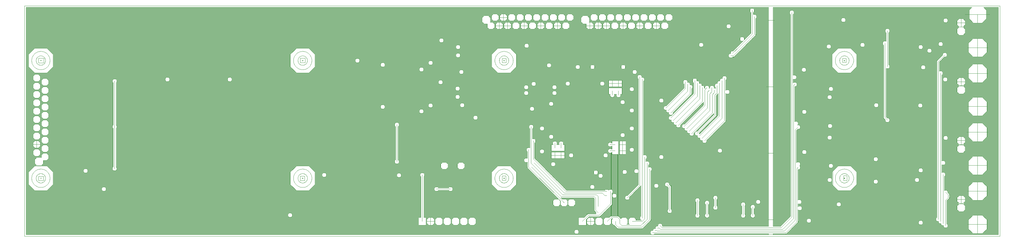
<source format=gbl>
*%FSLAX23Y23*%
*%MOIN*%
G01*
D11*
X4105Y6604D02*
X15837D01*
Y9379D02*
X4105D01*
Y6604D01*
X15837D02*
Y9379D01*
D12*
X12394Y8022D02*
X12250Y7878D01*
X12220Y7890D02*
X12363Y8033D01*
X12355Y8043D02*
X12250Y7938D01*
X12065Y7975D02*
X12252Y8162D01*
X12017Y8367D02*
X11845Y8195D01*
X11926Y8114D02*
X12098Y8286D01*
X12214Y8162D02*
X12095Y8043D01*
X12259Y7869D02*
X12363Y7973D01*
X12510Y7958D02*
X12331Y7779D01*
X10439Y7346D02*
X10337Y7448D01*
X10230Y7353D02*
X10444Y7139D01*
X4125Y6623D02*
X4124D01*
X11785Y6724D02*
X11815D01*
X11785D02*
X11781D01*
X11815D02*
X13054D01*
X11785D02*
X11782D01*
X11685Y6634D02*
X13054D01*
X11685D02*
X11682D01*
X11382Y6749D02*
X11350D01*
X11541Y6699D02*
X11550D01*
X11541D02*
X11529D01*
X11251D01*
X11239D01*
X11230D01*
X11209Y6729D02*
X11200D01*
X13054Y6623D02*
X4125D01*
X10732Y6684D02*
X10758D01*
Y6634D02*
X10732D01*
X11678Y6699D02*
X11695D01*
X11665Y6674D02*
X11648D01*
Y6624D02*
X11672D01*
X11648D02*
X11645D01*
X11708Y6729D02*
X11725D01*
X10862Y6738D02*
X10770D01*
X10893D02*
X10939D01*
X10993D02*
X11039D01*
X11093D02*
X11139D01*
X11200D02*
X11200D01*
X11200D02*
X11193D01*
X9513D02*
X9467D01*
X9413D02*
X9367D01*
X9313D02*
X9267D01*
X9213D02*
X9167D01*
X9113D02*
X9067D01*
X9013D02*
X8967D01*
X8936D02*
X8844D01*
X13109Y6724D02*
X13199D01*
X13271Y6634D02*
X13280D01*
X13271D02*
X13259D01*
X13109D01*
Y6623D02*
X15818D01*
X14898Y6744D02*
X14872D01*
X15142Y6734D02*
X15160D01*
X15142D02*
X15140D01*
X15198Y6709D02*
X15200D01*
X15198D02*
X15172D01*
X15170D01*
X15516Y6637D02*
X15626D01*
X4210Y7590D02*
Y7632D01*
Y7690D02*
Y7732D01*
Y7790D02*
Y7832D01*
Y7890D02*
Y7932D01*
Y7990D02*
Y8032D01*
Y8090D02*
Y8132D01*
Y8190D02*
Y8232D01*
Y8290D02*
Y8332D01*
Y8390D02*
Y8432D01*
Y8490D02*
Y8532D01*
X4124Y9360D02*
Y6623D01*
X4154Y7229D02*
Y7377D01*
Y8646D02*
Y8794D01*
X4229Y7530D02*
Y7480D01*
X4125Y6623D02*
Y9360D01*
X4130D02*
Y6623D01*
X4135D02*
Y9360D01*
X4140D02*
Y6623D01*
X4145D02*
Y9360D01*
X4150D02*
Y6623D01*
X4155Y8796D02*
Y9360D01*
Y8644D02*
Y7379D01*
Y7227D02*
Y6623D01*
X4160Y8801D02*
Y9360D01*
Y8639D02*
Y7384D01*
Y7222D02*
Y6623D01*
X4165Y8806D02*
Y9360D01*
Y8634D02*
Y7389D01*
Y7217D02*
Y6623D01*
X4170Y8811D02*
Y9360D01*
Y8629D02*
Y7394D01*
Y7212D02*
Y6623D01*
X4175Y8816D02*
Y9360D01*
Y8624D02*
Y7399D01*
Y7207D02*
Y6623D01*
X4180Y8821D02*
Y9360D01*
Y8619D02*
Y7404D01*
Y7202D02*
Y6623D01*
X4185Y8826D02*
Y9360D01*
Y8614D02*
Y7409D01*
Y7197D02*
Y6623D01*
X4190Y8831D02*
Y9360D01*
Y8609D02*
Y7414D01*
Y7192D02*
Y6623D01*
X4195Y8836D02*
Y9360D01*
Y8604D02*
Y7419D01*
Y7187D02*
Y6623D01*
X4200Y8841D02*
Y9360D01*
Y8599D02*
Y7424D01*
Y7182D02*
Y6623D01*
X4205Y8846D02*
Y9360D01*
Y8594D02*
Y7429D01*
Y7177D02*
Y6623D01*
X4210Y8851D02*
Y9360D01*
Y8589D02*
Y8532D01*
Y8490D02*
Y8432D01*
Y8390D02*
Y8332D01*
Y8290D02*
Y8232D01*
Y8190D02*
Y8132D01*
Y8090D02*
Y8032D01*
Y7990D02*
Y7932D01*
Y7890D02*
Y7832D01*
Y7790D02*
Y7732D01*
Y7690D02*
Y7632D01*
Y7590D02*
Y7434D01*
Y7172D02*
Y6623D01*
X4215Y8856D02*
Y9360D01*
Y8584D02*
Y8537D01*
Y8485D02*
Y8437D01*
Y8385D02*
Y8337D01*
Y8285D02*
Y8237D01*
Y8185D02*
Y8137D01*
Y8085D02*
Y8037D01*
Y7985D02*
Y7937D01*
Y7885D02*
Y7837D01*
Y7785D02*
Y7737D01*
Y7685D02*
Y7637D01*
Y7585D02*
Y7439D01*
Y7167D02*
Y6623D01*
X4220Y8868D02*
Y9360D01*
Y8868D02*
Y8861D01*
Y8579D02*
Y8572D01*
Y8542D01*
Y8480D02*
Y8442D01*
Y8380D02*
Y8342D01*
Y8280D02*
Y8242D01*
Y8180D02*
Y8142D01*
Y8080D02*
Y8042D01*
Y7980D02*
Y7942D01*
Y7880D02*
Y7842D01*
Y7780D02*
Y7742D01*
Y7680D02*
Y7642D01*
Y7580D02*
Y7452D01*
Y7444D01*
Y7162D02*
Y7154D01*
Y6623D01*
X4225Y8868D02*
Y9360D01*
Y8572D02*
Y8553D01*
Y8547D01*
Y8475D02*
Y8469D01*
Y8453D01*
Y8447D01*
Y8375D02*
Y8369D01*
Y8353D01*
Y8347D01*
Y8275D02*
Y8269D01*
Y8253D01*
Y8247D01*
Y8175D02*
Y8169D01*
Y8153D01*
Y8147D01*
Y8075D02*
Y8069D01*
Y8053D01*
Y8047D01*
Y7975D02*
Y7969D01*
Y7953D01*
Y7947D01*
Y7875D02*
Y7869D01*
Y7853D01*
Y7847D01*
Y7775D02*
Y7769D01*
Y7753D01*
Y7747D01*
Y7675D02*
Y7669D01*
Y7653D01*
Y7647D01*
Y7575D02*
Y7569D01*
Y7452D01*
Y7154D02*
Y6623D01*
X4230Y8868D02*
Y9360D01*
Y8572D02*
Y8553D01*
Y8469D02*
Y8453D01*
Y8369D02*
Y8353D01*
Y8269D02*
Y8253D01*
Y8169D02*
Y8153D01*
Y8069D02*
Y8053D01*
Y7969D02*
Y7953D01*
Y7869D02*
Y7853D01*
Y7769D02*
Y7753D01*
Y7669D02*
Y7653D01*
Y7569D02*
Y7532D01*
Y7478D02*
Y7452D01*
Y7154D02*
Y6623D01*
X4235Y8868D02*
Y9360D01*
Y8572D02*
Y8553D01*
Y8469D02*
Y8453D01*
Y8369D02*
Y8353D01*
Y8269D02*
Y8253D01*
Y8169D02*
Y8153D01*
Y8069D02*
Y8053D01*
Y7969D02*
Y7953D01*
Y7869D02*
Y7853D01*
Y7769D02*
Y7753D01*
Y7669D02*
Y7653D01*
Y7569D02*
Y7536D01*
Y7474D02*
Y7452D01*
Y7154D02*
Y6623D01*
X4240Y8868D02*
Y9360D01*
Y8572D02*
Y8553D01*
Y8469D02*
Y8453D01*
Y8369D02*
Y8353D01*
Y8269D02*
Y8253D01*
Y8169D02*
Y8153D01*
Y8069D02*
Y8053D01*
Y7969D02*
Y7953D01*
Y7869D02*
Y7853D01*
Y7769D02*
Y7753D01*
Y7669D02*
Y7653D01*
Y7569D02*
Y7542D01*
Y7468D02*
Y7452D01*
Y7154D02*
Y6623D01*
X4245Y8868D02*
Y9360D01*
Y8572D02*
Y8553D01*
Y8469D02*
Y8453D01*
Y8369D02*
Y8353D01*
Y8269D02*
Y8253D01*
Y8169D02*
Y8153D01*
Y8069D02*
Y8053D01*
Y7969D02*
Y7953D01*
Y7869D02*
Y7853D01*
Y7769D02*
Y7753D01*
Y7669D02*
Y7653D01*
Y7569D02*
Y7556D01*
Y7546D01*
Y7464D02*
Y7454D01*
Y7154D02*
Y6623D01*
X4250Y8868D02*
Y9360D01*
Y8572D02*
Y8553D01*
Y8469D02*
Y8453D01*
Y8369D02*
Y8353D01*
Y8269D02*
Y8253D01*
Y8169D02*
Y8153D01*
Y8069D02*
Y8053D01*
Y7969D02*
Y7953D01*
Y7869D02*
Y7853D01*
Y7769D02*
Y7753D01*
Y7669D02*
Y7653D01*
Y7569D02*
Y7556D01*
Y7154D02*
Y6623D01*
X4255Y8868D02*
Y9360D01*
Y8572D02*
Y8553D01*
Y8469D02*
Y8453D01*
Y8369D02*
Y8353D01*
Y8269D02*
Y8253D01*
Y8169D02*
Y8153D01*
Y8069D02*
Y8053D01*
Y7969D02*
Y7953D01*
Y7869D02*
Y7853D01*
Y7769D02*
Y7753D01*
Y7669D02*
Y7653D01*
Y7569D02*
Y7556D01*
Y7154D02*
Y6623D01*
X4154Y7377D02*
X4228Y7452D01*
X4154Y8794D02*
X4228Y8868D01*
X4254Y7556D02*
X4229Y7530D01*
X4210Y7632D02*
X4231Y7653D01*
X4210Y7732D02*
X4231Y7753D01*
X4210Y7832D02*
X4231Y7853D01*
X4210Y7932D02*
X4231Y7953D01*
X4210Y8032D02*
X4231Y8053D01*
X4210Y8132D02*
X4231Y8153D01*
X4210Y8232D02*
X4231Y8253D01*
X4210Y8332D02*
X4231Y8353D01*
X4210Y8432D02*
X4231Y8453D01*
X4210Y8532D02*
X4231Y8553D01*
X4154Y7229D02*
X4228Y7154D01*
Y8572D02*
X4154Y8646D01*
X4229Y7480D02*
X4254Y7454D01*
X4231Y7569D02*
X4210Y7590D01*
X4231Y7669D02*
X4210Y7690D01*
X4231Y7769D02*
X4210Y7790D01*
X4231Y7869D02*
X4210Y7890D01*
X4231Y7969D02*
X4210Y7990D01*
X4231Y8069D02*
X4210Y8090D01*
X4231Y8169D02*
X4210Y8190D01*
X4231Y8269D02*
X4210Y8290D01*
X4231Y8369D02*
X4210Y8390D01*
X4231Y8469D02*
X4210Y8490D01*
X11520Y6799D02*
X11522D01*
X11529D01*
X11234Y6849D02*
X11171D01*
X11163D01*
X11234D02*
X11243D01*
X11246D02*
X11255D01*
X11246D02*
X11234D01*
X11171D02*
X11159D01*
X11150D01*
X11171Y6819D02*
X11182D01*
X11462Y6799D02*
X11520D01*
X10980Y6876D02*
X10980D01*
X10897D01*
X10883D01*
X10873D01*
X11027Y6842D02*
X11037D01*
X11027D02*
X11013D01*
X10897D01*
X10960Y6904D02*
X10969D01*
X11271Y6824D02*
X11280D01*
X11631Y6789D02*
X11640D01*
X7312Y6884D02*
X7288D01*
Y6834D02*
X7312D01*
X11520Y6799D02*
X11520D01*
X11852Y6884D02*
X11878D01*
X11762Y6759D02*
X11738D01*
X12188Y6829D02*
X12212D01*
X12402Y6924D02*
X12428D01*
X12328Y6829D02*
X12302D01*
X12852D02*
X12878D01*
X12762D02*
X12738D01*
X10837Y6830D02*
X10770D01*
X10893D02*
X10939D01*
X10993D02*
X11039D01*
X11139D02*
X11140D01*
X11139D02*
X11093D01*
X11293D02*
X11339D01*
X11393D02*
X11439D01*
X9513D02*
X9467D01*
X9413D02*
X9367D01*
X9313D02*
X9267D01*
X9213D02*
X9167D01*
X9113D02*
X9067D01*
X9013D02*
X8967D01*
X8936D02*
X8907D01*
X8873D02*
X8844D01*
X13401Y6764D02*
X13410D01*
X13418Y6919D02*
X13442D01*
X13528Y6819D02*
X13552D01*
Y6769D02*
X13528D01*
X14872Y6794D02*
X14898D01*
X15082Y6784D02*
X15100D01*
X15082D02*
X15080D01*
X15112Y6759D02*
X15130D01*
X15112D02*
X15110D01*
X15516Y6859D02*
X15626D01*
X15395Y6900D02*
X15347D01*
X4310Y7556D02*
Y7582D01*
Y7640D02*
Y7682D01*
Y7740D02*
Y7782D01*
Y7840D02*
Y7882D01*
Y7940D02*
Y7982D01*
Y8040D02*
Y8082D01*
Y8140D02*
Y8182D01*
Y8240D02*
Y8282D01*
Y8340D02*
Y8382D01*
Y8440D02*
Y8482D01*
X4450Y7377D02*
Y7229D01*
Y8646D02*
Y8794D01*
X4331Y7519D02*
Y7480D01*
X4294Y7590D02*
Y7632D01*
X4394Y7640D02*
Y7682D01*
X4294Y7690D02*
Y7732D01*
X4394Y7740D02*
Y7782D01*
X4294Y7790D02*
Y7832D01*
X4394Y7840D02*
Y7882D01*
X4294Y7890D02*
Y7932D01*
Y7990D02*
Y8032D01*
X4394Y8040D02*
Y8082D01*
X4294Y8090D02*
Y8132D01*
X4394Y8140D02*
Y8182D01*
X4294Y8190D02*
Y8232D01*
X4394Y8240D02*
Y8282D01*
X4294Y8290D02*
Y8332D01*
X4394Y8340D02*
Y8382D01*
X4294Y8390D02*
Y8432D01*
X4394Y8440D02*
Y8482D01*
X4294Y8490D02*
Y8532D01*
X4310Y7556D02*
Y7552D01*
X4394Y7540D02*
Y7582D01*
Y7940D02*
Y7982D01*
X4260Y8868D02*
Y9360D01*
Y8572D02*
Y8553D01*
Y8469D02*
Y8453D01*
Y8369D02*
Y8353D01*
Y8269D02*
Y8253D01*
Y8169D02*
Y8153D01*
Y8069D02*
Y8053D01*
Y7969D02*
Y7953D01*
Y7869D02*
Y7853D01*
Y7769D02*
Y7753D01*
Y7669D02*
Y7653D01*
Y7569D02*
Y7556D01*
Y7154D02*
Y6623D01*
X4265Y8868D02*
Y9360D01*
Y8572D02*
Y8553D01*
Y8469D02*
Y8453D01*
Y8369D02*
Y8353D01*
Y8269D02*
Y8253D01*
Y8169D02*
Y8153D01*
Y8069D02*
Y8053D01*
Y7969D02*
Y7953D01*
Y7869D02*
Y7853D01*
Y7769D02*
Y7753D01*
Y7669D02*
Y7653D01*
Y7569D02*
Y7556D01*
Y7154D02*
Y6623D01*
X4270Y8868D02*
Y9360D01*
Y8572D02*
Y8553D01*
Y8469D02*
Y8453D01*
Y8369D02*
Y8353D01*
Y8269D02*
Y8253D01*
Y8169D02*
Y8153D01*
Y8069D02*
Y8053D01*
Y7969D02*
Y7953D01*
Y7869D02*
Y7853D01*
Y7769D02*
Y7753D01*
Y7669D02*
Y7653D01*
Y7569D02*
Y7556D01*
Y7154D02*
Y6623D01*
X4275Y8868D02*
Y9360D01*
Y8572D02*
Y8553D01*
Y8469D02*
Y8453D01*
Y8369D02*
Y8353D01*
Y8269D02*
Y8253D01*
Y8169D02*
Y8153D01*
Y8069D02*
Y8053D01*
Y7969D02*
Y7953D01*
Y7869D02*
Y7853D01*
Y7769D02*
Y7753D01*
Y7669D02*
Y7653D01*
Y7569D02*
Y7556D01*
Y7154D02*
Y6623D01*
X4280Y8868D02*
Y9360D01*
Y8572D02*
Y8553D01*
Y8546D01*
Y8476D02*
Y8469D01*
Y8453D01*
Y8446D01*
Y8376D02*
Y8369D01*
Y8353D01*
Y8346D01*
Y8276D02*
Y8269D01*
Y8253D01*
Y8246D01*
Y8176D02*
Y8169D01*
Y8153D01*
Y8146D01*
Y8076D02*
Y8069D01*
Y8053D01*
Y8046D01*
Y7976D02*
Y7969D01*
Y7953D01*
Y7946D01*
Y7876D02*
Y7869D01*
Y7853D01*
Y7846D01*
Y7776D02*
Y7769D01*
Y7753D01*
Y7746D01*
Y7676D02*
Y7669D01*
Y7653D01*
Y7646D01*
Y7576D02*
Y7569D01*
Y7556D01*
Y7154D02*
Y6623D01*
X4285Y8868D02*
Y9360D01*
Y8572D02*
Y8541D01*
Y8481D02*
Y8441D01*
Y8381D02*
Y8341D01*
Y8281D02*
Y8241D01*
Y8181D02*
Y8141D01*
Y8081D02*
Y8041D01*
Y7981D02*
Y7941D01*
Y7881D02*
Y7841D01*
Y7781D02*
Y7741D01*
Y7681D02*
Y7641D01*
Y7581D02*
Y7556D01*
Y7154D02*
Y6623D01*
X4290Y8868D02*
Y9360D01*
Y8572D02*
Y8536D01*
Y8486D02*
Y8436D01*
Y8386D02*
Y8336D01*
Y8286D02*
Y8236D01*
Y8186D02*
Y8136D01*
Y8086D02*
Y8036D01*
Y7986D02*
Y7936D01*
Y7886D02*
Y7836D01*
Y7786D02*
Y7736D01*
Y7686D02*
Y7636D01*
Y7586D02*
Y7556D01*
Y7154D02*
Y6623D01*
X4295Y8868D02*
Y9360D01*
Y8572D02*
Y7556D01*
Y7154D02*
Y6623D01*
X4300Y8868D02*
Y9360D01*
Y8572D02*
Y7556D01*
Y7154D02*
Y6623D01*
X4305Y8868D02*
Y9360D01*
Y8572D02*
Y7556D01*
Y7154D02*
Y6623D01*
X4310Y8868D02*
Y9360D01*
Y8572D02*
Y8482D01*
Y8440D02*
Y8382D01*
Y8340D02*
Y8282D01*
Y8240D02*
Y8182D01*
Y8140D02*
Y8082D01*
Y8040D02*
Y7982D01*
Y7940D02*
Y7882D01*
Y7840D02*
Y7782D01*
Y7740D02*
Y7682D01*
Y7640D02*
Y7582D01*
Y7154D02*
Y6623D01*
X4315Y8868D02*
Y9360D01*
Y8572D02*
Y8487D01*
Y8435D02*
Y8387D01*
Y8335D02*
Y8287D01*
Y8235D02*
Y8187D01*
Y8135D02*
Y8087D01*
Y8035D02*
Y7987D01*
Y7935D02*
Y7887D01*
Y7835D02*
Y7787D01*
Y7735D02*
Y7687D01*
Y7635D02*
Y7587D01*
Y7464D02*
Y7454D01*
Y7154D02*
Y6623D01*
X4320Y8868D02*
Y9360D01*
Y8572D02*
Y8492D01*
Y8430D02*
Y8392D01*
Y8330D02*
Y8292D01*
Y8230D02*
Y8192D01*
Y8130D02*
Y8092D01*
Y8030D02*
Y7992D01*
Y7930D02*
Y7892D01*
Y7830D02*
Y7792D01*
Y7730D02*
Y7692D01*
Y7630D02*
Y7592D01*
Y7468D02*
Y7452D01*
Y7154D02*
Y6623D01*
X4325Y8868D02*
Y9360D01*
Y8572D02*
Y8503D01*
Y8497D01*
Y8425D02*
Y8419D01*
Y8403D01*
Y8397D01*
Y8325D02*
Y8319D01*
Y8303D01*
Y8297D01*
Y8225D02*
Y8219D01*
Y8203D01*
Y8197D01*
Y8125D02*
Y8119D01*
Y8103D01*
Y8097D01*
Y8025D02*
Y8019D01*
Y8003D01*
Y7997D01*
Y7925D02*
Y7919D01*
Y7903D01*
Y7897D01*
Y7825D02*
Y7819D01*
Y7803D01*
Y7797D01*
Y7725D02*
Y7719D01*
Y7703D01*
Y7697D01*
Y7625D02*
Y7619D01*
Y7603D01*
Y7597D01*
Y7474D02*
Y7452D01*
Y7154D02*
Y6623D01*
X4330Y8868D02*
Y9360D01*
Y8572D02*
Y8503D01*
Y8419D02*
Y8403D01*
Y8319D02*
Y8303D01*
Y8219D02*
Y8203D01*
Y8119D02*
Y8103D01*
Y8019D02*
Y8003D01*
Y7919D02*
Y7903D01*
Y7819D02*
Y7803D01*
Y7719D02*
Y7703D01*
Y7619D02*
Y7603D01*
Y7478D02*
Y7452D01*
Y7154D02*
Y6623D01*
X4335Y8868D02*
Y9360D01*
Y8572D02*
Y8503D01*
Y8419D02*
Y8403D01*
Y8319D02*
Y8303D01*
Y8219D02*
Y8203D01*
Y8119D02*
Y8103D01*
Y8019D02*
Y8003D01*
Y7919D02*
Y7903D01*
Y7819D02*
Y7803D01*
Y7719D02*
Y7703D01*
Y7619D02*
Y7603D01*
Y7519D02*
Y7452D01*
Y7154D02*
Y6623D01*
X4340Y8868D02*
Y9360D01*
Y8572D02*
Y8503D01*
Y8419D02*
Y8403D01*
Y8319D02*
Y8303D01*
Y8219D02*
Y8203D01*
Y8119D02*
Y8103D01*
Y8019D02*
Y8003D01*
Y7919D02*
Y7903D01*
Y7819D02*
Y7803D01*
Y7719D02*
Y7703D01*
Y7619D02*
Y7603D01*
Y7519D02*
Y7452D01*
Y7154D02*
Y6623D01*
X4345Y8868D02*
Y9360D01*
Y8572D02*
Y8503D01*
Y8419D02*
Y8403D01*
Y8319D02*
Y8303D01*
Y8219D02*
Y8203D01*
Y8119D02*
Y8103D01*
Y8019D02*
Y8003D01*
Y7919D02*
Y7903D01*
Y7819D02*
Y7803D01*
Y7719D02*
Y7703D01*
Y7619D02*
Y7603D01*
Y7519D02*
Y7452D01*
Y7154D02*
Y6623D01*
X4350Y8868D02*
Y9360D01*
Y8572D02*
Y8503D01*
Y8419D02*
Y8403D01*
Y8319D02*
Y8303D01*
Y8219D02*
Y8203D01*
Y8119D02*
Y8103D01*
Y8019D02*
Y8003D01*
Y7919D02*
Y7903D01*
Y7819D02*
Y7803D01*
Y7719D02*
Y7703D01*
Y7619D02*
Y7603D01*
Y7519D02*
Y7452D01*
Y7154D02*
Y6623D01*
X4355Y8868D02*
Y9360D01*
Y8572D02*
Y8503D01*
Y8419D02*
Y8403D01*
Y8319D02*
Y8303D01*
Y8219D02*
Y8203D01*
Y8119D02*
Y8103D01*
Y8019D02*
Y8003D01*
Y7919D02*
Y7903D01*
Y7819D02*
Y7803D01*
Y7719D02*
Y7703D01*
Y7619D02*
Y7603D01*
Y7519D02*
Y7452D01*
Y7154D02*
Y6623D01*
X4360Y8868D02*
Y9360D01*
Y8572D02*
Y8503D01*
Y8419D02*
Y8403D01*
Y8319D02*
Y8303D01*
Y8219D02*
Y8203D01*
Y8119D02*
Y8103D01*
Y8019D02*
Y8003D01*
Y7919D02*
Y7903D01*
Y7819D02*
Y7803D01*
Y7719D02*
Y7703D01*
Y7619D02*
Y7603D01*
Y7519D02*
Y7452D01*
Y7154D02*
Y6623D01*
X4365Y8868D02*
Y9360D01*
Y8572D02*
Y8503D01*
Y8419D02*
Y8403D01*
Y8319D02*
Y8303D01*
Y8219D02*
Y8203D01*
Y8119D02*
Y8103D01*
Y8019D02*
Y8003D01*
Y7919D02*
Y7903D01*
Y7819D02*
Y7803D01*
Y7719D02*
Y7703D01*
Y7619D02*
Y7603D01*
Y7519D02*
Y7452D01*
Y7154D02*
Y6623D01*
X4370Y8868D02*
Y9360D01*
Y8572D02*
Y8503D01*
Y8419D02*
Y8403D01*
Y8319D02*
Y8303D01*
Y8219D02*
Y8203D01*
Y8119D02*
Y8103D01*
Y8019D02*
Y8003D01*
Y7919D02*
Y7903D01*
Y7819D02*
Y7803D01*
Y7719D02*
Y7703D01*
Y7619D02*
Y7603D01*
Y7519D02*
Y7452D01*
Y7154D02*
Y6623D01*
X4375Y8868D02*
Y9360D01*
Y8572D02*
Y8503D01*
Y8419D02*
Y8403D01*
Y8319D02*
Y8303D01*
Y8219D02*
Y8203D01*
Y8119D02*
Y8103D01*
Y8019D02*
Y8003D01*
Y7919D02*
Y7903D01*
Y7819D02*
Y7803D01*
Y7719D02*
Y7703D01*
Y7619D02*
Y7603D01*
Y7519D02*
Y7452D01*
Y7154D02*
Y6623D01*
X4380Y8868D02*
Y9360D01*
Y8572D02*
Y8503D01*
Y8496D01*
Y8426D02*
Y8419D01*
Y8403D01*
Y8396D01*
Y8326D02*
Y8319D01*
Y8303D01*
Y8296D01*
Y8226D02*
Y8219D01*
Y8203D01*
Y8196D01*
Y8126D02*
Y8119D01*
Y8103D01*
Y8096D01*
Y8026D02*
Y8019D01*
Y8003D01*
Y7996D01*
Y7926D02*
Y7919D01*
Y7903D01*
Y7896D01*
Y7826D02*
Y7819D01*
Y7803D01*
Y7796D01*
Y7726D02*
Y7719D01*
Y7703D01*
Y7696D01*
Y7626D02*
Y7619D01*
Y7603D01*
Y7596D01*
Y7526D02*
Y7519D01*
Y7452D01*
Y7154D02*
Y6623D01*
X4385Y8868D02*
Y9360D01*
Y8868D02*
Y8860D01*
Y8580D02*
Y8572D01*
Y8491D01*
Y8431D02*
Y8391D01*
Y8331D02*
Y8291D01*
Y8231D02*
Y8191D01*
Y8131D02*
Y8091D01*
Y8031D02*
Y7991D01*
Y7931D02*
Y7891D01*
Y7831D02*
Y7791D01*
Y7731D02*
Y7691D01*
Y7631D02*
Y7591D01*
Y7531D02*
Y7452D01*
Y7443D01*
Y7163D02*
Y7154D01*
Y6623D01*
X4390Y8855D02*
Y9360D01*
Y8585D02*
Y8486D01*
Y8436D02*
Y8386D01*
Y8336D02*
Y8286D01*
Y8236D02*
Y8186D01*
Y8136D02*
Y8086D01*
Y8036D02*
Y7986D01*
Y7936D02*
Y7886D01*
Y7836D02*
Y7786D01*
Y7736D02*
Y7686D01*
Y7636D02*
Y7586D01*
Y7536D02*
Y7438D01*
Y7168D02*
Y6623D01*
X4395Y8850D02*
Y9360D01*
Y8590D02*
Y7433D01*
Y7173D02*
Y6623D01*
X4400Y8845D02*
Y9360D01*
Y8595D02*
Y7428D01*
Y7178D02*
Y6623D01*
X4405Y8840D02*
Y9360D01*
Y8600D02*
Y7423D01*
Y7183D02*
Y6623D01*
X4410Y8835D02*
Y9360D01*
Y8605D02*
Y7418D01*
Y7188D02*
Y6623D01*
X4415Y8830D02*
Y9360D01*
Y8610D02*
Y7413D01*
Y7193D02*
Y6623D01*
X4420Y8825D02*
Y9360D01*
Y8615D02*
Y7408D01*
Y7198D02*
Y6623D01*
X4425Y8820D02*
Y9360D01*
Y8620D02*
Y7403D01*
Y7203D02*
Y6623D01*
X4430Y8815D02*
Y9360D01*
Y8625D02*
Y7398D01*
Y7208D02*
Y6623D01*
X4435Y8810D02*
Y9360D01*
Y8630D02*
Y7393D01*
Y7213D02*
Y6623D01*
X4440Y8805D02*
Y9360D01*
Y8635D02*
Y7388D01*
Y7218D02*
Y6623D01*
X4445Y8800D02*
Y9360D01*
Y8640D02*
Y7383D01*
Y7223D02*
Y6623D01*
X4450Y8795D02*
Y9360D01*
Y8645D02*
Y7378D01*
Y7228D02*
Y6623D01*
X4376Y7154D02*
X4450Y7229D01*
X4376Y8572D02*
X4450Y8646D01*
X4331Y7480D02*
X4306Y7454D01*
X4273Y7569D02*
X4294Y7590D01*
X4310Y7682D02*
X4331Y7703D01*
X4394Y7640D02*
X4373Y7619D01*
X4294Y7690D02*
X4273Y7669D01*
X4310Y7782D02*
X4331Y7803D01*
X4394Y7740D02*
X4373Y7719D01*
X4294Y7790D02*
X4273Y7769D01*
X4310Y7882D02*
X4331Y7903D01*
X4394Y7840D02*
X4373Y7819D01*
X4294Y7890D02*
X4273Y7869D01*
Y7969D02*
X4294Y7990D01*
X4310Y8082D02*
X4331Y8103D01*
X4394Y8040D02*
X4373Y8019D01*
X4294Y8090D02*
X4273Y8069D01*
X4310Y8182D02*
X4331Y8203D01*
X4394Y8140D02*
X4373Y8119D01*
X4294Y8190D02*
X4273Y8169D01*
X4310Y8282D02*
X4331Y8303D01*
X4394Y8240D02*
X4373Y8219D01*
X4294Y8290D02*
X4273Y8269D01*
X4310Y8382D02*
X4331Y8403D01*
X4394Y8340D02*
X4373Y8319D01*
X4294Y8390D02*
X4273Y8369D01*
X4310Y8482D02*
X4331Y8503D01*
X4394Y8440D02*
X4373Y8419D01*
X4294Y8490D02*
X4273Y8469D01*
X4331Y7603D02*
X4310Y7582D01*
X4373Y7519D02*
X4394Y7540D01*
X4310Y7982D02*
X4331Y8003D01*
X4394Y7940D02*
X4373Y7919D01*
X4376Y7452D02*
X4450Y7377D01*
Y8794D02*
X4376Y8868D01*
X4306Y7556D02*
X4310Y7552D01*
X4294Y7632D02*
X4273Y7653D01*
X4310Y7640D02*
X4331Y7619D01*
X4394Y7682D02*
X4373Y7703D01*
X4294Y7732D02*
X4273Y7753D01*
X4310Y7740D02*
X4331Y7719D01*
X4394Y7782D02*
X4373Y7803D01*
X4294Y7832D02*
X4273Y7853D01*
X4310Y7840D02*
X4331Y7819D01*
X4394Y7882D02*
X4373Y7903D01*
X4294Y7932D02*
X4273Y7953D01*
X4294Y8032D02*
X4273Y8053D01*
X4310Y8040D02*
X4331Y8019D01*
X4394Y8082D02*
X4373Y8103D01*
X4294Y8132D02*
X4273Y8153D01*
X4310Y8140D02*
X4331Y8119D01*
X4394Y8182D02*
X4373Y8203D01*
X4294Y8232D02*
X4273Y8253D01*
X4310Y8240D02*
X4331Y8219D01*
X4394Y8282D02*
X4373Y8303D01*
X4294Y8332D02*
X4273Y8353D01*
X4310Y8340D02*
X4331Y8319D01*
X4394Y8382D02*
X4373Y8403D01*
X4294Y8432D02*
X4273Y8453D01*
X4310Y8440D02*
X4331Y8419D01*
X4394Y8482D02*
X4373Y8503D01*
X4294Y8532D02*
X4273Y8553D01*
X4373Y7603D02*
X4394Y7582D01*
X4331Y7919D02*
X4310Y7940D01*
X4373Y8003D02*
X4394Y7982D01*
X11188Y7069D02*
X11212D01*
Y7119D02*
X11188D01*
X11172Y6977D02*
X11163D01*
X10949Y7069D02*
X10566D01*
X10556D01*
X11162Y6977D02*
X11172D01*
X11342Y7094D02*
X11359D01*
X11368Y7044D02*
X11342D01*
X12188Y7064D02*
X12212D01*
X12402Y7094D02*
X12428D01*
X12328Y7034D02*
X12302D01*
X12738Y7014D02*
X12762D01*
X12852Y6984D02*
X12878D01*
X12918Y7044D02*
X12942D01*
Y6994D02*
X12918D01*
X10707Y7052D02*
X10663D01*
Y6966D02*
X10707D01*
X10617Y7052D02*
X10573D01*
X10573D01*
X10573Y6966D02*
X10617D01*
X10527Y7052D02*
X10483D01*
Y6966D02*
X10527D01*
X15221Y7119D02*
X15230D01*
Y7054D02*
X15221D01*
X13442Y6969D02*
X13418D01*
X13412Y7044D02*
X13438D01*
X13412D02*
X13410D01*
X13412Y6994D02*
X13438D01*
X13412D02*
X13410D01*
X13888Y7014D02*
X13912D01*
Y6964D02*
X13888D01*
X15516Y7037D02*
X15626D01*
X15395Y7096D02*
X15347D01*
Y7000D02*
X15395D01*
Y6996D02*
X15347D01*
X4455Y6623D02*
Y9360D01*
X4460D02*
Y6623D01*
X4465D02*
Y9360D01*
X4470D02*
Y6623D01*
X4475D02*
Y9360D01*
X4480D02*
Y6623D01*
X4485D02*
Y9360D01*
X4490D02*
Y6623D01*
X4495D02*
Y9360D01*
X4500D02*
Y6623D01*
X4505D02*
Y9360D01*
X4510D02*
Y6623D01*
X4515D02*
Y9360D01*
X4520D02*
Y6623D01*
X4525D02*
Y9360D01*
X4530D02*
Y6623D01*
X4535D02*
Y9360D01*
X4540D02*
Y6623D01*
X4545D02*
Y9360D01*
X4550D02*
Y6623D01*
X4555D02*
Y9360D01*
X4560D02*
Y6623D01*
X4565D02*
Y9360D01*
X4570D02*
Y6623D01*
X4575D02*
Y9360D01*
X4580D02*
Y6623D01*
X4585D02*
Y9360D01*
X4590D02*
Y6623D01*
X4595D02*
Y9360D01*
X4600D02*
Y6623D01*
X4605D02*
Y9360D01*
X4610D02*
Y6623D01*
X4615D02*
Y9360D01*
X4620D02*
Y6623D01*
X4625D02*
Y9360D01*
X4630D02*
Y6623D01*
X4635D02*
Y9360D01*
X4640D02*
Y6623D01*
X4645D02*
Y9360D01*
X11163Y7169D02*
X11168D01*
X11088Y7159D02*
X11085D01*
X10626D01*
X9208Y7189D02*
X9205D01*
X9085D01*
X9082D01*
X9205Y7159D02*
X9208D01*
X9205D02*
X9085D01*
X9082D01*
X11511Y7204D02*
X11520D01*
X11872Y7216D02*
X11882D01*
X5072Y7199D02*
X5048D01*
Y7149D02*
X5072D01*
X7698Y7319D02*
X7722D01*
X8598Y7314D02*
X8622D01*
X9048Y7199D02*
X9072D01*
Y7149D02*
X9048D01*
X9045D01*
X9218Y7199D02*
X9242D01*
Y7149D02*
X9245D01*
X9242D02*
X9218D01*
X10922Y7224D02*
X10948D01*
Y7174D02*
X10922D01*
X11022Y7309D02*
X11048D01*
X11098Y7169D02*
X11122D01*
X11142D02*
X11168D01*
X11822Y7254D02*
X11848D01*
X11836Y7204D02*
X11822D01*
X11718Y7239D02*
X11692D01*
Y7189D02*
X11718D01*
X9947Y7154D02*
X9799D01*
X7525D02*
X7377D01*
X4376D02*
X4228D01*
X13778Y7309D02*
X13802D01*
Y7259D02*
X13778D01*
X14332Y7289D02*
X14358D01*
Y7239D02*
X14332D01*
X14828Y7309D02*
X14852D01*
Y7259D02*
X14828D01*
X15172Y7159D02*
X15198D01*
X15172D02*
X15170D01*
X14041Y7154D02*
X13893D01*
X15516Y7259D02*
X15626D01*
X4815Y7382D02*
Y7406D01*
X4650Y6623D02*
Y9360D01*
X4655D02*
Y6623D01*
X4660D02*
Y9360D01*
X4665D02*
Y6623D01*
X4670D02*
Y9360D01*
X4675D02*
Y6623D01*
X4680D02*
Y9360D01*
X4685D02*
Y6623D01*
X4690D02*
Y9360D01*
X4695D02*
Y6623D01*
X4700D02*
Y9360D01*
X4705D02*
Y6623D01*
X4710D02*
Y9360D01*
X4715D02*
Y6623D01*
X4720D02*
Y9360D01*
X4725D02*
Y6623D01*
X4730D02*
Y9360D01*
X4735D02*
Y6623D01*
X4740D02*
Y9360D01*
X4745D02*
Y6623D01*
X4750D02*
Y9360D01*
X4755D02*
Y6623D01*
X4760D02*
Y9360D01*
X4765D02*
Y6623D01*
X4770D02*
Y9360D01*
X4775D02*
Y6623D01*
X4780D02*
Y9360D01*
X4785D02*
Y6623D01*
X4790D02*
Y9360D01*
X4795D02*
Y6623D01*
X4800D02*
Y9360D01*
X4805D02*
Y6623D01*
X4810D02*
Y9360D01*
X4815D02*
Y7406D01*
Y7382D02*
Y6623D01*
X4820Y7419D02*
Y9360D01*
Y7419D02*
Y7412D01*
Y7376D02*
Y7369D01*
Y6623D01*
X4825Y7419D02*
Y9360D01*
Y7369D02*
Y6623D01*
X4830Y7419D02*
Y9360D01*
Y7369D02*
Y6623D01*
X4835Y7419D02*
Y9360D01*
Y7369D02*
Y6623D01*
X4840Y7419D02*
Y9360D01*
Y7369D02*
Y6623D01*
X4815Y7406D02*
X4828Y7419D01*
X4815Y7382D02*
X4828Y7369D01*
X10155Y7419D02*
X10164D01*
X4852D02*
X4828D01*
Y7369D02*
X4852D01*
X5178Y7394D02*
X5202D01*
X7698Y7369D02*
X7722D01*
X8598Y7364D02*
X8622D01*
X8600Y7479D02*
X8598D01*
X8572D01*
X8570D01*
X8878Y7369D02*
X8902D01*
X10152Y7496D02*
X10155D01*
X10152D02*
X10128D01*
X10452Y7498D02*
X10476D01*
Y7448D02*
X10452D01*
X10964Y7399D02*
X10988D01*
Y7349D02*
X10964D01*
X11022Y7359D02*
X11048D01*
X11452Y7414D02*
X11478D01*
Y7364D02*
X11452D01*
X11336Y7403D02*
X11310D01*
Y7353D02*
X11336D01*
X11582Y7509D02*
X11608D01*
X11582D02*
X11580D01*
X11612Y7439D02*
X11638D01*
X11612D02*
X11610D01*
X11752Y7534D02*
X11778D01*
X9947Y7452D02*
X9799D01*
X7525D02*
X7377D01*
X4376D02*
X4228D01*
X4254Y7454D02*
X4306D01*
X4331Y7519D02*
X4373D01*
X9334Y7496D02*
X9376D01*
Y7412D02*
X9334D01*
X9176Y7496D02*
X9134D01*
Y7412D02*
X9176D01*
X13398Y7499D02*
X13422D01*
Y7409D02*
X13410D01*
X13792Y7479D02*
X13818D01*
Y7429D02*
X13792D01*
X14332Y7509D02*
X14358D01*
X14872Y7424D02*
X14898D01*
Y7374D02*
X14872D01*
X15142Y7514D02*
X15168D01*
X15142D02*
X15140D01*
X15142Y7464D02*
X15168D01*
X15142D02*
X15140D01*
X15142Y7374D02*
X15168D01*
X15142D02*
X15140D01*
X14041Y7452D02*
X13893D01*
X15516Y7346D02*
X15626D01*
X5035Y7186D02*
Y7162D01*
X4865Y7382D02*
Y7406D01*
X4845Y7419D02*
Y9360D01*
Y7369D02*
Y6623D01*
X4850Y7419D02*
Y9360D01*
Y7369D02*
Y6623D01*
X4855Y7419D02*
Y9360D01*
Y7369D02*
Y6623D01*
X4860Y7419D02*
Y9360D01*
Y7419D02*
Y7412D01*
Y7376D02*
Y7369D01*
Y6623D01*
X4865Y7406D02*
Y9360D01*
Y7382D02*
Y6623D01*
X4870D02*
Y9360D01*
X4875D02*
Y6623D01*
X4880D02*
Y9360D01*
X4885D02*
Y6623D01*
X4890D02*
Y9360D01*
X4895D02*
Y6623D01*
X4900D02*
Y9360D01*
X4905D02*
Y6623D01*
X4910D02*
Y9360D01*
X4915D02*
Y6623D01*
X4920D02*
Y9360D01*
X4925D02*
Y6623D01*
X4930D02*
Y9360D01*
X4935D02*
Y6623D01*
X4940D02*
Y9360D01*
X4945D02*
Y6623D01*
X4950D02*
Y9360D01*
X4955D02*
Y6623D01*
X4960D02*
Y9360D01*
X4965D02*
Y6623D01*
X4970D02*
Y9360D01*
X4975D02*
Y6623D01*
X4980D02*
Y9360D01*
X4985D02*
Y6623D01*
X4990D02*
Y9360D01*
X4995D02*
Y6623D01*
X5000D02*
Y9360D01*
X5005D02*
Y6623D01*
X5010D02*
Y9360D01*
X5015D02*
Y6623D01*
X5020D02*
Y9360D01*
X5025D02*
Y6623D01*
X5030D02*
Y9360D01*
X5035D02*
Y7186D01*
Y7162D02*
Y6623D01*
X5040Y7199D02*
Y9360D01*
Y7199D02*
Y7192D01*
Y7156D02*
Y7149D01*
Y6623D01*
X4852Y7369D02*
X4865Y7382D01*
X5048Y7199D02*
X5035Y7186D01*
X4865Y7406D02*
X4852Y7419D01*
X5035Y7162D02*
X5048Y7149D01*
X10517Y7708D02*
X10528D01*
Y7630D02*
X10517D01*
Y7618D02*
X10528D01*
Y7540D02*
X10517D01*
X11172Y7591D02*
X11243D01*
X11172Y7726D02*
X11170D01*
Y7692D02*
X11172D01*
X10155Y7546D02*
X10152D01*
X10128D01*
X10182Y7672D02*
X10185D01*
X10182D02*
X10158D01*
X10318Y7652D02*
X10342D01*
Y7602D02*
X10318D01*
X10668Y7604D02*
X10694D01*
Y7554D02*
X10668D01*
X11082Y7604D02*
X11108D01*
Y7554D02*
X11082D01*
X11138Y7659D02*
X11162D01*
Y7609D02*
X11138D01*
Y7734D02*
X11162D01*
Y7684D02*
X11138D01*
X11398Y7672D02*
X11422D01*
Y7622D02*
X11398D01*
X11552Y7584D02*
X11578D01*
X11552D02*
X11550D01*
X11752D02*
X11778D01*
X12458Y7660D02*
X12482D01*
Y7610D02*
X12458D01*
X12298Y7729D02*
X12272D01*
X10603Y7540D02*
X10528D01*
X10517D02*
X10514D01*
X10528Y7618D02*
X10603D01*
X10517D02*
X10514D01*
X10528Y7630D02*
X10603D01*
X10517D02*
X10514D01*
X10585Y7708D02*
X10603D01*
X10585D02*
X10581D01*
X10539D02*
X10535D01*
X10528D01*
X10517D02*
X10514D01*
X10517Y7540D02*
X10442D01*
X10439D01*
X10442Y7618D02*
X10517D01*
X10442D02*
X10439D01*
X10442Y7630D02*
X10517D01*
X10442D02*
X10439D01*
X10510Y7708D02*
X10517D01*
X10510D02*
X10506D01*
X10464D02*
X10460D01*
X10442D01*
X10439D01*
X11262Y7591D02*
X11338D01*
X11248D02*
X11172D01*
X4306Y7556D02*
X4254D01*
X4273Y7653D02*
X4231D01*
Y7569D02*
X4273D01*
X4331Y7703D02*
X4373D01*
Y7619D02*
X4331D01*
X4273Y7669D02*
X4231D01*
X4331Y7719D02*
X4373D01*
Y7603D02*
X4331D01*
X13472Y7644D02*
X13498D01*
Y7594D02*
X13472D01*
X14332Y7559D02*
X14358D01*
X15347Y7706D02*
X15395D01*
Y7608D02*
X15347D01*
Y7708D02*
X15395D01*
X15516Y7568D02*
X15626D01*
X5215Y7432D02*
Y7406D01*
Y7912D02*
Y7936D01*
Y8462D02*
Y8486D01*
X5165Y7432D02*
Y7406D01*
Y7912D02*
Y7936D01*
Y8462D02*
Y8486D01*
X5085Y7186D02*
Y7162D01*
X5207Y8449D02*
Y8454D01*
Y8449D02*
Y7949D01*
Y7944D01*
Y7904D02*
Y7899D01*
Y7444D01*
Y7440D01*
X5173Y8449D02*
Y8454D01*
Y8449D02*
Y7949D01*
Y7944D01*
Y7904D02*
Y7899D01*
Y7444D01*
Y7440D01*
X5045Y7199D02*
Y9360D01*
Y7149D02*
Y6623D01*
X5050Y7199D02*
Y9360D01*
Y7149D02*
Y6623D01*
X5055Y7199D02*
Y9360D01*
Y7149D02*
Y6623D01*
X5060Y7199D02*
Y9360D01*
Y7149D02*
Y6623D01*
X5065Y7199D02*
Y9360D01*
Y7149D02*
Y6623D01*
X5070Y7199D02*
Y9360D01*
Y7149D02*
Y6623D01*
X5075Y7199D02*
Y9360D01*
Y7149D02*
Y6623D01*
X5080Y7199D02*
Y9360D01*
Y7199D02*
Y7192D01*
Y7156D02*
Y7149D01*
Y6623D01*
X5085Y7186D02*
Y9360D01*
Y7162D02*
Y6623D01*
X5090D02*
Y9360D01*
X5095D02*
Y6623D01*
X5100D02*
Y9360D01*
X5105D02*
Y6623D01*
X5110D02*
Y9360D01*
X5115D02*
Y6623D01*
X5120D02*
Y9360D01*
X5125D02*
Y6623D01*
X5130D02*
Y9360D01*
X5135D02*
Y6623D01*
X5140D02*
Y9360D01*
X5145D02*
Y6623D01*
X5150D02*
Y9360D01*
X5155D02*
Y6623D01*
X5160D02*
Y9360D01*
X5165D02*
Y8491D01*
Y8462D02*
Y7936D01*
Y7912D02*
Y7432D01*
Y7402D02*
Y6623D01*
X5170Y8499D02*
Y9360D01*
Y8499D02*
Y8492D01*
Y8456D02*
Y8449D01*
Y7949D01*
Y7942D01*
Y7906D02*
Y7899D01*
Y7444D01*
Y7436D01*
Y7402D02*
Y7394D01*
Y6623D01*
X5175Y8499D02*
Y9360D01*
Y7394D02*
Y6623D01*
X5180Y8499D02*
Y9360D01*
Y7394D02*
Y6623D01*
X5185Y8499D02*
Y9360D01*
Y7394D02*
Y6623D01*
X5190Y8499D02*
Y9360D01*
Y7394D02*
Y6623D01*
X5195Y8499D02*
Y9360D01*
Y7394D02*
Y6623D01*
X5200Y8499D02*
Y9360D01*
Y7394D02*
Y6623D01*
X5205Y8499D02*
Y9360D01*
Y7394D02*
Y6623D01*
X5210Y8499D02*
Y9360D01*
Y8499D02*
Y8492D01*
Y8456D02*
Y8449D01*
Y7949D01*
Y7942D01*
Y7906D02*
Y7899D01*
Y7444D01*
Y7436D01*
Y7402D02*
Y7394D01*
Y6623D01*
X5215Y8491D02*
Y9360D01*
Y8462D02*
Y7936D01*
Y7912D02*
Y7432D01*
Y7402D02*
Y6623D01*
X5220D02*
Y9360D01*
X5225D02*
Y6623D01*
X5230D02*
Y9360D01*
X5235D02*
Y6623D01*
X5072Y7149D02*
X5085Y7162D01*
X5165Y7432D02*
X5173Y7440D01*
X5210Y7402D02*
X5215Y7406D01*
X5210Y7402D02*
X5207Y7398D01*
X5202Y7394D01*
X5165Y7936D02*
X5173Y7944D01*
X5207Y7904D02*
X5215Y7912D01*
X5173Y8494D02*
X5178Y8499D01*
X5173Y8494D02*
X5170Y8491D01*
X5165Y8486D01*
X5207Y8454D02*
X5215Y8462D01*
X5072Y7199D02*
X5085Y7186D01*
X5170Y7402D02*
X5165Y7406D01*
X5170Y7402D02*
X5173Y7398D01*
X5178Y7394D01*
X5215Y7432D02*
X5207Y7440D01*
X5173Y7904D02*
X5165Y7912D01*
X5207Y7944D02*
X5215Y7936D01*
X5173Y8454D02*
X5165Y8462D01*
X5202Y8499D02*
X5207Y8494D01*
X5210Y8491D01*
X5215Y8486D01*
X10216Y7779D02*
X10240D01*
X10216D02*
X10215D01*
X10318Y7928D02*
X10342D01*
Y7878D02*
X10318D01*
X10472Y7749D02*
X10498D01*
X10452Y7829D02*
X10428D01*
Y7779D02*
X10452D01*
X10548Y7749D02*
X10572D01*
X11288Y7849D02*
X11312D01*
Y7799D02*
X11288D01*
X11398Y7928D02*
X11422D01*
Y7878D02*
X11398D01*
X11958Y7914D02*
X11982D01*
X12028Y7904D02*
X12045D01*
X12058Y7874D02*
X12075D01*
X12182Y7869D02*
X12199D01*
X12182D02*
X12181D01*
X12182Y7819D02*
X12200D01*
X12220Y7839D02*
X12229D01*
X12230Y7789D02*
X12212D01*
X12242Y7759D02*
X12260D01*
X12142Y7814D02*
X12118D01*
X12105Y7844D02*
X12088D01*
X11338Y7752D02*
X11262D01*
X11248D02*
X11172D01*
X4273Y7753D02*
X4231D01*
X4331Y7803D02*
X4373D01*
X4273Y7853D02*
X4231D01*
Y7769D02*
X4273D01*
X4331Y7903D02*
X4373D01*
Y7819D02*
X4331D01*
X4273Y7869D02*
X4231D01*
X4331Y7919D02*
X4373D01*
X13406Y7894D02*
X13422D01*
X13782Y7909D02*
X13808D01*
X13802Y7819D02*
X13778D01*
Y7769D02*
X13802D01*
X15172Y7814D02*
X15198D01*
Y7764D02*
X15172D01*
X15347Y7806D02*
X15395D01*
X15516Y7746D02*
X15626D01*
X5240Y6623D02*
Y9360D01*
X5245D02*
Y6623D01*
X5250D02*
Y9360D01*
X5255D02*
Y6623D01*
X5260D02*
Y9360D01*
X5265D02*
Y6623D01*
X5270D02*
Y9360D01*
X5275D02*
Y6623D01*
X5280D02*
Y9360D01*
X5285D02*
Y6623D01*
X5290D02*
Y9360D01*
X5295D02*
Y6623D01*
X5300D02*
Y9360D01*
X5305D02*
Y6623D01*
X5310D02*
Y9360D01*
X5315D02*
Y6623D01*
X5320D02*
Y9360D01*
X5325D02*
Y6623D01*
X5330D02*
Y9360D01*
X5335D02*
Y6623D01*
X5340D02*
Y9360D01*
X5345D02*
Y6623D01*
X5350D02*
Y9360D01*
X5355D02*
Y6623D01*
X5360D02*
Y9360D01*
X5365D02*
Y6623D01*
X5370D02*
Y9360D01*
X5375D02*
Y6623D01*
X5380D02*
Y9360D01*
X5385D02*
Y6623D01*
X5390D02*
Y9360D01*
X5395D02*
Y6623D01*
X5400D02*
Y9360D01*
X5405D02*
Y6623D01*
X5410D02*
Y9360D01*
X5415D02*
Y6623D01*
X5420D02*
Y9360D01*
X5425D02*
Y6623D01*
X5430D02*
Y9360D01*
X12415Y8043D02*
X12424D01*
X12394Y8072D02*
X12393D01*
X12384D01*
X12531Y7979D02*
X12540D01*
X8598Y7974D02*
X8572D01*
X8868Y8084D02*
X8892D01*
X9518Y8059D02*
X9542D01*
Y8009D02*
X9518D01*
X10198Y8114D02*
X10222D01*
X10212Y7949D02*
X10188D01*
X11398Y8095D02*
X11422D01*
X11808Y8124D02*
X11825D01*
X11838Y8094D02*
X11855D01*
X11892Y8064D02*
X11894D01*
X11892D02*
X11868D01*
Y8054D02*
X11884D01*
X11885Y8004D02*
X11868D01*
X11898Y7974D02*
X11915D01*
X11928Y7944D02*
X11945D01*
X12028Y7954D02*
X12044D01*
X4273Y7953D02*
X4231D01*
Y8053D02*
X4273D01*
Y7969D02*
X4231D01*
X4331Y8103D02*
X4373D01*
Y8019D02*
X4331D01*
X4273Y8069D02*
X4231D01*
X4331Y8119D02*
X4373D01*
Y8003D02*
X4331D01*
X14440Y8019D02*
X14449D01*
X13422Y7944D02*
X13410D01*
X13402D01*
X13398Y7989D02*
X13372D01*
X13370D01*
X13472Y8079D02*
X13498D01*
X13782Y7959D02*
X13808D01*
X14481Y8029D02*
X14498D01*
Y7979D02*
X14472D01*
X15516Y7968D02*
X15626D01*
Y8055D02*
X15516D01*
X5435Y9360D02*
Y6623D01*
X5440D02*
Y9360D01*
X5445D02*
Y6623D01*
X5450D02*
Y9360D01*
X5455D02*
Y6623D01*
X5460D02*
Y9360D01*
X5465D02*
Y6623D01*
X5470D02*
Y9360D01*
X5475D02*
Y6623D01*
X5480D02*
Y9360D01*
X5485D02*
Y6623D01*
X5490D02*
Y9360D01*
X5495D02*
Y6623D01*
X5500D02*
Y9360D01*
X5505D02*
Y6623D01*
X5510D02*
Y9360D01*
X5515D02*
Y6623D01*
X5520D02*
Y9360D01*
X5525D02*
Y6623D01*
X5530D02*
Y9360D01*
X5535D02*
Y6623D01*
X5540D02*
Y9360D01*
X5545D02*
Y6623D01*
X5550D02*
Y9360D01*
X5555D02*
Y6623D01*
X5560D02*
Y9360D01*
X5565D02*
Y6623D01*
X5570D02*
Y9360D01*
X5575D02*
Y6623D01*
X5580D02*
Y9360D01*
X5585D02*
Y6623D01*
X5590D02*
Y9360D01*
X5595D02*
Y6623D01*
X5600D02*
Y9360D01*
X5605D02*
Y6623D01*
X5610D02*
Y9360D01*
X5615D02*
Y6623D01*
X5620D02*
Y9360D01*
X5625D02*
Y6623D01*
X11207Y8316D02*
X11218D01*
X12119Y8307D02*
X12128D01*
X12264Y8212D02*
X12273D01*
X12441Y8314D02*
X12450D01*
X8428Y8189D02*
X8402D01*
Y8139D02*
X8428D01*
X8868Y8134D02*
X8892D01*
X8978Y8204D02*
X9002D01*
Y8154D02*
X8978D01*
X9302Y8309D02*
X9328D01*
Y8259D02*
X9302D01*
X9358Y8209D02*
X9382D01*
Y8159D02*
X9358D01*
X10198Y8164D02*
X10222D01*
X10152Y8304D02*
X10128D01*
X10428Y8223D02*
X10452D01*
Y8173D02*
X10428D01*
X10468Y8304D02*
X10492D01*
X11238Y8279D02*
X11262D01*
X11288Y8243D02*
X11312D01*
Y8193D02*
X11288D01*
X11188Y8279D02*
X11162D01*
X11398Y8145D02*
X11422D01*
X11752Y8264D02*
X11778D01*
Y8214D02*
X11752D01*
X11808Y8174D02*
X11824D01*
X12548Y8319D02*
X12572D01*
X11207Y8316D02*
X11200D01*
X11150D02*
X11132D01*
X11129D01*
X11275D02*
X11293D01*
X11225D02*
X11218D01*
X11207D02*
X11204D01*
X4273Y8153D02*
X4231D01*
X4331Y8203D02*
X4373D01*
X4273Y8253D02*
X4231D01*
Y8169D02*
X4273D01*
X4331Y8303D02*
X4373D01*
Y8219D02*
X4331D01*
X4273Y8269D02*
X4231D01*
X4331Y8319D02*
X4373D01*
X13472Y8129D02*
X13498D01*
X13778Y8304D02*
X13802D01*
Y8254D02*
X13778D01*
X14338Y8209D02*
X14362D01*
Y8159D02*
X14338D01*
X14868Y8204D02*
X14892D01*
Y8154D02*
X14868D01*
X15516Y8277D02*
X15626D01*
X15395Y8318D02*
X15347D01*
X5798Y8482D02*
Y8506D01*
X5630Y9360D02*
Y6623D01*
X5635D02*
Y9360D01*
X5640D02*
Y6623D01*
X5645D02*
Y9360D01*
X5650D02*
Y6623D01*
X5655D02*
Y9360D01*
X5660D02*
Y6623D01*
X5665D02*
Y9360D01*
X5670D02*
Y6623D01*
X5675D02*
Y9360D01*
X5680D02*
Y6623D01*
X5685D02*
Y9360D01*
X5690D02*
Y6623D01*
X5695D02*
Y9360D01*
X5700D02*
Y6623D01*
X5705D02*
Y9360D01*
X5710D02*
Y6623D01*
X5715D02*
Y9360D01*
X5720D02*
Y6623D01*
X5725D02*
Y9360D01*
X5730D02*
Y6623D01*
X5735D02*
Y9360D01*
X5740D02*
Y6623D01*
X5745D02*
Y9360D01*
X5750D02*
Y6623D01*
X5755D02*
Y9360D01*
X5760D02*
Y6623D01*
X5765D02*
Y9360D01*
X5770D02*
Y6623D01*
X5775D02*
Y9360D01*
X5780D02*
Y6623D01*
X5785D02*
Y9360D01*
X5790D02*
Y6623D01*
X5795D02*
Y9360D01*
X5800D02*
Y8508D01*
Y8480D02*
Y6623D01*
X5805Y8519D02*
Y9360D01*
Y8469D02*
Y6623D01*
X5810Y8519D02*
Y9360D01*
Y8469D02*
Y6623D01*
X5815Y8519D02*
Y9360D01*
Y8469D02*
Y6623D01*
X5820Y8519D02*
Y9360D01*
Y8469D02*
Y6623D01*
X5798Y8506D02*
X5810Y8519D01*
X5798Y8482D02*
X5810Y8469D01*
X11207Y8392D02*
X11218D01*
Y8482D02*
X11207D01*
Y8406D02*
X11218D01*
X5202Y8499D02*
X5178D01*
X5810Y8469D02*
X5836D01*
X6562D02*
X6588D01*
X9098Y8484D02*
X9122D01*
Y8434D02*
X9098D01*
X9302Y8409D02*
X9328D01*
Y8359D02*
X9302D01*
X10218Y8465D02*
X10242D01*
Y8415D02*
X10218D01*
X10152Y8354D02*
X10128D01*
Y8424D02*
X10152D01*
Y8374D02*
X10128D01*
X10468Y8354D02*
X10492D01*
Y8424D02*
X10468D01*
Y8374D02*
X10492D01*
X10628Y8469D02*
X10654D01*
Y8419D02*
X10628D01*
X11042Y8469D02*
X11068D01*
Y8419D02*
X11042D01*
X11398Y8400D02*
X11422D01*
Y8350D02*
X11398D01*
X12040Y8489D02*
X12066D01*
X12078Y8459D02*
X12096D01*
X12108Y8429D02*
X12126D01*
X12156Y8504D02*
X12180D01*
X12193Y8474D02*
X12210D01*
X12223Y8444D02*
X12240D01*
X12253Y8419D02*
X12270D01*
X12452Y8474D02*
X12470D01*
X12440Y8444D02*
X12422D01*
X12326Y8419D02*
X12300D01*
X12360D02*
X12386D01*
X12398Y8389D02*
X12416D01*
X12348Y8388D02*
X12338D01*
X12548Y8369D02*
X12572D01*
X12500Y8504D02*
X12482D01*
X11207Y8406D02*
X11132D01*
X11129D01*
X11132Y8482D02*
X11207D01*
X11132D02*
X11129D01*
X11132Y8392D02*
X11207D01*
X11132D02*
X11129D01*
X11218Y8406D02*
X11293D01*
X11207D02*
X11204D01*
X11218Y8482D02*
X11293D01*
X11207D02*
X11204D01*
X11218Y8392D02*
X11293D01*
X11207D02*
X11204D01*
X4273Y8353D02*
X4231D01*
X4331Y8403D02*
X4373D01*
X4273Y8453D02*
X4231D01*
Y8369D02*
X4273D01*
X4331Y8503D02*
X4373D01*
Y8419D02*
X4331D01*
X4273Y8469D02*
X4231D01*
X13350Y8496D02*
X13376D01*
X13350D02*
X13350D01*
X13358Y8459D02*
X13382D01*
Y8409D02*
X13370D01*
X13792Y8404D02*
X13818D01*
Y8354D02*
X13792D01*
X15168Y8469D02*
X15192D01*
X15516Y8455D02*
X15626D01*
X15395Y8514D02*
X15347D01*
Y8418D02*
X15395D01*
Y8414D02*
X15347D01*
X5848Y8482D02*
Y8506D01*
X5825Y8519D02*
Y9360D01*
Y8469D02*
Y6623D01*
X5830Y8519D02*
Y9360D01*
Y8469D02*
Y6623D01*
X5835Y8519D02*
Y9360D01*
Y8469D02*
Y6623D01*
X5840Y8519D02*
Y9360D01*
Y8469D02*
Y6623D01*
X5845Y8519D02*
Y9360D01*
Y8519D02*
Y8510D01*
Y8478D02*
Y8469D01*
Y6623D01*
X5850D02*
Y9360D01*
X5855D02*
Y6623D01*
X5860D02*
Y9360D01*
X5865D02*
Y6623D01*
X5870D02*
Y9360D01*
X5875D02*
Y6623D01*
X5880D02*
Y9360D01*
X5885D02*
Y6623D01*
X5890D02*
Y9360D01*
X5895D02*
Y6623D01*
X5900D02*
Y9360D01*
X5905D02*
Y6623D01*
X5910D02*
Y9360D01*
X5915D02*
Y6623D01*
X5920D02*
Y9360D01*
X5925D02*
Y6623D01*
X5930D02*
Y9360D01*
X5935D02*
Y6623D01*
X5940D02*
Y9360D01*
X5945D02*
Y6623D01*
X5950D02*
Y9360D01*
X5955D02*
Y6623D01*
X5960D02*
Y9360D01*
X5965D02*
Y6623D01*
X5970D02*
Y9360D01*
X5975D02*
Y6623D01*
X5980D02*
Y9360D01*
X5985D02*
Y6623D01*
X5990D02*
Y9360D01*
X5995D02*
Y6623D01*
X6000D02*
Y9360D01*
X6005D02*
Y6623D01*
X6010D02*
Y9360D01*
X6015D02*
Y6623D01*
X5836Y8469D02*
X5848Y8482D01*
Y8506D02*
X5836Y8519D01*
X5810D01*
X6562D02*
X6588D01*
X8098Y8696D02*
X8122D01*
X8402Y8694D02*
X8428D01*
Y8644D02*
X8402D01*
X8868Y8639D02*
X8892D01*
Y8589D02*
X8868D01*
X8978Y8669D02*
X9002D01*
X9348Y8609D02*
X9372D01*
Y8559D02*
X9348D01*
X10402Y8689D02*
X10428D01*
Y8639D02*
X10402D01*
X10748Y8669D02*
X10772D01*
Y8619D02*
X10748D01*
X10924Y8669D02*
X10950D01*
Y8619D02*
X10924D01*
X11432Y8609D02*
X11458D01*
Y8559D02*
X11432D01*
X11320Y8669D02*
X11294D01*
Y8619D02*
X11320D01*
X11492Y8549D02*
X11518D01*
X11530Y8519D02*
X11548D01*
X12512Y8534D02*
X12538D01*
X9947Y8572D02*
X9799D01*
X7525D02*
X7377D01*
X4376D02*
X4228D01*
X4231Y8553D02*
X4273D01*
X13350Y8546D02*
X13376D01*
X13350D02*
X13350D01*
X13468Y8634D02*
X13492D01*
Y8584D02*
X13468D01*
X14498Y8624D02*
X14500D01*
X14498D02*
X14472D01*
X14470D01*
X14902Y8664D02*
X14928D01*
Y8614D02*
X14902D01*
X15168Y8519D02*
X15192D01*
X15138Y8594D02*
X15112D01*
X15110D01*
X14041Y8572D02*
X13893D01*
X15516Y8677D02*
X15626D01*
X6020Y9360D02*
Y6623D01*
X6025D02*
Y9360D01*
X6030D02*
Y6623D01*
X6035D02*
Y9360D01*
X6040D02*
Y6623D01*
X6045D02*
Y9360D01*
X6050D02*
Y6623D01*
X6055D02*
Y9360D01*
X6060D02*
Y6623D01*
X6065D02*
Y9360D01*
X6070D02*
Y6623D01*
X6075D02*
Y9360D01*
X6080D02*
Y6623D01*
X6085D02*
Y9360D01*
X6090D02*
Y6623D01*
X6095D02*
Y9360D01*
X6100D02*
Y6623D01*
X6105D02*
Y9360D01*
X6110D02*
Y6623D01*
X6115D02*
Y9360D01*
X6120D02*
Y6623D01*
X6125D02*
Y9360D01*
X6130D02*
Y6623D01*
X6135D02*
Y9360D01*
X6140D02*
Y6623D01*
X6145D02*
Y9360D01*
X6150D02*
Y6623D01*
X6155D02*
Y9360D01*
X6160D02*
Y6623D01*
X6165D02*
Y9360D01*
X6170D02*
Y6623D01*
X6175D02*
Y9360D01*
X6180D02*
Y6623D01*
X6185D02*
Y9360D01*
X6190D02*
Y6623D01*
X6195D02*
Y9360D01*
X6200D02*
Y6623D01*
X6205D02*
Y9360D01*
X6210D02*
Y6623D01*
X12639Y8763D02*
X12648D01*
X12639D02*
X12627D01*
X12626D01*
X12624D01*
X8122Y8746D02*
X8098D01*
X8978Y8719D02*
X9002D01*
X9308Y8809D02*
X9332D01*
Y8759D02*
X9308D01*
Y8909D02*
X9332D01*
Y8859D02*
X9308D01*
X10132Y8874D02*
X10158D01*
X12232Y8884D02*
X12256D01*
X12588Y8803D02*
X12598D01*
X12588Y8753D02*
X12614D01*
X12588D02*
X12586D01*
X12610Y8833D02*
X12627D01*
X9947Y8868D02*
X9799D01*
X7525D02*
X7377D01*
X4376D02*
X4228D01*
X15080Y8724D02*
X15089D01*
X13792Y8864D02*
X13768D01*
X14172Y8884D02*
X14198D01*
X14978Y8864D02*
X15002D01*
Y8814D02*
X14978D01*
X14898Y8909D02*
X14872D01*
Y8859D02*
X14898D01*
X15112Y8894D02*
X15138D01*
X15162Y8814D02*
X15188D01*
Y8764D02*
X15171D01*
X14041Y8868D02*
X13893D01*
X15516Y8764D02*
X15626D01*
X6215Y9360D02*
Y6623D01*
X6220D02*
Y9360D01*
X6225D02*
Y6623D01*
X6230D02*
Y9360D01*
X6235D02*
Y6623D01*
X6240D02*
Y9360D01*
X6245D02*
Y6623D01*
X6250D02*
Y9360D01*
X6255D02*
Y6623D01*
X6260D02*
Y9360D01*
X6265D02*
Y6623D01*
X6270D02*
Y9360D01*
X6275D02*
Y6623D01*
X6280D02*
Y9360D01*
X6285D02*
Y6623D01*
X6290D02*
Y9360D01*
X6295D02*
Y6623D01*
X6300D02*
Y9360D01*
X6305D02*
Y6623D01*
X6310D02*
Y9360D01*
X6315D02*
Y6623D01*
X6320D02*
Y9360D01*
X6325D02*
Y6623D01*
X6330D02*
Y9360D01*
X6335D02*
Y6623D01*
X6340D02*
Y9360D01*
X6345D02*
Y6623D01*
X6350D02*
Y9360D01*
X6355D02*
Y6623D01*
X6360D02*
Y9360D01*
X6365D02*
Y6623D01*
X6370D02*
Y9360D01*
X6375D02*
Y6623D01*
X6380D02*
Y9360D01*
X6385D02*
Y6623D01*
X6390D02*
Y9360D01*
X6395D02*
Y6623D01*
X6400D02*
Y9360D01*
X6405D02*
Y6623D01*
X6410D02*
Y9360D01*
X12891Y9015D02*
X12900D01*
X9132Y8989D02*
X9108D01*
Y8939D02*
X9132D01*
X10132Y8924D02*
X10158D01*
X12232Y8934D02*
X12256D01*
X12724Y9004D02*
X12748D01*
X12748Y8954D02*
X12724D01*
X9836Y9097D02*
X9794D01*
X9894D02*
X9936D01*
X10194D02*
X10236D01*
X10294D02*
X10336D01*
X10394D02*
X10436D01*
X10494D02*
X10536D01*
X10594D02*
X10636D01*
X9736D02*
X9694D01*
X10094D02*
X10136D01*
X10984D02*
X11026D01*
X11084D02*
X11126D01*
X11184D02*
X11226D01*
X11384D02*
X11426D01*
X11484D02*
X11526D01*
X11584D02*
X11626D01*
X11684D02*
X11726D01*
X11784D02*
X11826D01*
X10926D02*
X10884D01*
X11284D02*
X11326D01*
X13768Y8914D02*
X13792D01*
X14172Y8934D02*
X14198D01*
X14468Y8954D02*
X14470D01*
X14468D02*
X14442D01*
X14472Y9104D02*
X14498D01*
X15112Y8944D02*
X15138D01*
X15347Y9026D02*
X15395D01*
X15516Y8986D02*
X15626D01*
X6600Y8506D02*
Y8482D01*
X6550D02*
Y8506D01*
X6415Y9360D02*
Y6623D01*
X6420D02*
Y9360D01*
X6425D02*
Y6623D01*
X6430D02*
Y9360D01*
X6435D02*
Y6623D01*
X6440D02*
Y9360D01*
X6445D02*
Y6623D01*
X6450D02*
Y9360D01*
X6455D02*
Y6623D01*
X6460D02*
Y9360D01*
X6465D02*
Y6623D01*
X6470D02*
Y9360D01*
X6475D02*
Y6623D01*
X6480D02*
Y9360D01*
X6485D02*
Y6623D01*
X6490D02*
Y9360D01*
X6495D02*
Y6623D01*
X6500D02*
Y9360D01*
X6505D02*
Y6623D01*
X6510D02*
Y9360D01*
X6515D02*
Y6623D01*
X6520D02*
Y9360D01*
X6525D02*
Y6623D01*
X6530D02*
Y9360D01*
X6535D02*
Y6623D01*
X6540D02*
Y9360D01*
X6545D02*
Y6623D01*
X6550Y8506D02*
Y9360D01*
Y8482D02*
Y6623D01*
X6555Y8519D02*
Y9360D01*
Y8519D02*
Y8512D01*
Y8476D02*
Y8469D01*
Y6623D01*
X6560Y8519D02*
Y9360D01*
Y8469D02*
Y6623D01*
X6565Y8519D02*
Y9360D01*
Y8469D02*
Y6623D01*
X6570Y8519D02*
Y9360D01*
Y8469D02*
Y6623D01*
X6575Y8519D02*
Y9360D01*
Y8469D02*
Y6623D01*
X6580Y8519D02*
Y9360D01*
Y8469D02*
Y6623D01*
X6585Y8519D02*
Y9360D01*
Y8469D02*
Y6623D01*
X6590Y8519D02*
Y9360D01*
Y8469D02*
Y6623D01*
X6595Y8519D02*
Y9360D01*
Y8519D02*
Y8512D01*
Y8476D02*
Y8469D01*
Y6623D01*
X6600Y8506D02*
Y9360D01*
Y8482D02*
Y6623D01*
X6605D02*
Y9360D01*
X6562Y8519D02*
X6550Y8506D01*
X6588Y8469D02*
X6600Y8482D01*
X6562Y8469D02*
X6550Y8482D01*
X6588Y8519D02*
X6600Y8506D01*
X12562Y9159D02*
X12588D01*
Y9109D02*
X12562D01*
X12872Y9274D02*
X12898D01*
X12872D02*
X12872D01*
X9684Y9262D02*
X9634D01*
Y9160D02*
X9673D01*
X9744Y9281D02*
X9786D01*
Y9197D02*
X9744D01*
X9794Y9181D02*
X9836D01*
X9844Y9281D02*
X9886D01*
Y9197D02*
X9844D01*
X9894Y9181D02*
X9936D01*
X9944Y9281D02*
X9986D01*
Y9197D02*
X9944D01*
X9994Y9181D02*
X10036D01*
X10044Y9281D02*
X10086D01*
Y9197D02*
X10044D01*
X10144Y9281D02*
X10186D01*
Y9197D02*
X10144D01*
X10194Y9181D02*
X10236D01*
X10244Y9281D02*
X10286D01*
Y9197D02*
X10244D01*
X10294Y9181D02*
X10336D01*
X10344Y9281D02*
X10386D01*
Y9197D02*
X10344D01*
X10394Y9181D02*
X10436D01*
X10444Y9281D02*
X10486D01*
Y9197D02*
X10444D01*
X10494Y9181D02*
X10536D01*
X10544Y9281D02*
X10586D01*
Y9197D02*
X10544D01*
X10594Y9181D02*
X10636D01*
X10644Y9281D02*
X10686D01*
Y9197D02*
X10644D01*
X9736Y9181D02*
X9710D01*
X9706D01*
X10094D02*
X10136D01*
X10824Y9262D02*
X10874D01*
X10863Y9160D02*
X10824D01*
X10934Y9281D02*
X10976D01*
Y9197D02*
X10934D01*
X10984Y9181D02*
X11026D01*
X11034Y9281D02*
X11076D01*
Y9197D02*
X11034D01*
X11084Y9181D02*
X11126D01*
X11134Y9281D02*
X11176D01*
Y9197D02*
X11134D01*
X11184Y9181D02*
X11226D01*
X11234Y9281D02*
X11276D01*
Y9197D02*
X11234D01*
X11334Y9281D02*
X11376D01*
Y9197D02*
X11334D01*
X11384Y9181D02*
X11426D01*
X11434Y9281D02*
X11476D01*
Y9197D02*
X11434D01*
X11484Y9181D02*
X11526D01*
X11534Y9281D02*
X11576D01*
Y9197D02*
X11534D01*
X11584Y9181D02*
X11626D01*
X11634Y9281D02*
X11676D01*
Y9197D02*
X11634D01*
X11684Y9181D02*
X11726D01*
X11734Y9281D02*
X11776D01*
Y9197D02*
X11734D01*
X11784Y9181D02*
X11826D01*
X11834Y9281D02*
X11876D01*
Y9197D02*
X11834D01*
X10926Y9181D02*
X10900D01*
X10896D01*
X11284D02*
X11326D01*
X13942Y9234D02*
X13968D01*
Y9184D02*
X13942D01*
X15172Y9229D02*
X15198D01*
Y9179D02*
X15172D01*
X15347Y9124D02*
X15395D01*
Y9224D02*
X15347D01*
Y9126D02*
X15395D01*
X15519Y9172D02*
X15623D01*
X6610Y9360D02*
Y6623D01*
X6615D02*
Y9360D01*
X6620D02*
Y6623D01*
X6625D02*
Y9360D01*
X6630D02*
Y6623D01*
X6635D02*
Y9360D01*
X6640D02*
Y6623D01*
X6645D02*
Y9360D01*
X6650D02*
Y6623D01*
X6655D02*
Y9360D01*
X6660D02*
Y6623D01*
X6665D02*
Y9360D01*
X6670D02*
Y6623D01*
X6675D02*
Y9360D01*
X6680D02*
Y6623D01*
X6685D02*
Y9360D01*
X6690D02*
Y6623D01*
X6695D02*
Y9360D01*
X6700D02*
Y6623D01*
X6705D02*
Y9360D01*
X6710D02*
Y6623D01*
X6715D02*
Y9360D01*
X6720D02*
Y6623D01*
X6725D02*
Y9360D01*
X6730D02*
Y6623D01*
X6735D02*
Y9360D01*
X6740D02*
Y6623D01*
X6745D02*
Y9360D01*
X6750D02*
Y6623D01*
X6755D02*
Y9360D01*
X6760D02*
Y6623D01*
X6765D02*
Y9360D01*
X6770D02*
Y6623D01*
X6775D02*
Y9360D01*
X6780D02*
Y6623D01*
X6785D02*
Y9360D01*
X6790D02*
Y6623D01*
X6795D02*
Y9360D01*
X6800D02*
Y6623D01*
X4124Y9360D02*
X13054D01*
X12870Y9349D02*
X12844D01*
X15641Y9360D02*
X15818D01*
X15501D02*
X13220D01*
X13109D01*
X13322Y9324D02*
X13348D01*
X6805Y9360D02*
Y6623D01*
X6810D02*
Y9360D01*
X6815D02*
Y6623D01*
X6820D02*
Y9360D01*
X6825D02*
Y6623D01*
X6830D02*
Y9360D01*
X6835D02*
Y6623D01*
X6840D02*
Y9360D01*
X6845D02*
Y6623D01*
X6850D02*
Y9360D01*
X6855D02*
Y6623D01*
X6860D02*
Y9360D01*
X6865D02*
Y6623D01*
X6870D02*
Y9360D01*
X6875D02*
Y6623D01*
X6880D02*
Y9360D01*
X6885D02*
Y6623D01*
X6890D02*
Y9360D01*
X6895D02*
Y6623D01*
X6900D02*
Y9360D01*
X6905D02*
Y6623D01*
X6910D02*
Y9360D01*
X6915D02*
Y6623D01*
X6920D02*
Y9360D01*
X6925D02*
Y6623D01*
X6930D02*
Y9360D01*
X6935D02*
Y6623D01*
X6940D02*
Y9360D01*
X6945D02*
Y6623D01*
X6950D02*
Y9360D01*
X6955D02*
Y6623D01*
X6960D02*
Y9360D01*
X6965D02*
Y6623D01*
X6970D02*
Y9360D01*
X6975D02*
Y6623D01*
X6980D02*
Y9360D01*
X6985D02*
Y6623D01*
X6990D02*
Y9360D01*
X6995D02*
Y6623D01*
X7000D02*
Y9360D01*
X7005D02*
Y6623D01*
X7010D02*
Y9360D01*
X7015D02*
Y6623D01*
X7020D02*
Y9360D01*
X7025D02*
Y6623D01*
X7030D02*
Y9360D01*
X7035D02*
Y6623D01*
X7040D02*
Y9360D01*
X7045D02*
Y6623D01*
X7050D02*
Y9360D01*
X7055D02*
Y6623D01*
X7060D02*
Y9360D01*
X7065D02*
Y6623D01*
X7070D02*
Y9360D01*
X7075D02*
Y6623D01*
X7080D02*
Y9360D01*
X7085D02*
Y6623D01*
X7090D02*
Y9360D01*
X7095D02*
Y6623D01*
X7100D02*
Y9360D01*
X7105D02*
Y6623D01*
X7110D02*
Y9360D01*
X7115D02*
Y6623D01*
X7120D02*
Y9360D01*
X7125D02*
Y6623D01*
X7130D02*
Y9360D01*
X7135D02*
Y6623D01*
X7140D02*
Y9360D01*
X7145D02*
Y6623D01*
X7150D02*
Y9360D01*
X7155D02*
Y6623D01*
X7160D02*
Y9360D01*
X7165D02*
Y6623D01*
X7170D02*
Y9360D01*
X7175D02*
Y6623D01*
X7180D02*
Y9360D01*
X7185D02*
Y6623D01*
X7190D02*
Y9360D01*
X7325Y6872D02*
Y6846D01*
X7275D02*
Y6872D01*
X7302Y7229D02*
Y7377D01*
Y8646D02*
Y8794D01*
X7195Y9360D02*
Y6623D01*
X7200D02*
Y9360D01*
X7205D02*
Y6623D01*
X7210D02*
Y9360D01*
X7215D02*
Y6623D01*
X7220D02*
Y9360D01*
X7225D02*
Y6623D01*
X7230D02*
Y9360D01*
X7235D02*
Y6623D01*
X7240D02*
Y9360D01*
X7245D02*
Y6623D01*
X7250D02*
Y9360D01*
X7255D02*
Y6623D01*
X7260D02*
Y9360D01*
X7265D02*
Y6623D01*
X7270D02*
Y9360D01*
X7275D02*
Y6872D01*
Y6846D02*
Y6623D01*
X7280Y6884D02*
Y9360D01*
Y6884D02*
Y6876D01*
Y6842D02*
Y6834D01*
Y6623D01*
X7285Y6884D02*
Y9360D01*
Y6834D02*
Y6623D01*
X7290Y6884D02*
Y9360D01*
Y6834D02*
Y6623D01*
X7295Y6884D02*
Y9360D01*
Y6834D02*
Y6623D01*
X7300Y6884D02*
Y9360D01*
Y6834D02*
Y6623D01*
X7305Y8797D02*
Y9360D01*
Y8643D02*
Y7380D01*
Y7226D02*
Y6884D01*
Y6834D02*
Y6623D01*
X7310Y8802D02*
Y9360D01*
Y8638D02*
Y7385D01*
Y7221D02*
Y6884D01*
Y6834D02*
Y6623D01*
X7315Y8807D02*
Y9360D01*
Y8633D02*
Y7390D01*
Y7216D02*
Y6884D01*
Y6834D02*
Y6623D01*
X7320Y8812D02*
Y9360D01*
Y8628D02*
Y7395D01*
Y7211D02*
Y6884D01*
Y6876D01*
Y6842D02*
Y6834D01*
Y6623D01*
X7325Y8817D02*
Y9360D01*
Y8623D02*
Y7400D01*
Y7206D02*
Y6872D01*
Y6846D02*
Y6623D01*
X7330Y8822D02*
Y9360D01*
Y8618D02*
Y7405D01*
Y7201D02*
Y6623D01*
X7335Y8827D02*
Y9360D01*
Y8613D02*
Y7410D01*
Y7196D02*
Y6623D01*
X7340Y8832D02*
Y9360D01*
Y8608D02*
Y7415D01*
Y7191D02*
Y6623D01*
X7345Y8837D02*
Y9360D01*
Y8603D02*
Y7420D01*
Y7186D02*
Y6623D01*
X7350Y8842D02*
Y9360D01*
Y8598D02*
Y7425D01*
Y7181D02*
Y6623D01*
X7355Y8847D02*
Y9360D01*
Y8593D02*
Y7430D01*
Y7176D02*
Y6623D01*
X7360Y8852D02*
Y9360D01*
Y8588D02*
Y7435D01*
Y7171D02*
Y6623D01*
X7365Y8857D02*
Y9360D01*
Y8583D02*
Y7440D01*
Y7166D02*
Y6623D01*
X7370Y8868D02*
Y9360D01*
Y8868D02*
Y8862D01*
Y8578D02*
Y8572D01*
Y7452D01*
Y7445D01*
Y7161D02*
Y7154D01*
Y6623D01*
X7375Y8868D02*
Y9360D01*
Y8572D02*
Y7452D01*
Y7154D02*
Y6623D01*
X7380Y8868D02*
Y9360D01*
Y8572D02*
Y7452D01*
Y7154D02*
Y6623D01*
X7385Y8868D02*
Y9360D01*
Y8572D02*
Y7452D01*
Y7154D02*
Y6623D01*
X7275Y6872D02*
X7288Y6884D01*
X7325Y6846D02*
X7312Y6834D01*
X7302Y7377D02*
X7377Y7452D01*
X7302Y8794D02*
X7377Y8868D01*
X7275Y6846D02*
X7288Y6834D01*
X7325Y6872D02*
X7312Y6884D01*
X7377Y7154D02*
X7302Y7229D01*
X7377Y8572D02*
X7302Y8646D01*
X7390Y8868D02*
Y9360D01*
Y8572D02*
Y7452D01*
Y7154D02*
Y6623D01*
X7395Y8868D02*
Y9360D01*
Y8572D02*
Y7452D01*
Y7154D02*
Y6623D01*
X7400Y8868D02*
Y9360D01*
Y8572D02*
Y7452D01*
Y7154D02*
Y6623D01*
X7405Y8868D02*
Y9360D01*
Y8572D02*
Y7452D01*
Y7154D02*
Y6623D01*
X7410Y8868D02*
Y9360D01*
Y8572D02*
Y7452D01*
Y7154D02*
Y6623D01*
X7415Y8868D02*
Y9360D01*
Y8572D02*
Y7452D01*
Y7154D02*
Y6623D01*
X7420Y8868D02*
Y9360D01*
Y8572D02*
Y7452D01*
Y7154D02*
Y6623D01*
X7425Y8868D02*
Y9360D01*
Y8572D02*
Y7452D01*
Y7154D02*
Y6623D01*
X7430Y8868D02*
Y9360D01*
Y8572D02*
Y7452D01*
Y7154D02*
Y6623D01*
X7435Y8868D02*
Y9360D01*
Y8572D02*
Y7452D01*
Y7154D02*
Y6623D01*
X7440Y8868D02*
Y9360D01*
Y8572D02*
Y7452D01*
Y7154D02*
Y6623D01*
X7445Y8868D02*
Y9360D01*
Y8572D02*
Y7452D01*
Y7154D02*
Y6623D01*
X7450Y8868D02*
Y9360D01*
Y8572D02*
Y7452D01*
Y7154D02*
Y6623D01*
X7455Y8868D02*
Y9360D01*
Y8572D02*
Y7452D01*
Y7154D02*
Y6623D01*
X7460Y8868D02*
Y9360D01*
Y8572D02*
Y7452D01*
Y7154D02*
Y6623D01*
X7465Y8868D02*
Y9360D01*
Y8572D02*
Y7452D01*
Y7154D02*
Y6623D01*
X7470Y8868D02*
Y9360D01*
Y8572D02*
Y7452D01*
Y7154D02*
Y6623D01*
X7475Y8868D02*
Y9360D01*
Y8572D02*
Y7452D01*
Y7154D02*
Y6623D01*
X7480Y8868D02*
Y9360D01*
Y8572D02*
Y7452D01*
Y7154D02*
Y6623D01*
X7485Y8868D02*
Y9360D01*
Y8572D02*
Y7452D01*
Y7154D02*
Y6623D01*
X7490Y8868D02*
Y9360D01*
Y8572D02*
Y7452D01*
Y7154D02*
Y6623D01*
X7495Y8868D02*
Y9360D01*
Y8572D02*
Y7452D01*
Y7154D02*
Y6623D01*
X7500Y8868D02*
Y9360D01*
Y8572D02*
Y7452D01*
Y7154D02*
Y6623D01*
X7505Y8868D02*
Y9360D01*
Y8572D02*
Y7452D01*
Y7154D02*
Y6623D01*
X7510Y8868D02*
Y9360D01*
Y8572D02*
Y7452D01*
Y7154D02*
Y6623D01*
X7515Y8868D02*
Y9360D01*
Y8572D02*
Y7452D01*
Y7154D02*
Y6623D01*
X7520Y8868D02*
Y9360D01*
Y8572D02*
Y7452D01*
Y7154D02*
Y6623D01*
X7525Y8868D02*
Y9360D01*
Y8572D02*
Y7452D01*
Y7154D02*
Y6623D01*
X7530Y8868D02*
Y9360D01*
Y8572D02*
Y7452D01*
Y7154D02*
Y6623D01*
X7535Y8868D02*
Y9360D01*
Y8868D02*
Y8859D01*
Y8581D02*
Y8572D01*
Y7452D01*
Y7442D01*
Y7164D02*
Y7154D01*
Y6623D01*
X7540Y8854D02*
Y9360D01*
Y8586D02*
Y7437D01*
Y7169D02*
Y6623D01*
X7545Y8849D02*
Y9360D01*
Y8591D02*
Y7432D01*
Y7174D02*
Y6623D01*
X7550Y8844D02*
Y9360D01*
Y8596D02*
Y7427D01*
Y7179D02*
Y6623D01*
X7555Y8839D02*
Y9360D01*
Y8601D02*
Y7422D01*
Y7184D02*
Y6623D01*
X7560Y8834D02*
Y9360D01*
Y8606D02*
Y7417D01*
Y7189D02*
Y6623D01*
X7565Y8829D02*
Y9360D01*
Y8611D02*
Y7412D01*
Y7194D02*
Y6623D01*
X7570Y8824D02*
Y9360D01*
Y8616D02*
Y7407D01*
Y7199D02*
Y6623D01*
X7575Y8819D02*
Y9360D01*
Y8621D02*
Y7402D01*
Y7204D02*
Y6623D01*
X7580Y8814D02*
Y9360D01*
Y8626D02*
Y7397D01*
Y7209D02*
Y6623D01*
X7525Y7154D02*
X7600Y7229D01*
X7525Y8572D02*
X7600Y8646D01*
X7525Y7452D02*
X7600Y7377D01*
Y8794D02*
X7525Y8868D01*
X7735Y7356D02*
Y7332D01*
X7685D02*
Y7356D01*
X7600Y7377D02*
Y7229D01*
Y8646D02*
Y8794D01*
X7585Y8809D02*
Y9360D01*
Y8631D02*
Y7392D01*
Y7214D02*
Y6623D01*
X7590Y8804D02*
Y9360D01*
Y8636D02*
Y7387D01*
Y7219D02*
Y6623D01*
X7595Y8799D02*
Y9360D01*
Y8641D02*
Y7382D01*
Y7224D02*
Y6623D01*
X7600D02*
Y9360D01*
X7605D02*
Y6623D01*
X7610D02*
Y9360D01*
X7615D02*
Y6623D01*
X7620D02*
Y9360D01*
X7625D02*
Y6623D01*
X7630D02*
Y9360D01*
X7635D02*
Y6623D01*
X7640D02*
Y9360D01*
X7645D02*
Y6623D01*
X7650D02*
Y9360D01*
X7655D02*
Y6623D01*
X7660D02*
Y9360D01*
X7665D02*
Y6623D01*
X7670D02*
Y9360D01*
X7675D02*
Y6623D01*
X7680D02*
Y9360D01*
X7685D02*
Y7356D01*
Y7332D02*
Y6623D01*
X7690Y7369D02*
Y9360D01*
Y7369D02*
Y7362D01*
Y7326D02*
Y7319D01*
Y6623D01*
X7695Y7369D02*
Y9360D01*
Y7319D02*
Y6623D01*
X7700Y7369D02*
Y9360D01*
Y7319D02*
Y6623D01*
X7705Y7369D02*
Y9360D01*
Y7319D02*
Y6623D01*
X7710Y7369D02*
Y9360D01*
Y7319D02*
Y6623D01*
X7715Y7369D02*
Y9360D01*
Y7319D02*
Y6623D01*
X7720Y7369D02*
Y9360D01*
Y7319D02*
Y6623D01*
X7725Y7369D02*
Y9360D01*
Y7319D02*
Y6623D01*
X7730Y7369D02*
Y9360D01*
Y7369D02*
Y7362D01*
Y7326D02*
Y7319D01*
Y6623D01*
X7735Y7356D02*
Y9360D01*
Y7332D02*
Y6623D01*
X7740D02*
Y9360D01*
X7745D02*
Y6623D01*
X7750D02*
Y9360D01*
X7755D02*
Y6623D01*
X7760D02*
Y9360D01*
X7765D02*
Y6623D01*
X7770D02*
Y9360D01*
X7775D02*
Y6623D01*
X7780D02*
Y9360D01*
X7698Y7369D02*
X7685Y7356D01*
X7722Y7319D02*
X7735Y7332D01*
X7698Y7319D02*
X7685Y7332D01*
X7722Y7369D02*
X7735Y7356D01*
X7785Y6623D02*
Y9360D01*
X7790D02*
Y6623D01*
X7795D02*
Y9360D01*
X7800D02*
Y6623D01*
X7805D02*
Y9360D01*
X7810D02*
Y6623D01*
X7815D02*
Y9360D01*
X7820D02*
Y6623D01*
X7825D02*
Y9360D01*
X7830D02*
Y6623D01*
X7835D02*
Y9360D01*
X7840D02*
Y6623D01*
X7845D02*
Y9360D01*
X7850D02*
Y6623D01*
X7855D02*
Y9360D01*
X7860D02*
Y6623D01*
X7865D02*
Y9360D01*
X7870D02*
Y6623D01*
X7875D02*
Y9360D01*
X7880D02*
Y6623D01*
X7885D02*
Y9360D01*
X7890D02*
Y6623D01*
X7895D02*
Y9360D01*
X7900D02*
Y6623D01*
X7905D02*
Y9360D01*
X7910D02*
Y6623D01*
X7915D02*
Y9360D01*
X7920D02*
Y6623D01*
X7925D02*
Y9360D01*
X7930D02*
Y6623D01*
X7935D02*
Y9360D01*
X7940D02*
Y6623D01*
X7945D02*
Y9360D01*
X7950D02*
Y6623D01*
X7955D02*
Y9360D01*
X7960D02*
Y6623D01*
X7965D02*
Y9360D01*
X7970D02*
Y6623D01*
X7975D02*
Y9360D01*
X8135Y8734D02*
Y8708D01*
X8085D02*
Y8734D01*
X7980Y9360D02*
Y6623D01*
X7985D02*
Y9360D01*
X7990D02*
Y6623D01*
X7995D02*
Y9360D01*
X8000D02*
Y6623D01*
X8005D02*
Y9360D01*
X8010D02*
Y6623D01*
X8015D02*
Y9360D01*
X8020D02*
Y6623D01*
X8025D02*
Y9360D01*
X8030D02*
Y6623D01*
X8035D02*
Y9360D01*
X8040D02*
Y6623D01*
X8045D02*
Y9360D01*
X8050D02*
Y6623D01*
X8055D02*
Y9360D01*
X8060D02*
Y6623D01*
X8065D02*
Y9360D01*
X8070D02*
Y6623D01*
X8075D02*
Y9360D01*
X8080D02*
Y6623D01*
X8085Y8734D02*
Y9360D01*
Y8708D02*
Y6623D01*
X8090Y8746D02*
Y9360D01*
Y8746D02*
Y8738D01*
Y8704D02*
Y8696D01*
Y6623D01*
X8095Y8746D02*
Y9360D01*
Y8696D02*
Y6623D01*
X8100Y8746D02*
Y9360D01*
Y8696D02*
Y6623D01*
X8105Y8746D02*
Y9360D01*
Y8696D02*
Y6623D01*
X8110Y8746D02*
Y9360D01*
Y8696D02*
Y6623D01*
X8115Y8746D02*
Y9360D01*
Y8696D02*
Y6623D01*
X8120Y8746D02*
Y9360D01*
Y8696D02*
Y6623D01*
X8125Y8746D02*
Y9360D01*
Y8696D02*
Y6623D01*
X8130Y8746D02*
Y9360D01*
Y8746D02*
Y8738D01*
Y8704D02*
Y8696D01*
Y6623D01*
X8135Y8734D02*
Y9360D01*
Y8708D02*
Y6623D01*
X8140D02*
Y9360D01*
X8145D02*
Y6623D01*
X8150D02*
Y9360D01*
X8155D02*
Y6623D01*
X8160D02*
Y9360D01*
X8165D02*
Y6623D01*
X8170D02*
Y9360D01*
X8098Y8746D02*
X8085Y8734D01*
X8122Y8696D02*
X8135Y8708D01*
X8098Y8696D02*
X8085Y8708D01*
X8122Y8746D02*
X8135Y8734D01*
X8175Y9360D02*
Y6623D01*
X8180D02*
Y9360D01*
X8185D02*
Y6623D01*
X8190D02*
Y9360D01*
X8195D02*
Y6623D01*
X8200D02*
Y9360D01*
X8205D02*
Y6623D01*
X8210D02*
Y9360D01*
X8215D02*
Y6623D01*
X8220D02*
Y9360D01*
X8225D02*
Y6623D01*
X8230D02*
Y9360D01*
X8235D02*
Y6623D01*
X8240D02*
Y9360D01*
X8245D02*
Y6623D01*
X8250D02*
Y9360D01*
X8255D02*
Y6623D01*
X8260D02*
Y9360D01*
X8265D02*
Y6623D01*
X8270D02*
Y9360D01*
X8275D02*
Y6623D01*
X8280D02*
Y9360D01*
X8285D02*
Y6623D01*
X8290D02*
Y9360D01*
X8295D02*
Y6623D01*
X8300D02*
Y9360D01*
X8305D02*
Y6623D01*
X8310D02*
Y9360D01*
X8315D02*
Y6623D01*
X8320D02*
Y9360D01*
X8325D02*
Y6623D01*
X8330D02*
Y9360D01*
X8335D02*
Y6623D01*
X8340D02*
Y9360D01*
X8345D02*
Y6623D01*
X8350D02*
Y9360D01*
X8355D02*
Y6623D01*
X8360D02*
Y9360D01*
X8365D02*
Y6623D01*
X8560Y7492D02*
Y7516D01*
Y7936D02*
Y7962D01*
X8440Y8152D02*
Y8176D01*
Y8656D02*
Y8682D01*
X8390Y8176D02*
Y8152D01*
Y8656D02*
Y8682D01*
X8560Y7964D02*
Y7962D01*
Y7492D02*
Y7489D01*
X8370Y6623D02*
Y9360D01*
X8375D02*
Y6623D01*
X8380D02*
Y9360D01*
X8385D02*
Y6623D01*
X8390Y8682D02*
Y9360D01*
Y8656D02*
Y8176D01*
Y8152D02*
Y6623D01*
X8395Y8694D02*
Y9360D01*
Y8694D02*
Y8686D01*
Y8652D02*
Y8644D01*
Y8189D01*
Y8182D01*
Y8146D02*
Y8139D01*
Y6623D01*
X8400Y8694D02*
Y9360D01*
Y8644D02*
Y8189D01*
Y8139D02*
Y6623D01*
X8405Y8694D02*
Y9360D01*
Y8644D02*
Y8189D01*
Y8139D02*
Y6623D01*
X8410Y8694D02*
Y9360D01*
Y8644D02*
Y8189D01*
Y8139D02*
Y6623D01*
X8415Y8694D02*
Y9360D01*
Y8644D02*
Y8189D01*
Y8139D02*
Y6623D01*
X8420Y8694D02*
Y9360D01*
Y8644D02*
Y8189D01*
Y8139D02*
Y6623D01*
X8425Y8694D02*
Y9360D01*
Y8644D02*
Y8189D01*
Y8139D02*
Y6623D01*
X8430Y8694D02*
Y9360D01*
Y8644D02*
Y8189D01*
Y8139D02*
Y6623D01*
X8435Y8694D02*
Y9360D01*
Y8694D02*
Y8686D01*
Y8652D02*
Y8644D01*
Y8189D01*
Y8182D01*
Y8146D02*
Y8139D01*
Y6623D01*
X8440Y8682D02*
Y9360D01*
Y8656D02*
Y8176D01*
Y8152D02*
Y6623D01*
X8445D02*
Y9360D01*
X8450D02*
Y6623D01*
X8455D02*
Y9360D01*
X8460D02*
Y6623D01*
X8465D02*
Y9360D01*
X8470D02*
Y6623D01*
X8475D02*
Y9360D01*
X8480D02*
Y6623D01*
X8485D02*
Y9360D01*
X8490D02*
Y6623D01*
X8495D02*
Y9360D01*
X8500D02*
Y6623D01*
X8505D02*
Y9360D01*
X8510D02*
Y6623D01*
X8515D02*
Y9360D01*
X8520D02*
Y6623D01*
X8525D02*
Y9360D01*
X8530D02*
Y6623D01*
X8535D02*
Y9360D01*
X8540D02*
Y6623D01*
X8545D02*
Y9360D01*
X8550D02*
Y6623D01*
X8555D02*
Y9360D01*
X8560D02*
Y7964D01*
Y7936D02*
Y7516D01*
Y7489D02*
Y6623D01*
X8390Y8682D02*
X8402Y8694D01*
X8440Y8656D02*
X8428Y8644D01*
X8402Y8189D02*
X8390Y8176D01*
X8428Y8139D02*
X8440Y8152D01*
X8572Y7974D02*
X8560Y7962D01*
X8402Y8644D02*
X8390Y8656D01*
X8428Y8694D02*
X8440Y8682D01*
X8390Y8152D02*
X8402Y8139D01*
X8440Y8176D02*
X8428Y8189D01*
X8560Y7492D02*
X8562Y7489D01*
X8572Y7479D01*
X8635Y7352D02*
Y7326D01*
X8610Y7492D02*
Y7516D01*
Y7936D02*
Y7962D01*
X8600Y7924D02*
Y7529D01*
X8585Y7352D02*
Y7326D01*
X8570Y7529D02*
Y7924D01*
X8600D02*
Y7926D01*
Y7529D02*
Y7526D01*
X8570Y7924D02*
Y7926D01*
Y7529D02*
Y7526D01*
X8565Y7974D02*
Y9360D01*
Y7974D02*
Y7966D01*
Y7932D02*
Y7924D01*
Y7529D01*
Y7522D01*
Y7486D02*
Y7479D01*
Y6623D01*
X8570Y7974D02*
Y9360D01*
Y7479D02*
Y6623D01*
X8575Y7974D02*
Y9360D01*
Y7479D02*
Y6623D01*
X8580Y7974D02*
Y9360D01*
Y7479D02*
Y6623D01*
X8585Y7974D02*
Y9360D01*
Y7479D02*
Y7352D01*
Y7326D02*
Y6623D01*
X8590Y7974D02*
Y9360D01*
Y7479D02*
Y7364D01*
Y7356D01*
Y7322D02*
Y7314D01*
Y6623D01*
X8595Y7974D02*
Y9360D01*
Y7479D02*
Y7364D01*
Y7314D02*
Y6623D01*
X8600Y7974D02*
Y9360D01*
Y7479D02*
Y7364D01*
Y7314D02*
Y6623D01*
X8605Y7974D02*
Y9360D01*
Y7974D02*
Y7966D01*
Y7932D02*
Y7924D01*
Y7529D01*
Y7522D01*
Y7486D02*
Y7479D01*
Y7364D01*
Y7314D02*
Y6623D01*
X8610Y7962D02*
Y9360D01*
Y7936D02*
Y7516D01*
Y7492D02*
Y7364D01*
Y7314D02*
Y6623D01*
X8615Y7364D02*
Y9360D01*
Y7314D02*
Y6623D01*
X8620Y7364D02*
Y9360D01*
Y7314D02*
Y6623D01*
X8625Y7364D02*
Y9360D01*
Y7314D02*
Y6623D01*
X8630Y7364D02*
Y9360D01*
Y7364D02*
Y7356D01*
Y7322D02*
Y7314D01*
Y6623D01*
X8635Y7352D02*
Y9360D01*
Y7326D02*
Y6623D01*
X8640D02*
Y9360D01*
X8645D02*
Y6623D01*
X8650D02*
Y9360D01*
X8655D02*
Y6623D01*
X8660D02*
Y9360D01*
X8665D02*
Y6623D01*
X8670D02*
Y9360D01*
X8675D02*
Y6623D01*
X8680D02*
Y9360D01*
X8685D02*
Y6623D01*
X8690D02*
Y9360D01*
X8695D02*
Y6623D01*
X8700D02*
Y9360D01*
X8705D02*
Y6623D01*
X8710D02*
Y9360D01*
X8715D02*
Y6623D01*
X8720D02*
Y9360D01*
X8725D02*
Y6623D01*
X8730D02*
Y9360D01*
X8735D02*
Y6623D01*
X8740D02*
Y9360D01*
X8745D02*
Y6623D01*
X8750D02*
Y9360D01*
X8755D02*
Y6623D01*
X8585Y7352D02*
X8598Y7364D01*
X8635Y7326D02*
X8622Y7314D01*
X8600Y7926D02*
X8610Y7936D01*
Y7492D02*
X8608Y7489D01*
X8600Y7482D01*
X8598Y7479D01*
X8585Y7326D02*
X8598Y7314D01*
X8635Y7352D02*
X8622Y7364D01*
X8600Y7972D02*
X8598Y7974D01*
X8600Y7972D02*
X8610Y7962D01*
X8600Y7526D02*
X8610Y7516D01*
X8915Y7356D02*
Y7332D01*
X8905Y8096D02*
Y8122D01*
Y8602D02*
Y8626D01*
X8865Y7356D02*
Y7332D01*
X8855Y8096D02*
Y8122D01*
Y8602D02*
Y8626D01*
X8907Y7324D02*
Y7319D01*
Y6830D01*
X8873Y7319D02*
Y7324D01*
Y7319D02*
Y6830D01*
X8944Y6807D02*
Y6761D01*
X8936Y6738D02*
Y6830D01*
X8844D02*
Y6738D01*
X8760Y6623D02*
Y9360D01*
X8765D02*
Y6623D01*
X8770D02*
Y9360D01*
X8775D02*
Y6623D01*
X8780D02*
Y9360D01*
X8785D02*
Y6623D01*
X8790D02*
Y9360D01*
X8795D02*
Y6623D01*
X8800D02*
Y9360D01*
X8805D02*
Y6623D01*
X8810D02*
Y9360D01*
X8815D02*
Y6623D01*
X8820D02*
Y9360D01*
X8825D02*
Y6623D01*
X8830D02*
Y9360D01*
X8835D02*
Y6830D01*
Y6738D01*
Y6623D01*
X8840Y6830D02*
Y9360D01*
Y6830D02*
Y6738D01*
Y6623D01*
X8845Y6830D02*
Y9360D01*
Y6738D02*
Y6623D01*
X8850Y6830D02*
Y9360D01*
Y6738D02*
Y6623D01*
X8855Y8626D02*
Y9360D01*
Y8602D02*
Y8122D01*
Y8096D02*
Y6830D01*
Y6738D02*
Y6623D01*
X8860Y8639D02*
Y9360D01*
Y8639D02*
Y8632D01*
Y8596D02*
Y8589D01*
Y8134D01*
Y8126D01*
Y8092D02*
Y8084D01*
Y6830D01*
Y6738D02*
Y6623D01*
X8865Y8639D02*
Y9360D01*
Y8589D02*
Y8134D01*
Y8084D02*
Y7361D01*
Y7332D02*
Y6830D01*
Y6738D02*
Y6623D01*
X8870Y8639D02*
Y9360D01*
Y8589D02*
Y8134D01*
Y8084D02*
Y7369D01*
Y7362D01*
Y7326D02*
Y7319D01*
Y6830D01*
Y6738D02*
Y6623D01*
X8875Y8639D02*
Y9360D01*
Y8589D02*
Y8134D01*
Y8084D02*
Y7369D01*
Y6738D02*
Y6623D01*
X8880Y8639D02*
Y9360D01*
Y8589D02*
Y8134D01*
Y8084D02*
Y7369D01*
Y6738D02*
Y6623D01*
X8885Y8639D02*
Y9360D01*
Y8589D02*
Y8134D01*
Y8084D02*
Y7369D01*
Y6738D02*
Y6623D01*
X8890Y8639D02*
Y9360D01*
Y8589D02*
Y8134D01*
Y8084D02*
Y7369D01*
Y6738D02*
Y6623D01*
X8895Y8639D02*
Y9360D01*
Y8589D02*
Y8134D01*
Y8084D02*
Y7369D01*
Y6738D02*
Y6623D01*
X8900Y8639D02*
Y9360D01*
Y8639D02*
Y8632D01*
Y8596D02*
Y8589D01*
Y8134D01*
Y8126D01*
Y8092D02*
Y8084D01*
Y7369D01*
Y6738D02*
Y6623D01*
X8905Y8626D02*
Y9360D01*
Y8602D02*
Y8122D01*
Y8096D02*
Y7369D01*
Y6738D02*
Y6623D01*
X8910Y7369D02*
Y9360D01*
Y7369D02*
Y7362D01*
Y7326D02*
Y7319D01*
Y6830D01*
Y6738D02*
Y6623D01*
X8915Y7361D02*
Y9360D01*
Y7332D02*
Y6830D01*
Y6738D02*
Y6623D01*
X8920Y6830D02*
Y9360D01*
Y6738D02*
Y6623D01*
X8925Y6830D02*
Y9360D01*
Y6738D02*
Y6623D01*
X8930Y6830D02*
Y9360D01*
Y6738D02*
Y6623D01*
X8935Y6830D02*
Y9360D01*
Y6738D02*
Y6623D01*
X8940Y6830D02*
Y9360D01*
Y6830D02*
Y6738D01*
Y6623D01*
X8945Y6830D02*
Y9360D01*
Y6830D02*
Y6808D01*
Y6760D02*
Y6738D01*
Y6623D01*
X8950Y6813D02*
Y9360D01*
Y6755D02*
Y6623D01*
X8873Y7364D02*
X8878Y7369D01*
X8873Y7364D02*
X8870Y7361D01*
X8865Y7356D01*
X8907Y7324D02*
X8915Y7332D01*
X8855Y8626D02*
X8868Y8639D01*
X8905Y8602D02*
X8892Y8589D01*
X8868Y8134D02*
X8855Y8122D01*
X8892Y8084D02*
X8905Y8096D01*
X8967Y6830D02*
X8944Y6807D01*
X8873Y7324D02*
X8865Y7332D01*
X8902Y7369D02*
X8907Y7364D01*
X8910Y7361D01*
X8915Y7356D01*
X8868Y8589D02*
X8855Y8602D01*
X8892Y8639D02*
X8905Y8626D01*
X8855Y8096D02*
X8868Y8084D01*
X8905Y8122D02*
X8892Y8134D01*
X8944Y6761D02*
X8967Y6738D01*
X9145Y8952D02*
Y8976D01*
X9135Y8472D02*
Y8446D01*
X9095Y8952D02*
Y8976D01*
X9085Y8472D02*
Y8446D01*
X9035Y7186D02*
Y7162D01*
X9015Y8166D02*
Y8192D01*
Y8682D02*
Y8706D01*
X8965Y8192D02*
Y8166D01*
Y8682D02*
Y8706D01*
X9035Y7189D02*
Y7186D01*
Y7162D02*
Y7159D01*
X9144Y6807D02*
Y6761D01*
X9044D02*
Y6807D01*
X9136D02*
Y6761D01*
X9036D02*
Y6807D01*
X9113Y7433D02*
Y7475D01*
X8955Y6818D02*
Y9360D01*
Y6750D02*
Y6623D01*
X8960Y6830D02*
Y9360D01*
Y6830D02*
Y6823D01*
Y6745D02*
Y6738D01*
Y6623D01*
X8965Y8706D02*
Y9360D01*
Y8682D02*
Y8192D01*
Y8166D02*
Y6830D01*
Y6738D02*
Y6623D01*
X8970Y8719D02*
Y9360D01*
Y8719D02*
Y8712D01*
Y8676D02*
Y8669D01*
Y8204D01*
Y8196D01*
Y8162D02*
Y8154D01*
Y6830D01*
Y6738D02*
Y6623D01*
X8975Y8719D02*
Y9360D01*
Y8669D02*
Y8204D01*
Y8154D02*
Y6830D01*
Y6738D02*
Y6623D01*
X8980Y8719D02*
Y9360D01*
Y8669D02*
Y8204D01*
Y8154D02*
Y6830D01*
Y6738D02*
Y6623D01*
X8985Y8719D02*
Y9360D01*
Y8669D02*
Y8204D01*
Y8154D02*
Y6830D01*
Y6738D02*
Y6623D01*
X8990Y8719D02*
Y9360D01*
Y8669D02*
Y8204D01*
Y8154D02*
Y6830D01*
Y6738D02*
Y6623D01*
X8995Y8719D02*
Y9360D01*
Y8669D02*
Y8204D01*
Y8154D02*
Y6830D01*
Y6738D02*
Y6623D01*
X9000Y8719D02*
Y9360D01*
Y8669D02*
Y8204D01*
Y8154D02*
Y6830D01*
Y6738D02*
Y6623D01*
X9005Y8719D02*
Y9360D01*
Y8669D02*
Y8204D01*
Y8154D02*
Y6830D01*
Y6738D02*
Y6623D01*
X9010Y8719D02*
Y9360D01*
Y8719D02*
Y8712D01*
Y8676D02*
Y8669D01*
Y8204D01*
Y8196D01*
Y8162D02*
Y8154D01*
Y6830D01*
Y6738D02*
Y6623D01*
X9015Y8706D02*
Y9360D01*
Y8682D02*
Y8192D01*
Y8166D02*
Y6830D01*
Y6738D02*
Y6623D01*
X9020Y6830D02*
Y9360D01*
Y6830D02*
Y6823D01*
Y6745D02*
Y6738D01*
Y6623D01*
X9025Y6818D02*
Y9360D01*
Y6750D02*
Y6623D01*
X9030Y6813D02*
Y9360D01*
Y6755D02*
Y6623D01*
X9035Y7189D02*
Y9360D01*
Y7159D02*
Y6808D01*
Y6760D02*
Y6623D01*
X9040Y7199D02*
Y9360D01*
Y7199D02*
Y7192D01*
Y7156D02*
Y7149D01*
Y6623D01*
X9045Y7199D02*
Y9360D01*
Y7149D02*
Y6808D01*
Y6760D02*
Y6623D01*
X9050Y7199D02*
Y9360D01*
Y7149D02*
Y6813D01*
Y6755D02*
Y6623D01*
X9055Y7199D02*
Y9360D01*
Y7149D02*
Y6818D01*
Y6750D02*
Y6623D01*
X9060Y7199D02*
Y9360D01*
Y7149D02*
Y6830D01*
Y6823D01*
Y6745D02*
Y6738D01*
Y6623D01*
X9065Y7199D02*
Y9360D01*
Y7149D02*
Y6830D01*
Y6738D02*
Y6623D01*
X9070Y7199D02*
Y9360D01*
Y7149D02*
Y6830D01*
Y6738D02*
Y6623D01*
X9075Y7199D02*
Y9360D01*
Y7149D02*
Y6830D01*
Y6738D02*
Y6623D01*
X9080Y7199D02*
Y9360D01*
Y7199D02*
Y7192D01*
Y7156D02*
Y7149D01*
Y6830D01*
Y6738D02*
Y6623D01*
X9085Y8472D02*
Y9360D01*
Y8446D02*
Y7189D01*
Y7159D02*
Y6830D01*
Y6738D02*
Y6623D01*
X9090Y8484D02*
Y9360D01*
Y8484D02*
Y8476D01*
Y8442D02*
Y8434D01*
Y7189D01*
Y7159D02*
Y6830D01*
Y6738D02*
Y6623D01*
X9095Y8976D02*
Y9360D01*
Y8952D02*
Y8484D01*
Y8434D02*
Y7189D01*
Y7159D02*
Y6830D01*
Y6738D02*
Y6623D01*
X9100Y8989D02*
Y9360D01*
Y8989D02*
Y8982D01*
Y8946D02*
Y8939D01*
Y8484D01*
Y8434D02*
Y7189D01*
Y7159D02*
Y6830D01*
Y6738D02*
Y6623D01*
X9105Y8989D02*
Y9360D01*
Y8939D02*
Y8484D01*
Y8434D02*
Y7189D01*
Y7159D02*
Y6830D01*
Y6738D02*
Y6623D01*
X9110Y8989D02*
Y9360D01*
Y8939D02*
Y8484D01*
Y8434D02*
Y7189D01*
Y7159D02*
Y6830D01*
Y6738D02*
Y6623D01*
X9115Y8989D02*
Y9360D01*
Y8939D02*
Y8484D01*
Y8434D02*
Y7477D01*
Y7431D02*
Y7189D01*
Y7159D02*
Y6830D01*
Y6738D02*
Y6623D01*
X9120Y8989D02*
Y9360D01*
Y8939D02*
Y8484D01*
Y8434D02*
Y7482D01*
Y7426D02*
Y7189D01*
Y7159D02*
Y6830D01*
Y6823D01*
Y6745D02*
Y6738D01*
Y6623D01*
X9125Y8989D02*
Y9360D01*
Y8939D02*
Y8484D01*
Y8434D02*
Y7496D01*
Y7487D01*
Y7421D02*
Y7412D01*
Y7189D01*
Y7159D02*
Y6818D01*
Y6750D02*
Y6623D01*
X9130Y8989D02*
Y9360D01*
Y8939D02*
Y8484D01*
Y8476D01*
Y8442D02*
Y8434D01*
Y7496D01*
Y7412D02*
Y7189D01*
Y7159D02*
Y6813D01*
Y6755D02*
Y6623D01*
X9135Y8989D02*
Y9360D01*
Y8939D02*
Y8472D01*
Y8446D02*
Y7496D01*
Y7412D02*
Y7189D01*
Y7159D02*
Y6808D01*
Y6760D02*
Y6623D01*
X9140Y8989D02*
Y9360D01*
Y8989D02*
Y8982D01*
Y8946D02*
Y8939D01*
Y7496D01*
Y7412D02*
Y7189D01*
Y7159D02*
Y6623D01*
X9145Y8976D02*
Y9360D01*
Y8952D02*
Y7496D01*
Y7412D02*
Y7189D01*
Y7159D02*
Y6808D01*
Y6760D02*
Y6623D01*
X9035Y7186D02*
X9048Y7199D01*
X9082Y7159D02*
X9072Y7149D01*
X9095Y8976D02*
X9108Y8989D01*
X9145Y8952D02*
X9132Y8939D01*
X8978Y8719D02*
X8965Y8706D01*
X9002Y8669D02*
X9015Y8682D01*
X8978Y8204D02*
X8965Y8192D01*
X9002Y8154D02*
X9015Y8166D01*
X9085Y8472D02*
X9098Y8484D01*
X9135Y8446D02*
X9122Y8434D01*
X9167Y6830D02*
X9144Y6807D01*
X9067Y6830D02*
X9044Y6807D01*
X9113Y6738D02*
X9136Y6761D01*
X9036D02*
X9013Y6738D01*
X9113Y7475D02*
X9134Y7496D01*
X9035Y7162D02*
X9038Y7159D01*
X9048Y7149D01*
X9108Y8939D02*
X9095Y8952D01*
X9132Y8989D02*
X9145Y8976D01*
X8965Y8682D02*
X8978Y8669D01*
X9015Y8706D02*
X9002Y8719D01*
X8965Y8166D02*
X8978Y8154D01*
X9015Y8192D02*
X9002Y8204D01*
X9098Y8434D02*
X9085Y8446D01*
X9122Y8484D02*
X9135Y8472D01*
X9144Y6761D02*
X9167Y6738D01*
X9067D02*
X9044Y6761D01*
X9113Y6830D02*
X9136Y6807D01*
X9036D02*
X9013Y6830D01*
X9134Y7412D02*
X9113Y7433D01*
X9345Y8172D02*
Y8196D01*
Y8772D02*
Y8796D01*
Y8872D02*
Y8896D01*
X9340Y8296D02*
Y8272D01*
Y8372D02*
Y8396D01*
X9335Y8572D02*
Y8596D01*
X9295Y8772D02*
Y8796D01*
Y8872D02*
Y8896D01*
X9290Y8296D02*
Y8272D01*
Y8372D02*
Y8396D01*
X9255Y7186D02*
Y7162D01*
X9344Y6807D02*
Y6761D01*
X9244D02*
Y6807D01*
X9336D02*
Y6761D01*
X9236D02*
Y6807D01*
X9313Y7433D02*
Y7475D01*
X9197D02*
Y7433D01*
X9150Y7496D02*
Y9360D01*
Y7412D02*
Y7189D01*
Y7159D02*
Y6813D01*
Y6755D02*
Y6623D01*
X9155Y7496D02*
Y9360D01*
Y7412D02*
Y7189D01*
Y7159D02*
Y6818D01*
Y6750D02*
Y6623D01*
X9160Y7496D02*
Y9360D01*
Y7412D02*
Y7189D01*
Y7159D02*
Y6830D01*
Y6823D01*
Y6745D02*
Y6738D01*
Y6623D01*
X9165Y7496D02*
Y9360D01*
Y7412D02*
Y7189D01*
Y7159D02*
Y6830D01*
Y6738D02*
Y6623D01*
X9170Y7496D02*
Y9360D01*
Y7412D02*
Y7189D01*
Y7159D02*
Y6830D01*
Y6738D02*
Y6623D01*
X9175Y7496D02*
Y9360D01*
Y7412D02*
Y7189D01*
Y7159D02*
Y6830D01*
Y6738D02*
Y6623D01*
X9180Y7496D02*
Y9360D01*
Y7412D02*
Y7189D01*
Y7159D02*
Y6830D01*
Y6738D02*
Y6623D01*
X9185Y7496D02*
Y9360D01*
Y7496D02*
Y7487D01*
Y7421D02*
Y7412D01*
Y7189D01*
Y7159D02*
Y6830D01*
Y6738D02*
Y6623D01*
X9190Y7482D02*
Y9360D01*
Y7426D02*
Y7189D01*
Y7159D02*
Y6830D01*
Y6738D02*
Y6623D01*
X9195Y7477D02*
Y9360D01*
Y7431D02*
Y7189D01*
Y7159D02*
Y6830D01*
Y6738D02*
Y6623D01*
X9200Y7189D02*
Y9360D01*
Y7159D02*
Y6830D01*
Y6738D02*
Y6623D01*
X9205Y7189D02*
Y9360D01*
Y7159D02*
Y6830D01*
Y6738D02*
Y6623D01*
X9210Y7199D02*
Y9360D01*
Y7199D02*
Y7192D01*
Y7156D02*
Y7149D01*
Y6830D01*
Y6738D02*
Y6623D01*
X9215Y7199D02*
Y9360D01*
Y7149D02*
Y6830D01*
Y6738D02*
Y6623D01*
X9220Y7199D02*
Y9360D01*
Y7149D02*
Y6830D01*
Y6823D01*
Y6745D02*
Y6738D01*
Y6623D01*
X9225Y7199D02*
Y9360D01*
Y7149D02*
Y6818D01*
Y6750D02*
Y6623D01*
X9230Y7199D02*
Y9360D01*
Y7149D02*
Y6813D01*
Y6755D02*
Y6623D01*
X9235Y7199D02*
Y9360D01*
Y7149D02*
Y6808D01*
Y6760D02*
Y6623D01*
X9240Y7199D02*
Y9360D01*
Y7149D02*
Y6623D01*
X9245Y7199D02*
Y9360D01*
Y7149D02*
Y6808D01*
Y6760D02*
Y6623D01*
X9250Y7199D02*
Y9360D01*
Y7199D02*
Y7192D01*
Y7156D02*
Y7149D01*
Y6813D01*
Y6755D02*
Y6623D01*
X9255Y7186D02*
Y9360D01*
Y7162D02*
Y6818D01*
Y6750D02*
Y6623D01*
X9260Y6830D02*
Y9360D01*
Y6830D02*
Y6823D01*
Y6745D02*
Y6738D01*
Y6623D01*
X9265Y6830D02*
Y9360D01*
Y6738D02*
Y6623D01*
X9270Y6830D02*
Y9360D01*
Y6738D02*
Y6623D01*
X9275Y6830D02*
Y9360D01*
Y6738D02*
Y6623D01*
X9280Y6830D02*
Y9360D01*
Y6738D02*
Y6623D01*
X9285Y6830D02*
Y9360D01*
Y6738D02*
Y6623D01*
X9290Y8396D02*
Y9360D01*
Y8372D02*
Y8296D01*
Y8272D02*
Y6830D01*
Y6738D02*
Y6623D01*
X9295Y8896D02*
Y9360D01*
Y8872D02*
Y8796D01*
Y8772D02*
Y8409D01*
Y8402D01*
Y8366D02*
Y8359D01*
Y8309D01*
Y8302D01*
Y8266D02*
Y8259D01*
Y6830D01*
Y6738D02*
Y6623D01*
X9300Y8909D02*
Y9360D01*
Y8909D02*
Y8902D01*
Y8866D02*
Y8859D01*
Y8809D01*
Y8802D01*
Y8766D02*
Y8759D01*
Y8409D01*
Y8359D02*
Y8309D01*
Y8259D02*
Y6830D01*
Y6738D02*
Y6623D01*
X9305Y8909D02*
Y9360D01*
Y8859D02*
Y8809D01*
Y8759D02*
Y8409D01*
Y8359D02*
Y8309D01*
Y8259D02*
Y6830D01*
Y6738D02*
Y6623D01*
X9310Y8909D02*
Y9360D01*
Y8859D02*
Y8809D01*
Y8759D02*
Y8409D01*
Y8359D02*
Y8309D01*
Y8259D02*
Y6830D01*
Y6738D02*
Y6623D01*
X9315Y8909D02*
Y9360D01*
Y8859D02*
Y8809D01*
Y8759D02*
Y8409D01*
Y8359D02*
Y8309D01*
Y8259D02*
Y7477D01*
Y7431D02*
Y6830D01*
Y6738D02*
Y6623D01*
X9320Y8909D02*
Y9360D01*
Y8859D02*
Y8809D01*
Y8759D02*
Y8409D01*
Y8359D02*
Y8309D01*
Y8259D02*
Y7482D01*
Y7426D02*
Y6830D01*
Y6823D01*
Y6745D02*
Y6738D01*
Y6623D01*
X9325Y8909D02*
Y9360D01*
Y8859D02*
Y8809D01*
Y8759D02*
Y8409D01*
Y8359D02*
Y8309D01*
Y8259D02*
Y7496D01*
Y7487D01*
Y7421D02*
Y7412D01*
Y6818D01*
Y6750D02*
Y6623D01*
X9330Y8909D02*
Y9360D01*
Y8859D02*
Y8809D01*
Y8759D02*
Y8409D01*
Y8359D02*
Y8309D01*
Y8259D02*
Y7496D01*
Y7412D02*
Y6813D01*
Y6755D02*
Y6623D01*
X9335Y8909D02*
Y9360D01*
Y8859D02*
Y8809D01*
Y8759D02*
Y8596D01*
Y8572D02*
Y8409D01*
Y8402D01*
Y8366D02*
Y8359D01*
Y8309D01*
Y8302D01*
Y8266D02*
Y8259D01*
Y7496D01*
Y7412D02*
Y6808D01*
Y6760D02*
Y6623D01*
X9340Y8909D02*
Y9360D01*
Y8909D02*
Y8902D01*
Y8866D02*
Y8859D01*
Y8809D01*
Y8802D01*
Y8766D02*
Y8759D01*
Y8609D01*
Y8602D01*
Y8566D02*
Y8559D01*
Y8396D01*
Y8372D02*
Y8296D01*
Y8272D02*
Y7496D01*
Y7412D02*
Y6623D01*
X9345Y8896D02*
Y9360D01*
Y8872D02*
Y8796D01*
Y8772D02*
Y8609D01*
Y8559D02*
Y8196D01*
Y8172D02*
Y7496D01*
Y7412D02*
Y6808D01*
Y6760D02*
Y6623D01*
X9252Y7159D02*
X9255Y7162D01*
X9252Y7159D02*
X9245Y7152D01*
X9242Y7149D01*
X9295Y8796D02*
X9308Y8809D01*
X9345Y8772D02*
X9332Y8759D01*
X9295Y8896D02*
X9308Y8909D01*
X9345Y8872D02*
X9332Y8859D01*
X9302Y8409D02*
X9290Y8396D01*
X9328Y8359D02*
X9340Y8372D01*
X9302Y8309D02*
X9290Y8296D01*
X9328Y8259D02*
X9340Y8272D01*
X9335Y8596D02*
X9348Y8609D01*
X9358Y8209D02*
X9345Y8196D01*
X9367Y6830D02*
X9344Y6807D01*
X9267Y6830D02*
X9244Y6807D01*
X9313Y6738D02*
X9336Y6761D01*
X9236D02*
X9213Y6738D01*
X9313Y7475D02*
X9334Y7496D01*
X9197Y7433D02*
X9176Y7412D01*
X9208Y7159D02*
X9218Y7149D01*
X9245Y7196D02*
X9242Y7199D01*
X9245Y7196D02*
X9255Y7186D01*
X9308Y8759D02*
X9295Y8772D01*
X9332Y8809D02*
X9345Y8796D01*
X9308Y8859D02*
X9295Y8872D01*
X9332Y8909D02*
X9345Y8896D01*
X9290Y8372D02*
X9302Y8359D01*
X9340Y8396D02*
X9328Y8409D01*
X9290Y8272D02*
X9302Y8259D01*
X9340Y8296D02*
X9328Y8309D01*
X9348Y8559D02*
X9335Y8572D01*
X9345Y8172D02*
X9358Y8159D01*
X9344Y6761D02*
X9367Y6738D01*
X9267D02*
X9244Y6761D01*
X9313Y6830D02*
X9336Y6807D01*
X9236D02*
X9213Y6830D01*
X9334Y7412D02*
X9313Y7433D01*
X9197Y7475D02*
X9176Y7496D01*
X9505Y8022D02*
Y8046D01*
X9395Y8172D02*
Y8196D01*
X9385Y8572D02*
Y8596D01*
X9444Y6807D02*
Y6761D01*
X9536D02*
Y6807D01*
X9436D02*
Y6761D01*
X9397Y7433D02*
Y7475D01*
X9350Y8609D02*
Y9360D01*
Y8559D02*
Y8209D01*
Y8202D01*
Y8166D02*
Y8159D01*
Y7496D01*
Y7412D02*
Y6813D01*
Y6755D02*
Y6623D01*
X9355Y8609D02*
Y9360D01*
Y8559D02*
Y8209D01*
Y8159D02*
Y7496D01*
Y7412D02*
Y6818D01*
Y6750D02*
Y6623D01*
X9360Y8609D02*
Y9360D01*
Y8559D02*
Y8209D01*
Y8159D02*
Y7496D01*
Y7412D02*
Y6830D01*
Y6823D01*
Y6745D02*
Y6738D01*
Y6623D01*
X9365Y8609D02*
Y9360D01*
Y8559D02*
Y8209D01*
Y8159D02*
Y7496D01*
Y7412D02*
Y6830D01*
Y6738D02*
Y6623D01*
X9370Y8609D02*
Y9360D01*
Y8559D02*
Y8209D01*
Y8159D02*
Y7496D01*
Y7412D02*
Y6830D01*
Y6738D02*
Y6623D01*
X9375Y8609D02*
Y9360D01*
Y8559D02*
Y8209D01*
Y8159D02*
Y7496D01*
Y7412D02*
Y6830D01*
Y6738D02*
Y6623D01*
X9380Y8609D02*
Y9360D01*
Y8609D02*
Y8602D01*
Y8566D02*
Y8559D01*
Y8209D01*
Y8159D02*
Y7496D01*
Y7412D02*
Y6830D01*
Y6738D02*
Y6623D01*
X9385Y8596D02*
Y9360D01*
Y8572D02*
Y8209D01*
Y8159D02*
Y7496D01*
Y7487D01*
Y7421D02*
Y7412D01*
Y6830D01*
Y6738D02*
Y6623D01*
X9390Y8209D02*
Y9360D01*
Y8209D02*
Y8202D01*
Y8166D02*
Y8159D01*
Y7482D01*
Y7426D02*
Y6830D01*
Y6738D02*
Y6623D01*
X9395Y8196D02*
Y9360D01*
Y8172D02*
Y7477D01*
Y7431D02*
Y6830D01*
Y6738D02*
Y6623D01*
X9400Y6830D02*
Y9360D01*
Y6738D02*
Y6623D01*
X9405Y6830D02*
Y9360D01*
Y6738D02*
Y6623D01*
X9410Y6830D02*
Y9360D01*
Y6738D02*
Y6623D01*
X9415Y6830D02*
Y9360D01*
Y6738D02*
Y6623D01*
X9420Y6830D02*
Y9360D01*
Y6830D02*
Y6823D01*
Y6745D02*
Y6738D01*
Y6623D01*
X9425Y6818D02*
Y9360D01*
Y6750D02*
Y6623D01*
X9430Y6813D02*
Y9360D01*
Y6755D02*
Y6623D01*
X9435Y6808D02*
Y9360D01*
Y6760D02*
Y6623D01*
X9440D02*
Y9360D01*
X9445D02*
Y6808D01*
Y6760D02*
Y6623D01*
X9450Y6813D02*
Y9360D01*
Y6755D02*
Y6623D01*
X9455Y6818D02*
Y9360D01*
Y6750D02*
Y6623D01*
X9460Y6830D02*
Y9360D01*
Y6830D02*
Y6823D01*
Y6745D02*
Y6738D01*
Y6623D01*
X9465Y6830D02*
Y9360D01*
Y6738D02*
Y6623D01*
X9470Y6830D02*
Y9360D01*
Y6738D02*
Y6623D01*
X9475Y6830D02*
Y9360D01*
Y6738D02*
Y6623D01*
X9480Y6830D02*
Y9360D01*
Y6738D02*
Y6623D01*
X9485Y6830D02*
Y9360D01*
Y6738D02*
Y6623D01*
X9490Y6830D02*
Y9360D01*
Y6738D02*
Y6623D01*
X9495Y6830D02*
Y9360D01*
Y6738D02*
Y6623D01*
X9500Y6830D02*
Y9360D01*
Y6738D02*
Y6623D01*
X9505Y8046D02*
Y9360D01*
Y8022D02*
Y6830D01*
Y6738D02*
Y6623D01*
X9510Y8059D02*
Y9360D01*
Y8059D02*
Y8052D01*
Y8016D02*
Y8009D01*
Y6830D01*
Y6738D02*
Y6623D01*
X9515Y8059D02*
Y9360D01*
Y8009D02*
Y6830D01*
Y6738D02*
Y6623D01*
X9520Y8059D02*
Y9360D01*
Y8009D02*
Y6830D01*
Y6823D01*
Y6745D02*
Y6738D01*
Y6623D01*
X9525Y8059D02*
Y9360D01*
Y8009D02*
Y6818D01*
Y6750D02*
Y6623D01*
X9530Y8059D02*
Y9360D01*
Y8009D02*
Y6813D01*
Y6755D02*
Y6623D01*
X9535Y8059D02*
Y9360D01*
Y8009D02*
Y6808D01*
Y6760D02*
Y6623D01*
X9540Y8059D02*
Y9360D01*
Y8009D02*
Y6623D01*
X9372Y8559D02*
X9385Y8572D01*
X9518Y8059D02*
X9505Y8046D01*
X9382Y8159D02*
X9395Y8172D01*
X9467Y6830D02*
X9444Y6807D01*
X9513Y6738D02*
X9536Y6761D01*
X9436D02*
X9413Y6738D01*
X9376Y7412D02*
X9397Y7433D01*
X9385Y8596D02*
X9372Y8609D01*
X9505Y8022D02*
X9518Y8009D01*
X9395Y8196D02*
X9382Y8209D01*
X9444Y6761D02*
X9467Y6738D01*
X9536Y6807D02*
X9513Y6830D01*
X9436Y6807D02*
X9413Y6830D01*
X9397Y7475D02*
X9376Y7496D01*
X9710Y9186D02*
Y9236D01*
X9555Y8046D02*
Y8022D01*
X9724Y8646D02*
Y8794D01*
Y7377D02*
Y7229D01*
X9608Y9186D02*
Y9236D01*
X9723Y9218D02*
Y9260D01*
X9673Y9160D02*
Y9118D01*
X9545Y9360D02*
Y8059D01*
Y8009D02*
Y6623D01*
X9550Y8059D02*
Y9360D01*
Y8059D02*
Y8052D01*
Y8016D02*
Y8009D01*
Y6623D01*
X9555Y8046D02*
Y9360D01*
Y8022D02*
Y6623D01*
X9560D02*
Y9360D01*
X9565D02*
Y6623D01*
X9570D02*
Y9360D01*
X9575D02*
Y6623D01*
X9580D02*
Y9360D01*
X9585D02*
Y6623D01*
X9590D02*
Y9360D01*
X9595D02*
Y6623D01*
X9600D02*
Y9360D01*
X9605D02*
Y6623D01*
X9610Y9238D02*
Y9360D01*
Y9184D02*
Y6623D01*
X9615Y9244D02*
Y9360D01*
Y9178D02*
Y6623D01*
X9620Y9248D02*
Y9360D01*
Y9174D02*
Y6623D01*
X9625Y9262D02*
Y9360D01*
Y9262D02*
Y9254D01*
Y9168D02*
Y9160D01*
Y6623D01*
X9630Y9262D02*
Y9360D01*
Y9160D02*
Y6623D01*
X9635Y9262D02*
Y9360D01*
Y9160D02*
Y6623D01*
X9640Y9262D02*
Y9360D01*
Y9160D02*
Y6623D01*
X9645Y9262D02*
Y9360D01*
Y9160D02*
Y6623D01*
X9650Y9262D02*
Y9360D01*
Y9160D02*
Y6623D01*
X9655Y9262D02*
Y9360D01*
Y9160D02*
Y6623D01*
X9660Y9262D02*
Y9360D01*
Y9160D02*
Y6623D01*
X9665Y9262D02*
Y9360D01*
Y9160D02*
Y6623D01*
X9670Y9262D02*
Y9360D01*
Y9160D02*
Y6623D01*
X9675Y9262D02*
Y9360D01*
Y9116D02*
Y6623D01*
X9680Y9262D02*
Y9360D01*
Y9111D02*
Y6623D01*
X9685Y9262D02*
Y9360D01*
Y9106D02*
Y9097D01*
Y6623D01*
X9690Y9262D02*
Y9360D01*
Y9097D02*
Y6623D01*
X9695Y9252D02*
Y9360D01*
Y9097D02*
Y6623D01*
X9700Y9246D02*
Y9360D01*
Y9097D02*
Y6623D01*
X9705Y9242D02*
Y9360D01*
Y9097D02*
Y6623D01*
X9710Y9236D02*
Y9360D01*
Y9097D02*
Y6623D01*
X9715Y9181D02*
Y9360D01*
Y9097D02*
Y6623D01*
X9720Y9181D02*
Y9360D01*
Y9097D02*
Y6623D01*
X9725Y9262D02*
Y9360D01*
Y9216D02*
Y9181D01*
Y9097D02*
Y8795D01*
Y8645D02*
Y7378D01*
Y7228D02*
Y6623D01*
X9730Y9267D02*
Y9360D01*
Y9211D02*
Y9181D01*
Y9097D02*
Y8800D01*
Y8640D02*
Y7383D01*
Y7223D02*
Y6623D01*
X9735Y9281D02*
Y9360D01*
Y9281D02*
Y9272D01*
Y9206D02*
Y9197D01*
Y9181D01*
Y9097D02*
Y8805D01*
Y8635D02*
Y7388D01*
Y7218D02*
Y6623D01*
X9542Y8009D02*
X9555Y8022D01*
X9724Y8794D02*
X9799Y8868D01*
Y7452D02*
X9724Y7377D01*
X9608Y9236D02*
X9634Y9262D01*
X9710Y9186D02*
X9706Y9181D01*
X9723Y9260D02*
X9744Y9281D01*
X9757Y9118D02*
X9736Y9097D01*
X9542Y8059D02*
X9555Y8046D01*
X9799Y8572D02*
X9724Y8646D01*
Y7229D02*
X9799Y7154D01*
X9634Y9160D02*
X9608Y9186D01*
X9684Y9262D02*
X9710Y9236D01*
X9723Y9218D02*
X9744Y9197D01*
X9673Y9118D02*
X9694Y9097D01*
X9757Y9160D02*
X9736Y9181D01*
X9807Y9218D02*
Y9260D01*
X9773Y9160D02*
Y9118D01*
X9857D02*
Y9160D01*
X9823Y9218D02*
Y9260D01*
X9907D02*
Y9218D01*
X9873Y9160D02*
Y9118D01*
X9923Y9218D02*
Y9260D01*
X9757Y9160D02*
Y9118D01*
X9740Y9281D02*
Y9360D01*
Y9197D02*
Y9181D01*
Y9097D02*
Y8810D01*
Y8630D02*
Y7393D01*
Y7213D02*
Y6623D01*
X9745Y9281D02*
Y9360D01*
Y9197D02*
Y9181D01*
Y9172D01*
Y9106D02*
Y9097D01*
Y8815D01*
Y8625D02*
Y7398D01*
Y7208D02*
Y6623D01*
X9750Y9281D02*
Y9360D01*
Y9197D02*
Y9167D01*
Y9111D02*
Y8820D01*
Y8620D02*
Y7403D01*
Y7203D02*
Y6623D01*
X9755Y9281D02*
Y9360D01*
Y9197D02*
Y9162D01*
Y9116D02*
Y8825D01*
Y8615D02*
Y7408D01*
Y7198D02*
Y6623D01*
X9760Y9281D02*
Y9360D01*
Y9197D02*
Y8830D01*
Y8610D02*
Y7413D01*
Y7193D02*
Y6623D01*
X9765Y9281D02*
Y9360D01*
Y9197D02*
Y8835D01*
Y8605D02*
Y7418D01*
Y7188D02*
Y6623D01*
X9770Y9281D02*
Y9360D01*
Y9197D02*
Y8840D01*
Y8600D02*
Y7423D01*
Y7183D02*
Y6623D01*
X9775Y9281D02*
Y9360D01*
Y9197D02*
Y9162D01*
Y9116D02*
Y8845D01*
Y8595D02*
Y7428D01*
Y7178D02*
Y6623D01*
X9780Y9281D02*
Y9360D01*
Y9197D02*
Y9167D01*
Y9111D02*
Y8850D01*
Y8590D02*
Y7433D01*
Y7173D02*
Y6623D01*
X9785Y9281D02*
Y9360D01*
Y9197D02*
Y9181D01*
Y9172D01*
Y9106D02*
Y9097D01*
Y8855D01*
Y8585D02*
Y7438D01*
Y7168D02*
Y6623D01*
X9790Y9281D02*
Y9360D01*
Y9197D02*
Y9181D01*
Y9097D02*
Y8868D01*
Y8860D01*
Y8580D02*
Y8572D01*
Y7452D01*
Y7443D01*
Y7163D02*
Y7154D01*
Y6623D01*
X9795Y9281D02*
Y9360D01*
Y9281D02*
Y9272D01*
Y9206D02*
Y9197D01*
Y9181D01*
Y9097D02*
Y8868D01*
Y8572D02*
Y7452D01*
Y7154D02*
Y6623D01*
X9800Y9267D02*
Y9360D01*
Y9211D02*
Y9181D01*
Y9097D02*
Y8868D01*
Y8572D02*
Y7452D01*
Y7154D02*
Y6623D01*
X9805Y9262D02*
Y9360D01*
Y9216D02*
Y9181D01*
Y9097D02*
Y8868D01*
Y8572D02*
Y7452D01*
Y7154D02*
Y6623D01*
X9810Y9181D02*
Y9360D01*
Y9097D02*
Y8868D01*
Y8572D02*
Y7452D01*
Y7154D02*
Y6623D01*
X9815Y9181D02*
Y9360D01*
Y9097D02*
Y8868D01*
Y8572D02*
Y7452D01*
Y7154D02*
Y6623D01*
X9820Y9181D02*
Y9360D01*
Y9097D02*
Y8868D01*
Y8572D02*
Y7452D01*
Y7154D02*
Y6623D01*
X9825Y9262D02*
Y9360D01*
Y9216D02*
Y9181D01*
Y9097D02*
Y8868D01*
Y8572D02*
Y7452D01*
Y7154D02*
Y6623D01*
X9830Y9267D02*
Y9360D01*
Y9211D02*
Y9181D01*
Y9097D02*
Y8868D01*
Y8572D02*
Y7452D01*
Y7154D02*
Y6623D01*
X9835Y9281D02*
Y9360D01*
Y9281D02*
Y9272D01*
Y9206D02*
Y9197D01*
Y9181D01*
Y9097D02*
Y8868D01*
Y8572D02*
Y7452D01*
Y7154D02*
Y6623D01*
X9840Y9281D02*
Y9360D01*
Y9197D02*
Y9181D01*
Y9097D02*
Y8868D01*
Y8572D02*
Y7452D01*
Y7154D02*
Y6623D01*
X9845Y9281D02*
Y9360D01*
Y9197D02*
Y9181D01*
Y9172D01*
Y9106D02*
Y9097D01*
Y8868D01*
Y8572D02*
Y7452D01*
Y7154D02*
Y6623D01*
X9850Y9281D02*
Y9360D01*
Y9197D02*
Y9167D01*
Y9111D02*
Y8868D01*
Y8572D02*
Y7452D01*
Y7154D02*
Y6623D01*
X9855Y9281D02*
Y9360D01*
Y9197D02*
Y9162D01*
Y9116D02*
Y8868D01*
Y8572D02*
Y7452D01*
Y7154D02*
Y6623D01*
X9860Y9281D02*
Y9360D01*
Y9197D02*
Y8868D01*
Y8572D02*
Y7452D01*
Y7154D02*
Y6623D01*
X9865Y9281D02*
Y9360D01*
Y9197D02*
Y8868D01*
Y8572D02*
Y7452D01*
Y7154D02*
Y6623D01*
X9870Y9281D02*
Y9360D01*
Y9197D02*
Y8868D01*
Y8572D02*
Y7452D01*
Y7154D02*
Y6623D01*
X9875Y9281D02*
Y9360D01*
Y9197D02*
Y9162D01*
Y9116D02*
Y8868D01*
Y8572D02*
Y7452D01*
Y7154D02*
Y6623D01*
X9880Y9281D02*
Y9360D01*
Y9197D02*
Y9167D01*
Y9111D02*
Y8868D01*
Y8572D02*
Y7452D01*
Y7154D02*
Y6623D01*
X9885Y9281D02*
Y9360D01*
Y9197D02*
Y9181D01*
Y9172D01*
Y9106D02*
Y9097D01*
Y8868D01*
Y8572D02*
Y7452D01*
Y7154D02*
Y6623D01*
X9890Y9281D02*
Y9360D01*
Y9197D02*
Y9181D01*
Y9097D02*
Y8868D01*
Y8572D02*
Y7452D01*
Y7154D02*
Y6623D01*
X9895Y9281D02*
Y9360D01*
Y9281D02*
Y9272D01*
Y9206D02*
Y9197D01*
Y9181D01*
Y9097D02*
Y8868D01*
Y8572D02*
Y7452D01*
Y7154D02*
Y6623D01*
X9900Y9267D02*
Y9360D01*
Y9211D02*
Y9181D01*
Y9097D02*
Y8868D01*
Y8572D02*
Y7452D01*
Y7154D02*
Y6623D01*
X9905Y9262D02*
Y9360D01*
Y9216D02*
Y9181D01*
Y9097D02*
Y8868D01*
Y8572D02*
Y7452D01*
Y7154D02*
Y6623D01*
X9910Y9181D02*
Y9360D01*
Y9097D02*
Y8868D01*
Y8572D02*
Y7452D01*
Y7154D02*
Y6623D01*
X9915Y9181D02*
Y9360D01*
Y9097D02*
Y8868D01*
Y8572D02*
Y7452D01*
Y7154D02*
Y6623D01*
X9920Y9181D02*
Y9360D01*
Y9097D02*
Y8868D01*
Y8572D02*
Y7452D01*
Y7154D02*
Y6623D01*
X9925Y9262D02*
Y9360D01*
Y9216D02*
Y9181D01*
Y9097D02*
Y8868D01*
Y8572D02*
Y7452D01*
Y7154D02*
Y6623D01*
X9930Y9267D02*
Y9360D01*
Y9211D02*
Y9181D01*
Y9097D02*
Y8868D01*
Y8572D02*
Y7452D01*
Y7154D02*
Y6623D01*
X9786Y9197D02*
X9807Y9218D01*
X9794Y9181D02*
X9773Y9160D01*
X9836Y9097D02*
X9857Y9118D01*
X9823Y9260D02*
X9844Y9281D01*
X9907Y9218D02*
X9886Y9197D01*
X9894Y9181D02*
X9873Y9160D01*
X9923Y9260D02*
X9944Y9281D01*
X9807Y9260D02*
X9786Y9281D01*
X9773Y9118D02*
X9794Y9097D01*
X9857Y9160D02*
X9836Y9181D01*
X9844Y9197D02*
X9823Y9218D01*
X9886Y9281D02*
X9907Y9260D01*
X9873Y9118D02*
X9894Y9097D01*
X9944Y9197D02*
X9923Y9218D01*
X10120Y8912D02*
Y8886D01*
X10115Y7534D02*
Y7508D01*
Y8316D02*
Y8342D01*
Y8386D02*
Y8412D01*
X10022Y8646D02*
Y8794D01*
Y7377D02*
Y7229D01*
X9957Y9118D02*
Y9160D01*
X10007Y9218D02*
Y9260D01*
X9973Y9160D02*
Y9118D01*
X10057D02*
Y9160D01*
X10023Y9218D02*
Y9260D01*
X10107D02*
Y9218D01*
X10123D02*
Y9260D01*
X10073Y9160D02*
Y9118D01*
X9935Y9281D02*
Y9360D01*
Y9281D02*
Y9272D01*
Y9206D02*
Y9197D01*
Y9181D01*
Y9097D02*
Y8868D01*
Y8572D02*
Y7452D01*
Y7154D02*
Y6623D01*
X9940Y9281D02*
Y9360D01*
Y9197D02*
Y9181D01*
Y9097D02*
Y8868D01*
Y8572D02*
Y7452D01*
Y7154D02*
Y6623D01*
X9945Y9281D02*
Y9360D01*
Y9197D02*
Y9181D01*
Y9172D01*
Y9106D02*
Y9097D01*
Y8868D01*
Y8572D02*
Y7452D01*
Y7154D02*
Y6623D01*
X9950Y9281D02*
Y9360D01*
Y9197D02*
Y9167D01*
Y9111D02*
Y8868D01*
Y8572D02*
Y7452D01*
Y7154D02*
Y6623D01*
X9955Y9281D02*
Y9360D01*
Y9197D02*
Y9162D01*
Y9116D02*
Y8868D01*
Y8861D01*
Y8579D02*
Y8572D01*
Y7452D01*
Y7444D01*
Y7162D02*
Y7154D01*
Y6623D01*
X9960Y9281D02*
Y9360D01*
Y9197D02*
Y8856D01*
Y8584D02*
Y7439D01*
Y7167D02*
Y6623D01*
X9965Y9281D02*
Y9360D01*
Y9197D02*
Y8851D01*
Y8589D02*
Y7434D01*
Y7172D02*
Y6623D01*
X9970Y9281D02*
Y9360D01*
Y9197D02*
Y8846D01*
Y8594D02*
Y7429D01*
Y7177D02*
Y6623D01*
X9975Y9281D02*
Y9360D01*
Y9197D02*
Y9162D01*
Y9116D02*
Y8841D01*
Y8599D02*
Y7424D01*
Y7182D02*
Y6623D01*
X9980Y9281D02*
Y9360D01*
Y9197D02*
Y9167D01*
Y9111D02*
Y8836D01*
Y8604D02*
Y7419D01*
Y7187D02*
Y6623D01*
X9985Y9281D02*
Y9360D01*
Y9197D02*
Y9181D01*
Y9172D01*
Y9106D02*
Y9097D01*
Y8831D01*
Y8609D02*
Y7414D01*
Y7192D02*
Y6623D01*
X9990Y9281D02*
Y9360D01*
Y9197D02*
Y9181D01*
Y9097D02*
Y8826D01*
Y8614D02*
Y7409D01*
Y7197D02*
Y6623D01*
X9995Y9281D02*
Y9360D01*
Y9281D02*
Y9272D01*
Y9206D02*
Y9197D01*
Y9181D01*
Y9097D02*
Y8821D01*
Y8619D02*
Y7404D01*
Y7202D02*
Y6623D01*
X10000Y9267D02*
Y9360D01*
Y9211D02*
Y9181D01*
Y9097D02*
Y8816D01*
Y8624D02*
Y7399D01*
Y7207D02*
Y6623D01*
X10005Y9262D02*
Y9360D01*
Y9216D02*
Y9181D01*
Y9097D02*
Y8811D01*
Y8629D02*
Y7394D01*
Y7212D02*
Y6623D01*
X10010Y9181D02*
Y9360D01*
Y9097D02*
Y8806D01*
Y8634D02*
Y7389D01*
Y7217D02*
Y6623D01*
X10015Y9181D02*
Y9360D01*
Y9097D02*
Y8801D01*
Y8639D02*
Y7384D01*
Y7222D02*
Y6623D01*
X10020Y9181D02*
Y9360D01*
Y9097D02*
Y8796D01*
Y8644D02*
Y7379D01*
Y7227D02*
Y6623D01*
X10025Y9262D02*
Y9360D01*
Y9216D02*
Y9181D01*
Y9097D02*
Y6623D01*
X10030Y9267D02*
Y9360D01*
Y9211D02*
Y9181D01*
Y9097D02*
Y6623D01*
X10035Y9281D02*
Y9360D01*
Y9281D02*
Y9272D01*
Y9206D02*
Y9197D01*
Y9181D01*
Y9097D02*
Y6623D01*
X10040Y9281D02*
Y9360D01*
Y9197D02*
Y9181D01*
Y9097D02*
Y6623D01*
X10045Y9281D02*
Y9360D01*
Y9197D02*
Y9181D01*
Y9172D01*
Y9106D02*
Y9097D01*
Y6623D01*
X10050Y9281D02*
Y9360D01*
Y9197D02*
Y9167D01*
Y9111D02*
Y6623D01*
X10055Y9281D02*
Y9360D01*
Y9197D02*
Y9162D01*
Y9116D02*
Y6623D01*
X10060Y9281D02*
Y9360D01*
Y9197D02*
Y6623D01*
X10065Y9281D02*
Y9360D01*
Y9197D02*
Y6623D01*
X10070Y9281D02*
Y9360D01*
Y9197D02*
Y6623D01*
X10075Y9281D02*
Y9360D01*
Y9197D02*
Y9162D01*
Y9116D02*
Y6623D01*
X10080Y9281D02*
Y9360D01*
Y9197D02*
Y9167D01*
Y9111D02*
Y6623D01*
X10085Y9281D02*
Y9360D01*
Y9197D02*
Y9181D01*
Y9172D01*
Y9106D02*
Y9097D01*
Y6623D01*
X10090Y9281D02*
Y9360D01*
Y9197D02*
Y9181D01*
Y9097D02*
Y6623D01*
X10095Y9281D02*
Y9360D01*
Y9281D02*
Y9272D01*
Y9206D02*
Y9197D01*
Y9181D01*
Y9097D02*
Y6623D01*
X10100Y9267D02*
Y9360D01*
Y9211D02*
Y9181D01*
Y9097D02*
Y6623D01*
X10105Y9262D02*
Y9360D01*
Y9216D02*
Y9181D01*
Y9097D02*
Y6623D01*
X10110Y9181D02*
Y9360D01*
Y9097D02*
Y6623D01*
X10115Y9181D02*
Y9360D01*
Y9097D02*
Y8412D01*
Y8386D02*
Y8342D01*
Y8316D02*
Y7534D01*
Y7508D02*
Y6623D01*
X10120Y9181D02*
Y9360D01*
Y9097D02*
Y8912D01*
Y8886D02*
Y8424D01*
Y8416D01*
Y8382D02*
Y8374D01*
Y8354D01*
Y8346D01*
Y8312D02*
Y8304D01*
Y7546D01*
Y7538D01*
Y7504D02*
Y7496D01*
Y6623D01*
X10125Y9262D02*
Y9360D01*
Y9216D02*
Y9181D01*
Y9097D02*
Y8924D01*
Y8916D01*
Y8882D02*
Y8874D01*
Y8424D01*
Y8374D02*
Y8354D01*
Y8304D02*
Y7546D01*
Y7496D02*
Y6623D01*
X10115Y7534D02*
X10128Y7546D01*
X10120Y8912D02*
X10132Y8924D01*
X10128Y8354D02*
X10115Y8342D01*
Y8412D02*
X10128Y8424D01*
X9947Y8572D02*
X10022Y8646D01*
Y7229D02*
X9947Y7154D01*
X9936Y9097D02*
X9957Y9118D01*
X9986Y9197D02*
X10007Y9218D01*
X9994Y9181D02*
X9973Y9160D01*
X10036Y9097D02*
X10057Y9118D01*
X10023Y9260D02*
X10044Y9281D01*
X10107Y9218D02*
X10086Y9197D01*
X10123Y9260D02*
X10144Y9281D01*
X10094Y9181D02*
X10073Y9160D01*
X10115Y7508D02*
X10128Y7496D01*
X10132Y8874D02*
X10120Y8886D01*
X10115Y8316D02*
X10128Y8304D01*
Y8374D02*
X10115Y8386D01*
X10022Y8794D02*
X9947Y8868D01*
Y7452D02*
X10022Y7377D01*
X9957Y9160D02*
X9936Y9181D01*
X10007Y9260D02*
X9986Y9281D01*
X9973Y9118D02*
X9994Y9097D01*
X10057Y9160D02*
X10036Y9181D01*
X10044Y9197D02*
X10023Y9218D01*
X10086Y9281D02*
X10107Y9260D01*
X10123Y9218D02*
X10144Y9197D01*
X10073Y9118D02*
X10094Y9097D01*
X10305Y7640D02*
Y7614D01*
Y7890D02*
Y7916D01*
X10255Y8428D02*
Y8452D01*
X10235Y8152D02*
Y8126D01*
X10225Y7936D02*
Y7912D01*
X10215Y7899D02*
Y7779D01*
X10205Y8428D02*
Y8452D01*
X10185Y7899D02*
Y7672D01*
Y8126D02*
Y8152D01*
X10175Y7936D02*
Y7912D01*
X10170Y8886D02*
Y8912D01*
X10165Y8342D02*
Y8316D01*
Y8386D02*
Y8412D01*
X10155Y7428D02*
Y7419D01*
Y7428D02*
Y7440D01*
Y7496D01*
Y7546D02*
Y7622D01*
X10145Y7634D02*
Y7660D01*
X10155Y7624D02*
Y7622D01*
Y7546D02*
Y7544D01*
Y7498D02*
Y7496D01*
X10215Y7899D02*
Y7902D01*
Y7779D02*
Y7778D01*
X10185Y7899D02*
Y7902D01*
Y7672D02*
Y7670D01*
X10243Y7729D02*
Y7732D01*
Y7729D02*
Y7542D01*
X10145Y7660D02*
Y7662D01*
X10175Y7936D02*
Y7939D01*
X10253Y7766D02*
Y7742D01*
X10207Y9218D02*
Y9260D01*
X10173Y9160D02*
Y9118D01*
X10257D02*
Y9160D01*
X10223Y9218D02*
Y9260D01*
X10307D02*
Y9218D01*
X10273Y9160D02*
Y9118D01*
X10323Y9218D02*
Y9260D01*
X10157Y9160D02*
Y9118D01*
X10130Y9267D02*
Y9360D01*
Y9211D02*
Y9181D01*
Y9097D02*
Y8924D01*
Y8874D02*
Y8424D01*
Y8374D02*
Y8354D01*
Y8304D02*
Y7546D01*
Y7496D02*
Y6623D01*
X10135Y9281D02*
Y9360D01*
Y9281D02*
Y9272D01*
Y9206D02*
Y9197D01*
Y9181D01*
Y9097D02*
Y8924D01*
Y8874D02*
Y8424D01*
Y8374D02*
Y8354D01*
Y8304D02*
Y7546D01*
Y7496D02*
Y6623D01*
X10140Y9281D02*
Y9360D01*
Y9197D02*
Y9181D01*
Y9097D02*
Y8924D01*
Y8874D02*
Y8424D01*
Y8374D02*
Y8354D01*
Y8304D02*
Y7546D01*
Y7496D02*
Y6623D01*
X10145Y9281D02*
Y9360D01*
Y9197D02*
Y9181D01*
Y9172D01*
Y9106D02*
Y9097D01*
Y8924D01*
Y8874D02*
Y8424D01*
Y8374D02*
Y8354D01*
Y8304D02*
Y7662D01*
Y7634D02*
Y7546D01*
Y7496D02*
Y7419D01*
Y6623D01*
X10150Y9281D02*
Y9360D01*
Y9197D02*
Y9167D01*
Y9111D02*
Y8924D01*
Y8874D02*
Y8424D01*
Y8374D02*
Y8354D01*
Y8304D02*
Y7672D01*
Y7664D01*
Y7630D02*
Y7622D01*
Y7546D01*
Y7496D02*
Y7435D01*
Y7433D02*
Y7419D01*
Y6623D01*
X10155Y9281D02*
Y9360D01*
Y9197D02*
Y9162D01*
Y9116D02*
Y8924D01*
Y8874D02*
Y8424D01*
Y8374D02*
Y8354D01*
Y8304D02*
Y7672D01*
Y7419D02*
Y6623D01*
X10160Y9281D02*
Y9360D01*
Y9197D02*
Y8924D01*
Y8874D02*
Y8424D01*
Y8416D01*
Y8382D02*
Y8374D01*
Y8354D01*
Y8346D01*
Y8312D02*
Y8304D01*
Y7672D01*
Y7419D02*
Y6623D01*
X10165Y9281D02*
Y9360D01*
Y9197D02*
Y8924D01*
Y8916D01*
Y8882D02*
Y8874D01*
Y8412D01*
Y8386D02*
Y8342D01*
Y8316D02*
Y7672D01*
Y7418D02*
Y6623D01*
X10170Y9281D02*
Y9360D01*
Y9197D02*
Y8912D01*
Y8886D02*
Y7672D01*
Y7413D02*
Y6623D01*
X10175Y9281D02*
Y9360D01*
Y9197D02*
Y9162D01*
Y9116D02*
Y7939D01*
Y7912D02*
Y7672D01*
Y7408D02*
Y6623D01*
X10180Y9281D02*
Y9360D01*
Y9197D02*
Y9167D01*
Y9111D02*
Y7949D01*
Y7942D01*
Y7906D02*
Y7899D01*
Y7672D01*
Y7403D02*
Y6623D01*
X10185Y9281D02*
Y9360D01*
Y9197D02*
Y9181D01*
Y9172D01*
Y9106D02*
Y9097D01*
Y8152D01*
Y8126D02*
Y7949D01*
Y7398D02*
Y6623D01*
X10190Y9281D02*
Y9360D01*
Y9197D02*
Y9181D01*
Y9097D02*
Y8164D01*
Y8156D01*
Y8122D02*
Y8114D01*
Y7949D01*
Y7393D02*
Y6623D01*
X10195Y9281D02*
Y9360D01*
Y9281D02*
Y9272D01*
Y9206D02*
Y9197D01*
Y9181D01*
Y9097D02*
Y8164D01*
Y8114D02*
Y7949D01*
Y7388D02*
Y6623D01*
X10200Y9267D02*
Y9360D01*
Y9211D02*
Y9181D01*
Y9097D02*
Y8164D01*
Y8114D02*
Y7949D01*
Y7383D02*
Y6623D01*
X10205Y9262D02*
Y9360D01*
Y9216D02*
Y9181D01*
Y9097D02*
Y8452D01*
Y8428D02*
Y8164D01*
Y8114D02*
Y7949D01*
Y7378D02*
Y6623D01*
X10210Y9181D02*
Y9360D01*
Y9097D02*
Y8465D01*
Y8458D01*
Y8422D02*
Y8415D01*
Y8164D01*
Y8114D02*
Y7949D01*
Y7373D02*
Y6623D01*
X10215Y9181D02*
Y9360D01*
Y9097D02*
Y8465D01*
Y8415D02*
Y8164D01*
Y8114D02*
Y7949D01*
Y7368D02*
Y6623D01*
X10220Y9181D02*
Y9360D01*
Y9097D02*
Y8465D01*
Y8415D02*
Y8164D01*
Y8114D02*
Y7949D01*
Y7942D01*
Y7906D02*
Y7899D01*
Y7779D01*
Y7363D02*
Y6623D01*
X10225Y9262D02*
Y9360D01*
Y9216D02*
Y9181D01*
Y9097D02*
Y8465D01*
Y8415D02*
Y8164D01*
Y8114D02*
Y7936D01*
Y7912D02*
Y7779D01*
Y7358D02*
Y6623D01*
X10230Y9267D02*
Y9360D01*
Y9211D02*
Y9181D01*
Y9097D02*
Y8465D01*
Y8415D02*
Y8164D01*
Y8156D01*
Y8122D02*
Y8114D01*
Y7779D01*
Y7353D02*
Y6623D01*
X10235Y9281D02*
Y9360D01*
Y9281D02*
Y9272D01*
Y9206D02*
Y9197D01*
Y9181D01*
Y9097D02*
Y8465D01*
Y8415D02*
Y8152D01*
Y8126D02*
Y7779D01*
Y7348D02*
Y6623D01*
X10240Y9281D02*
Y9360D01*
Y9197D02*
Y9181D01*
Y9097D02*
Y8465D01*
Y8415D02*
Y7779D01*
Y7343D02*
Y6623D01*
X10245Y9281D02*
Y9360D01*
Y9197D02*
Y9181D01*
Y9172D01*
Y9106D02*
Y9097D01*
Y8465D01*
Y8415D02*
Y7779D01*
Y7729D02*
Y7540D01*
Y7338D02*
Y6623D01*
X10250Y9281D02*
Y9360D01*
Y9197D02*
Y9167D01*
Y9111D02*
Y8465D01*
Y8458D01*
Y8422D02*
Y8415D01*
Y7779D01*
Y7770D01*
Y7738D02*
Y7729D01*
Y7535D01*
Y7333D02*
Y6623D01*
X10255Y9281D02*
Y9360D01*
Y9197D02*
Y9162D01*
Y9116D02*
Y8452D01*
Y8428D02*
Y7530D01*
Y7328D02*
Y6623D01*
X10260Y9281D02*
Y9360D01*
Y9197D02*
Y7525D01*
Y7323D02*
Y6623D01*
X10265Y9281D02*
Y9360D01*
Y9197D02*
Y7520D01*
Y7318D02*
Y6623D01*
X10270Y9281D02*
Y9360D01*
Y9197D02*
Y7515D01*
Y7313D02*
Y6623D01*
X10275Y9281D02*
Y9360D01*
Y9197D02*
Y9162D01*
Y9116D02*
Y7510D01*
Y7308D02*
Y6623D01*
X10280Y9281D02*
Y9360D01*
Y9197D02*
Y9167D01*
Y9111D02*
Y7505D01*
Y7303D02*
Y6623D01*
X10285Y9281D02*
Y9360D01*
Y9197D02*
Y9181D01*
Y9172D01*
Y9106D02*
Y9097D01*
Y7500D01*
Y7298D02*
Y6623D01*
X10290Y9281D02*
Y9360D01*
Y9197D02*
Y9181D01*
Y9097D02*
Y7495D01*
Y7293D02*
Y6623D01*
X10295Y9281D02*
Y9360D01*
Y9281D02*
Y9272D01*
Y9206D02*
Y9197D01*
Y9181D01*
Y9097D02*
Y7490D01*
Y7288D02*
Y6623D01*
X10300Y9267D02*
Y9360D01*
Y9211D02*
Y9181D01*
Y9097D02*
Y7485D01*
Y7283D02*
Y6623D01*
X10305Y9262D02*
Y9360D01*
Y9216D02*
Y9181D01*
Y9097D02*
Y7916D01*
Y7890D02*
Y7640D01*
Y7614D02*
Y7480D01*
Y7278D02*
Y6623D01*
X10310Y9181D02*
Y9360D01*
Y9097D02*
Y7928D01*
Y7920D01*
Y7886D02*
Y7878D01*
Y7652D01*
Y7644D01*
Y7610D02*
Y7602D01*
Y7475D01*
Y7273D02*
Y6623D01*
X10315Y9181D02*
Y9360D01*
Y9097D02*
Y7928D01*
Y7878D02*
Y7652D01*
Y7602D02*
Y7470D01*
Y7268D02*
Y6623D01*
X10320Y9181D02*
Y9360D01*
Y9097D02*
Y7928D01*
Y7878D02*
Y7652D01*
Y7602D02*
Y7465D01*
Y7263D02*
Y6623D01*
X10149Y7434D02*
X10155Y7440D01*
X10152Y7496D02*
X10155Y7498D01*
X10145Y7660D02*
X10158Y7672D01*
X10205Y8452D02*
X10218Y8465D01*
X10255Y8428D02*
X10242Y8415D01*
X10198Y8164D02*
X10185Y8152D01*
X10222Y8114D02*
X10235Y8126D01*
X10158Y8874D02*
X10170Y8886D01*
X10165Y8316D02*
X10152Y8304D01*
X10188Y7949D02*
X10175Y7936D01*
X10215Y7902D02*
X10225Y7912D01*
X10253Y7742D02*
X10243Y7732D01*
X10152Y8374D02*
X10165Y8386D01*
X10318Y7928D02*
X10305Y7916D01*
X10318Y7652D02*
X10305Y7640D01*
X10186Y9197D02*
X10207Y9218D01*
X10194Y9181D02*
X10173Y9160D01*
X10236Y9097D02*
X10257Y9118D01*
X10223Y9260D02*
X10244Y9281D01*
X10307Y9218D02*
X10286Y9197D01*
X10294Y9181D02*
X10273Y9160D01*
X10323Y9260D02*
X10344Y9281D01*
X10157Y9118D02*
X10136Y9097D01*
X10243Y7542D02*
X10245Y7540D01*
X10260Y7525D01*
X10264Y7521D01*
X10271Y7514D01*
X10287Y7498D01*
X10321Y7464D01*
X10337Y7448D01*
X10155Y7428D02*
X10149Y7434D01*
X10155Y7428D02*
X10164Y7419D01*
X10169Y7414D01*
X10180Y7403D01*
X10185Y7398D01*
X10230Y7353D01*
X10155Y7544D02*
X10152Y7546D01*
X10185Y7670D02*
X10182Y7672D01*
X10218Y8415D02*
X10205Y8428D01*
X10242Y8465D02*
X10255Y8452D01*
X10185Y8126D02*
X10198Y8114D01*
X10235Y8152D02*
X10222Y8164D01*
X10170Y8912D02*
X10158Y8924D01*
X10152Y8354D02*
X10165Y8342D01*
X10212Y7949D02*
X10215Y7946D01*
X10225Y7936D01*
X10240Y7779D02*
X10243Y7776D01*
X10253Y7766D01*
X10165Y8412D02*
X10152Y8424D01*
X10305Y7890D02*
X10318Y7878D01*
X10305Y7614D02*
X10318Y7602D01*
X10207Y9260D02*
X10186Y9281D01*
X10173Y9118D02*
X10194Y9097D01*
X10257Y9160D02*
X10236Y9181D01*
X10244Y9197D02*
X10223Y9218D01*
X10286Y9281D02*
X10307Y9260D01*
X10273Y9118D02*
X10294Y9097D01*
X10344Y9197D02*
X10323Y9218D01*
X10157Y9160D02*
X10136Y9181D01*
X10510Y7736D02*
Y7712D01*
X10505Y8316D02*
Y8342D01*
Y8386D02*
Y8412D01*
X10465Y7816D02*
Y7792D01*
Y8186D02*
Y8210D01*
X10460Y7736D02*
Y7712D01*
X10455Y8316D02*
Y8342D01*
Y8386D02*
Y8412D01*
X10440Y8652D02*
Y8676D01*
X10415Y7816D02*
Y7792D01*
Y8186D02*
Y8210D01*
X10390Y8652D02*
Y8676D01*
X10355Y7640D02*
Y7614D01*
Y7890D02*
Y7916D01*
X10439Y7486D02*
Y7460D01*
X10489D02*
Y7486D01*
X10462Y7031D02*
Y6987D01*
X10442Y7540D02*
Y7618D01*
Y7630D02*
Y7708D01*
X10357Y9118D02*
Y9160D01*
X10407Y9218D02*
Y9260D01*
X10373Y9160D02*
Y9118D01*
X10457D02*
Y9160D01*
X10423Y9218D02*
Y9260D01*
X10507D02*
Y9218D01*
X10473Y9160D02*
Y9118D01*
X10325Y9262D02*
Y9360D01*
Y9216D02*
Y9181D01*
Y9097D02*
Y7928D01*
Y7878D02*
Y7652D01*
Y7602D02*
Y7460D01*
Y7258D02*
Y6623D01*
X10330Y9267D02*
Y9360D01*
Y9211D02*
Y9181D01*
Y9097D02*
Y7928D01*
Y7878D02*
Y7652D01*
Y7602D02*
Y7455D01*
Y7253D02*
Y6623D01*
X10335Y9281D02*
Y9360D01*
Y9281D02*
Y9272D01*
Y9206D02*
Y9197D01*
Y9181D01*
Y9097D02*
Y7928D01*
Y7878D02*
Y7652D01*
Y7602D02*
Y7450D01*
Y7248D02*
Y6623D01*
X10340Y9281D02*
Y9360D01*
Y9197D02*
Y9181D01*
Y9097D02*
Y7928D01*
Y7878D02*
Y7652D01*
Y7602D02*
Y7445D01*
Y7243D02*
Y6623D01*
X10345Y9281D02*
Y9360D01*
Y9197D02*
Y9181D01*
Y9172D01*
Y9106D02*
Y9097D01*
Y7928D01*
Y7878D02*
Y7652D01*
Y7602D02*
Y7440D01*
Y7238D02*
Y6623D01*
X10350Y9281D02*
Y9360D01*
Y9197D02*
Y9167D01*
Y9111D02*
Y7928D01*
Y7920D01*
Y7886D02*
Y7878D01*
Y7652D01*
Y7644D01*
Y7610D02*
Y7602D01*
Y7435D01*
Y7233D02*
Y6623D01*
X10355Y9281D02*
Y9360D01*
Y9197D02*
Y9162D01*
Y9116D02*
Y7916D01*
Y7890D02*
Y7640D01*
Y7614D02*
Y7430D01*
Y7228D02*
Y6623D01*
X10360Y9281D02*
Y9360D01*
Y9197D02*
Y7425D01*
Y7223D02*
Y6623D01*
X10365Y9281D02*
Y9360D01*
Y9197D02*
Y7420D01*
Y7218D02*
Y6623D01*
X10370Y9281D02*
Y9360D01*
Y9197D02*
Y7415D01*
Y7213D02*
Y6623D01*
X10375Y9281D02*
Y9360D01*
Y9197D02*
Y9162D01*
Y9116D02*
Y7410D01*
Y7208D02*
Y6623D01*
X10380Y9281D02*
Y9360D01*
Y9197D02*
Y9167D01*
Y9111D02*
Y7405D01*
Y7203D02*
Y6623D01*
X10385Y9281D02*
Y9360D01*
Y9197D02*
Y9181D01*
Y9172D01*
Y9106D02*
Y9097D01*
Y7400D01*
Y7198D02*
Y6623D01*
X10390Y9281D02*
Y9360D01*
Y9197D02*
Y9181D01*
Y9097D02*
Y8676D01*
Y8652D02*
Y7395D01*
Y7193D02*
Y6623D01*
X10395Y9281D02*
Y9360D01*
Y9281D02*
Y9272D01*
Y9206D02*
Y9197D01*
Y9181D01*
Y9097D02*
Y8689D01*
Y8682D01*
Y8646D02*
Y8639D01*
Y7390D01*
Y7188D02*
Y6623D01*
X10400Y9267D02*
Y9360D01*
Y9211D02*
Y9181D01*
Y9097D02*
Y8689D01*
Y8639D02*
Y7385D01*
Y7183D02*
Y6623D01*
X10405Y9262D02*
Y9360D01*
Y9216D02*
Y9181D01*
Y9097D02*
Y8689D01*
Y8639D02*
Y7380D01*
Y7178D02*
Y6623D01*
X10410Y9181D02*
Y9360D01*
Y9097D02*
Y8689D01*
Y8639D02*
Y7375D01*
Y7173D02*
Y6623D01*
X10415Y9181D02*
Y9360D01*
Y9097D02*
Y8689D01*
Y8639D02*
Y8210D01*
Y8186D02*
Y7816D01*
Y7792D02*
Y7370D01*
Y7168D02*
Y6623D01*
X10420Y9181D02*
Y9360D01*
Y9097D02*
Y8689D01*
Y8639D02*
Y8223D01*
Y8216D01*
Y8180D02*
Y8173D01*
Y7829D01*
Y7822D01*
Y7786D02*
Y7779D01*
Y7365D01*
Y7163D02*
Y6623D01*
X10425Y9262D02*
Y9360D01*
Y9216D02*
Y9181D01*
Y9097D02*
Y8689D01*
Y8639D02*
Y8223D01*
Y8173D02*
Y7829D01*
Y7779D02*
Y7360D01*
Y7158D02*
Y6623D01*
X10430Y9267D02*
Y9360D01*
Y9211D02*
Y9181D01*
Y9097D02*
Y8689D01*
Y8639D02*
Y8223D01*
Y8173D02*
Y7829D01*
Y7779D02*
Y7355D01*
Y7153D02*
Y6623D01*
X10435Y9281D02*
Y9360D01*
Y9281D02*
Y9272D01*
Y9206D02*
Y9197D01*
Y9181D01*
Y9097D02*
Y8689D01*
Y8682D01*
Y8646D02*
Y8639D01*
Y8223D01*
Y8173D02*
Y7829D01*
Y7779D02*
Y7708D01*
Y7630D01*
Y7618D01*
Y7540D01*
Y7350D01*
Y7148D02*
Y6623D01*
X10440Y9281D02*
Y9360D01*
Y9197D02*
Y9181D01*
Y9097D02*
Y8676D01*
Y8652D02*
Y8223D01*
Y8173D02*
Y7829D01*
Y7779D02*
Y7708D01*
Y7630D01*
Y7618D01*
Y7540D01*
Y7486D01*
Y7460D02*
Y7345D01*
Y7143D02*
Y6623D01*
X10445Y9281D02*
Y9360D01*
Y9197D02*
Y9181D01*
Y9172D01*
Y9106D02*
Y9097D01*
Y8223D01*
Y8173D02*
Y7829D01*
Y7779D02*
Y7708D01*
Y7630D02*
Y7618D01*
Y7540D02*
Y7498D01*
Y7492D01*
Y7454D02*
Y7448D01*
Y7340D01*
Y7138D02*
Y6623D01*
X10450Y9281D02*
Y9360D01*
Y9197D02*
Y9167D01*
Y9111D02*
Y8223D01*
Y8173D02*
Y7829D01*
Y7779D02*
Y7708D01*
Y7630D02*
Y7618D01*
Y7540D02*
Y7498D01*
Y7448D02*
Y7335D01*
Y7133D02*
Y6623D01*
X10455Y9281D02*
Y9360D01*
Y9197D02*
Y9162D01*
Y9116D02*
Y8412D01*
Y8386D02*
Y8342D01*
Y8316D02*
Y8223D01*
Y8173D02*
Y7829D01*
Y7779D02*
Y7708D01*
Y7630D02*
Y7618D01*
Y7540D02*
Y7498D01*
Y7448D02*
Y7330D01*
Y7128D02*
Y6623D01*
X10460Y9281D02*
Y9360D01*
Y9197D02*
Y8424D01*
Y8416D01*
Y8382D02*
Y8374D01*
Y8354D01*
Y8346D01*
Y8312D02*
Y8304D01*
Y8223D01*
Y8216D01*
Y8180D02*
Y8173D01*
Y7829D01*
Y7822D01*
Y7786D02*
Y7779D01*
Y7740D01*
Y7630D02*
Y7618D01*
Y7540D02*
Y7498D01*
Y7448D02*
Y7325D01*
Y7123D02*
Y6623D01*
X10465Y9281D02*
Y9360D01*
Y9197D02*
Y8424D01*
Y8374D02*
Y8354D01*
Y8304D02*
Y8210D01*
Y8186D02*
Y7816D01*
Y7792D02*
Y7749D01*
Y7742D01*
Y7630D02*
Y7618D01*
Y7540D02*
Y7498D01*
Y7448D02*
Y7320D01*
Y7118D02*
Y7034D01*
Y6984D02*
Y6623D01*
X10470Y9281D02*
Y9360D01*
Y9197D02*
Y8424D01*
Y8374D02*
Y8354D01*
Y8304D02*
Y7749D01*
Y7630D02*
Y7618D01*
Y7540D02*
Y7498D01*
Y7448D02*
Y7315D01*
Y7113D02*
Y7039D01*
Y6979D02*
Y6623D01*
X10475Y9281D02*
Y9360D01*
Y9197D02*
Y9162D01*
Y9116D02*
Y8424D01*
Y8374D02*
Y8354D01*
Y8304D02*
Y7749D01*
Y7630D02*
Y7618D01*
Y7540D02*
Y7498D01*
Y7448D02*
Y7310D01*
Y7108D02*
Y7052D01*
Y7044D01*
Y6974D02*
Y6966D01*
Y6623D01*
X10480Y9281D02*
Y9360D01*
Y9197D02*
Y9167D01*
Y9111D02*
Y8424D01*
Y8374D02*
Y8354D01*
Y8304D02*
Y7749D01*
Y7630D02*
Y7618D01*
Y7540D02*
Y7498D01*
Y7448D02*
Y7305D01*
Y7103D02*
Y7052D01*
Y6966D02*
Y6623D01*
X10485Y9281D02*
Y9360D01*
Y9197D02*
Y9181D01*
Y9172D01*
Y9106D02*
Y9097D01*
Y8424D01*
Y8374D02*
Y8354D01*
Y8304D02*
Y7749D01*
Y7630D02*
Y7618D01*
Y7540D02*
Y7498D01*
Y7490D01*
Y7456D02*
Y7448D01*
Y7300D01*
Y7098D02*
Y7052D01*
Y6966D02*
Y6623D01*
X10490Y9281D02*
Y9360D01*
Y9197D02*
Y9181D01*
Y9097D02*
Y8424D01*
Y8374D02*
Y8354D01*
Y8304D02*
Y7749D01*
Y7630D02*
Y7618D01*
Y7540D02*
Y7295D01*
Y7093D02*
Y7052D01*
Y6966D02*
Y6623D01*
X10495Y9281D02*
Y9360D01*
Y9281D02*
Y9272D01*
Y9206D02*
Y9197D01*
Y9181D01*
Y9097D02*
Y8424D01*
Y8374D02*
Y8354D01*
Y8304D02*
Y7749D01*
Y7630D02*
Y7618D01*
Y7540D02*
Y7290D01*
Y7088D02*
Y7052D01*
Y6966D02*
Y6623D01*
X10500Y9267D02*
Y9360D01*
Y9211D02*
Y9181D01*
Y9097D02*
Y8424D01*
Y8416D01*
Y8382D02*
Y8374D01*
Y8354D01*
Y8346D01*
Y8312D02*
Y8304D01*
Y7749D01*
Y7630D02*
Y7618D01*
Y7540D02*
Y7285D01*
Y7083D02*
Y7052D01*
Y6966D02*
Y6623D01*
X10505Y9262D02*
Y9360D01*
Y9216D02*
Y9181D01*
Y9097D02*
Y8412D01*
Y8386D02*
Y8342D01*
Y8316D02*
Y7749D01*
Y7742D01*
Y7630D02*
Y7618D01*
Y7540D02*
Y7280D01*
Y7078D02*
Y7052D01*
Y6966D02*
Y6623D01*
X10510Y9181D02*
Y9360D01*
Y9097D02*
Y7740D01*
Y7630D02*
Y7618D01*
Y7540D02*
Y7275D01*
Y7073D02*
Y7052D01*
Y6966D02*
Y6623D01*
X10515Y9181D02*
Y9360D01*
Y9097D02*
Y7708D01*
Y7630D02*
Y7618D01*
Y7540D02*
Y7270D01*
Y7068D02*
Y7052D01*
Y6966D02*
Y6623D01*
X10342Y7878D02*
X10355Y7890D01*
Y7614D02*
X10342Y7602D01*
X10390Y8676D02*
X10402Y8689D01*
X10440Y8652D02*
X10428Y8639D01*
X10472Y7749D02*
X10469Y7746D01*
X10464Y7740D01*
X10460Y7736D01*
X10506Y7708D02*
X10510Y7712D01*
X10415Y7816D02*
X10428Y7829D01*
X10465Y7792D02*
X10452Y7779D01*
X10415Y8210D02*
X10428Y8223D01*
X10465Y8186D02*
X10452Y8173D01*
X10455Y8342D02*
X10468Y8354D01*
X10505Y8316D02*
X10492Y8304D01*
X10455Y8412D02*
X10468Y8424D01*
X10505Y8386D02*
X10492Y8374D01*
X10452Y7498D02*
X10439Y7486D01*
X10476Y7448D02*
X10489Y7460D01*
X10483Y7052D02*
X10462Y7031D01*
X10336Y9097D02*
X10357Y9118D01*
X10386Y9197D02*
X10407Y9218D01*
X10394Y9181D02*
X10373Y9160D01*
X10436Y9097D02*
X10457Y9118D01*
X10423Y9260D02*
X10444Y9281D01*
X10507Y9218D02*
X10486Y9197D01*
X10494Y9181D02*
X10473Y9160D01*
X10439Y7346D02*
X10442Y7343D01*
X10489Y7296D01*
X10517Y7268D01*
X10528Y7257D01*
X10444Y7139D02*
X10462Y7121D01*
X10464Y7119D01*
X10474Y7109D01*
X10484Y7099D01*
X10494Y7089D01*
X10514Y7069D01*
X10530Y7052D01*
X10355Y7916D02*
X10342Y7928D01*
Y7652D02*
X10355Y7640D01*
X10402Y8639D02*
X10390Y8652D01*
X10428Y8689D02*
X10440Y8676D01*
X10460Y7712D02*
X10464Y7708D01*
X10501Y7746D02*
X10498Y7749D01*
X10501Y7746D02*
X10506Y7740D01*
X10510Y7736D01*
X10428Y7779D02*
X10415Y7792D01*
X10452Y7829D02*
X10465Y7816D01*
X10428Y8173D02*
X10415Y8186D01*
X10452Y8223D02*
X10465Y8210D01*
X10468Y8304D02*
X10455Y8316D01*
X10492Y8354D02*
X10505Y8342D01*
X10468Y8374D02*
X10455Y8386D01*
X10492Y8424D02*
X10505Y8412D01*
X10439Y7460D02*
X10452Y7448D01*
X10489Y7486D02*
X10476Y7498D01*
X10462Y6987D02*
X10483Y6966D01*
X10357Y9160D02*
X10336Y9181D01*
X10407Y9260D02*
X10386Y9281D01*
X10373Y9118D02*
X10394Y9097D01*
X10457Y9160D02*
X10436Y9181D01*
X10444Y9197D02*
X10423Y9218D01*
X10486Y9281D02*
X10507Y9260D01*
X10473Y9118D02*
X10494Y9097D01*
X10585Y7736D02*
Y7712D01*
X10535D02*
Y7736D01*
X10656Y7592D02*
Y7566D01*
X10706D02*
Y7592D01*
X10616Y8432D02*
Y8456D01*
X10666D02*
Y8432D01*
X10642Y7031D02*
Y6987D01*
X10552Y7031D02*
Y7031D01*
Y7031D02*
Y6987D01*
X10638D02*
Y7031D01*
X10548D02*
Y6987D01*
X10603Y7540D02*
Y7618D01*
Y7630D02*
Y7708D01*
X10557Y9118D02*
Y9160D01*
X10523Y9218D02*
Y9260D01*
X10607D02*
Y9218D01*
X10573Y9160D02*
Y9118D01*
X10657D02*
Y9160D01*
X10623Y9218D02*
Y9260D01*
X10707D02*
Y9218D01*
X10520Y9181D02*
Y9360D01*
Y9097D02*
Y7708D01*
Y7630D02*
Y7618D01*
Y7540D02*
Y7265D01*
Y7063D02*
Y7052D01*
Y6966D02*
Y6623D01*
X10525Y9262D02*
Y9360D01*
Y9216D02*
Y9181D01*
Y9097D02*
Y7708D01*
Y7630D02*
Y7618D01*
Y7540D02*
Y7260D01*
Y6966D02*
Y6623D01*
X10530Y9267D02*
Y9360D01*
Y9211D02*
Y9181D01*
Y9097D02*
Y7708D01*
Y7630D02*
Y7618D01*
Y7540D02*
Y7255D01*
Y6966D02*
Y6623D01*
X10535Y9281D02*
Y9360D01*
Y9281D02*
Y9272D01*
Y9206D02*
Y9197D01*
Y9181D01*
Y9097D02*
Y7741D01*
Y7630D02*
Y7618D01*
Y7540D02*
Y7250D01*
Y6974D02*
Y6966D01*
Y6623D01*
X10540Y9281D02*
Y9360D01*
Y9197D02*
Y9181D01*
Y9097D02*
Y7749D01*
Y7742D01*
Y7630D02*
Y7618D01*
Y7540D02*
Y7245D01*
Y6979D02*
Y6623D01*
X10545Y9281D02*
Y9360D01*
Y9197D02*
Y9181D01*
Y9172D01*
Y9106D02*
Y9097D01*
Y7749D01*
Y7630D02*
Y7618D01*
Y7540D02*
Y7240D01*
Y6984D02*
Y6623D01*
X10550Y9281D02*
Y9360D01*
Y9197D02*
Y9167D01*
Y9111D02*
Y7749D01*
Y7630D02*
Y7618D01*
Y7540D02*
Y7235D01*
Y7033D02*
Y6623D01*
X10555Y9281D02*
Y9360D01*
Y9197D02*
Y9162D01*
Y9116D02*
Y7749D01*
Y7630D02*
Y7618D01*
Y7540D02*
Y7230D01*
Y6984D02*
Y6623D01*
X10560Y9281D02*
Y9360D01*
Y9197D02*
Y7749D01*
Y7630D02*
Y7618D01*
Y7540D02*
Y7225D01*
Y6979D02*
Y6623D01*
X10565Y9281D02*
Y9360D01*
Y9197D02*
Y7749D01*
Y7630D02*
Y7618D01*
Y7540D02*
Y7220D01*
Y7068D02*
Y7060D01*
Y6974D02*
Y6966D01*
Y6623D01*
X10570Y9281D02*
Y9360D01*
Y9197D02*
Y7749D01*
Y7630D02*
Y7618D01*
Y7540D02*
Y7215D01*
Y7069D02*
Y7055D01*
Y6966D02*
Y6623D01*
X10575Y9281D02*
Y9360D01*
Y9197D02*
Y9162D01*
Y9116D02*
Y7749D01*
Y7630D02*
Y7618D01*
Y7540D02*
Y7210D01*
Y7069D02*
Y7052D01*
Y6966D02*
Y6623D01*
X10580Y9281D02*
Y9360D01*
Y9197D02*
Y9167D01*
Y9111D02*
Y7749D01*
Y7742D01*
Y7630D02*
Y7618D01*
Y7540D02*
Y7205D01*
Y7069D02*
Y7052D01*
Y6966D02*
Y6623D01*
X10585Y9281D02*
Y9360D01*
Y9197D02*
Y9181D01*
Y9172D01*
Y9106D02*
Y9097D01*
Y7741D01*
Y7630D02*
Y7618D01*
Y7540D02*
Y7200D01*
Y7069D02*
Y7052D01*
Y6966D02*
Y6623D01*
X10590Y9281D02*
Y9360D01*
Y9197D02*
Y9181D01*
Y9097D02*
Y7708D01*
Y7630D02*
Y7618D01*
Y7540D02*
Y7195D01*
Y7069D02*
Y7052D01*
Y6966D02*
Y6623D01*
X10595Y9281D02*
Y9360D01*
Y9281D02*
Y9272D01*
Y9206D02*
Y9197D01*
Y9181D01*
Y9097D02*
Y7708D01*
Y7630D02*
Y7618D01*
Y7540D02*
Y7190D01*
Y7069D02*
Y7052D01*
Y6966D02*
Y6623D01*
X10600Y9267D02*
Y9360D01*
Y9211D02*
Y9181D01*
Y9097D02*
Y7708D01*
Y7630D02*
Y7618D01*
Y7540D02*
Y7185D01*
Y7069D02*
Y7052D01*
Y6966D02*
Y6623D01*
X10605Y9262D02*
Y9360D01*
Y9216D02*
Y9181D01*
Y9097D02*
Y7708D01*
Y7630D01*
Y7618D01*
Y7540D01*
Y7180D01*
Y7069D02*
Y7052D01*
Y6966D02*
Y6623D01*
X10610Y9181D02*
Y9360D01*
Y9097D02*
Y7708D01*
Y7630D01*
Y7618D01*
Y7540D01*
Y7175D01*
Y7069D02*
Y7052D01*
Y6966D02*
Y6623D01*
X10615Y9181D02*
Y9360D01*
Y9097D02*
Y7170D01*
Y7069D02*
Y7052D01*
Y6966D02*
Y6623D01*
X10620Y9181D02*
Y9360D01*
Y9097D02*
Y8469D01*
Y8460D01*
Y8428D02*
Y8419D01*
Y7165D01*
Y7069D02*
Y7052D01*
Y6966D02*
Y6623D01*
X10625Y9262D02*
Y9360D01*
Y9216D02*
Y9181D01*
Y9097D02*
Y8469D01*
Y8419D02*
Y7160D01*
Y7069D02*
Y7052D01*
Y7044D01*
Y6974D02*
Y6966D01*
Y6623D01*
X10630Y9267D02*
Y9360D01*
Y9211D02*
Y9181D01*
Y9097D02*
Y8469D01*
Y8419D02*
Y7159D01*
Y7069D02*
Y7039D01*
Y6979D02*
Y6623D01*
X10635Y9281D02*
Y9360D01*
Y9281D02*
Y9272D01*
Y9206D02*
Y9197D01*
Y9181D01*
Y9097D02*
Y8469D01*
Y8419D02*
Y7159D01*
Y7069D02*
Y7034D01*
Y6984D02*
Y6623D01*
X10640Y9281D02*
Y9360D01*
Y9197D02*
Y9181D01*
Y9097D02*
Y8469D01*
Y8419D02*
Y7159D01*
Y7069D02*
Y6623D01*
X10645Y9281D02*
Y9360D01*
Y9197D02*
Y9181D01*
Y9172D01*
Y9106D02*
Y9097D01*
Y8469D01*
Y8419D02*
Y7159D01*
Y7069D02*
Y7034D01*
Y6984D02*
Y6623D01*
X10650Y9281D02*
Y9360D01*
Y9197D02*
Y9167D01*
Y9111D02*
Y8469D01*
Y8419D02*
Y7159D01*
Y7069D02*
Y7039D01*
Y6979D02*
Y6623D01*
X10655Y9281D02*
Y9360D01*
Y9197D02*
Y9162D01*
Y9116D02*
Y8469D01*
Y8419D02*
Y7159D01*
Y7069D02*
Y7052D01*
Y7044D01*
Y6974D02*
Y6966D01*
Y6623D01*
X10660Y9281D02*
Y9360D01*
Y9197D02*
Y8469D01*
Y8462D01*
Y8426D02*
Y8419D01*
Y7604D01*
Y7596D01*
Y7562D02*
Y7554D01*
Y7159D01*
Y7069D02*
Y7052D01*
Y6966D02*
Y6623D01*
X10665Y9281D02*
Y9360D01*
Y9197D02*
Y8458D01*
Y8430D02*
Y7604D01*
Y7554D02*
Y7159D01*
Y7069D02*
Y7052D01*
Y6966D02*
Y6623D01*
X10670Y9281D02*
Y9360D01*
Y9197D02*
Y7604D01*
Y7554D02*
Y7159D01*
Y7069D02*
Y7052D01*
Y6966D02*
Y6623D01*
X10675Y9281D02*
Y9360D01*
Y9197D02*
Y7604D01*
Y7554D02*
Y7159D01*
Y7069D02*
Y7052D01*
Y6966D02*
Y6623D01*
X10680Y9281D02*
Y9360D01*
Y9197D02*
Y7604D01*
Y7554D02*
Y7159D01*
Y7069D02*
Y7052D01*
Y6966D02*
Y6623D01*
X10685Y9281D02*
Y9360D01*
Y9197D02*
Y7604D01*
Y7554D02*
Y7159D01*
Y7069D02*
Y7052D01*
Y6966D02*
Y6623D01*
X10690Y9281D02*
Y9360D01*
Y9197D02*
Y7604D01*
Y7554D02*
Y7159D01*
Y7069D02*
Y7052D01*
Y6966D02*
Y6623D01*
X10695Y9281D02*
Y9360D01*
Y9281D02*
Y9272D01*
Y9206D02*
Y9197D01*
Y7604D01*
Y7554D02*
Y7159D01*
Y7069D02*
Y7052D01*
Y6966D02*
Y6623D01*
X10700Y9267D02*
Y9360D01*
Y9211D02*
Y7604D01*
Y7598D01*
Y7560D02*
Y7554D01*
Y7159D01*
Y7069D02*
Y7052D01*
Y6966D02*
Y6623D01*
X10705Y9262D02*
Y9360D01*
Y9216D02*
Y7592D01*
Y7566D02*
Y7159D01*
Y7069D02*
Y7052D01*
Y6966D02*
Y6623D01*
X10710Y7159D02*
Y9360D01*
Y7069D02*
Y7052D01*
Y6966D02*
Y6623D01*
X10715Y7159D02*
Y9360D01*
Y7069D02*
Y7052D01*
Y7044D01*
Y6974D02*
Y6966D01*
Y6623D01*
X10565Y7068D02*
X10566Y7069D01*
X10565Y7068D02*
X10561Y7064D01*
X10656Y7592D02*
X10668Y7604D01*
X10706Y7566D02*
X10694Y7554D01*
X10616Y8456D02*
X10628Y8469D01*
X10666Y8432D02*
X10654Y8419D01*
X10548Y7749D02*
X10543Y7744D01*
X10540Y7741D01*
X10535Y7736D01*
X10581Y7708D02*
X10585Y7712D01*
X10663Y7052D02*
X10642Y7031D01*
X10707Y6966D02*
X10728Y6987D01*
X10573Y7052D02*
X10573Y7052D01*
X10552Y7031D02*
X10552Y7031D01*
X10617Y6966D02*
X10638Y6987D01*
X10548D02*
X10527Y6966D01*
X10536Y9097D02*
X10557Y9118D01*
X10523Y9260D02*
X10544Y9281D01*
X10607Y9218D02*
X10586Y9197D01*
X10594Y9181D02*
X10573Y9160D01*
X10636Y9097D02*
X10657Y9118D01*
X10623Y9260D02*
X10644Y9281D01*
X10707Y9218D02*
X10686Y9197D01*
X10528Y7257D02*
X10585Y7200D01*
X10603Y7182D01*
X10605Y7180D01*
X10626Y7159D01*
X10530Y7052D02*
X10545Y7038D01*
X10548Y7034D01*
X10552Y7031D01*
X10552Y7031D01*
X10561Y7064D02*
X10556Y7069D01*
X10561Y7064D02*
X10565Y7060D01*
X10573Y7052D01*
X10573Y7052D01*
X10668Y7554D02*
X10656Y7566D01*
X10694Y7604D02*
X10706Y7592D01*
X10628Y8419D02*
X10616Y8432D01*
X10654Y8469D02*
X10666Y8456D01*
X10535Y7712D02*
X10539Y7708D01*
X10577Y7744D02*
X10572Y7749D01*
X10577Y7744D02*
X10580Y7741D01*
X10585Y7736D01*
X10642Y6987D02*
X10663Y6966D01*
X10728Y7031D02*
X10707Y7052D01*
X10573Y6966D02*
X10552Y6987D01*
X10617Y7052D02*
X10638Y7031D01*
X10548D02*
X10527Y7052D01*
X10557Y9160D02*
X10536Y9181D01*
X10544Y9197D02*
X10523Y9218D01*
X10586Y9281D02*
X10607Y9260D01*
X10573Y9118D02*
X10594Y9097D01*
X10657Y9160D02*
X10636Y9181D01*
X10644Y9197D02*
X10623Y9218D01*
X10686Y9281D02*
X10707Y9260D01*
X10910Y7212D02*
Y7186D01*
X10900Y9186D02*
Y9236D01*
X10870Y6807D02*
Y6761D01*
X10785Y8632D02*
Y8656D01*
X10770Y6672D02*
Y6646D01*
Y6738D02*
Y6830D01*
X10735Y8632D02*
Y8656D01*
X10720Y6672D02*
Y6646D01*
X10873Y6866D02*
Y6876D01*
X10728Y6987D02*
Y7031D01*
X10862Y6807D02*
Y6738D01*
X10798Y9186D02*
Y9236D01*
X10863Y9160D02*
Y9118D01*
X10720Y9360D02*
Y7159D01*
Y7069D02*
Y7039D01*
Y6979D02*
Y6672D01*
Y6646D02*
Y6623D01*
X10725Y7159D02*
Y9360D01*
Y7069D02*
Y7034D01*
Y6984D02*
Y6684D01*
Y6676D01*
Y6642D02*
Y6634D01*
Y6623D01*
X10730Y7159D02*
Y9360D01*
Y7069D02*
Y6684D01*
Y6634D02*
Y6623D01*
X10735Y8656D02*
Y9360D01*
Y8632D02*
Y7159D01*
Y7069D02*
Y6684D01*
Y6634D02*
Y6623D01*
X10740Y8669D02*
Y9360D01*
Y8669D02*
Y8662D01*
Y8626D02*
Y8619D01*
Y7159D01*
Y7069D02*
Y6684D01*
Y6634D02*
Y6623D01*
X10745Y8669D02*
Y9360D01*
Y8619D02*
Y7159D01*
Y7069D02*
Y6684D01*
Y6634D02*
Y6623D01*
X10750Y8669D02*
Y9360D01*
Y8619D02*
Y7159D01*
Y7069D02*
Y6684D01*
Y6634D02*
Y6623D01*
X10755Y8669D02*
Y9360D01*
Y8619D02*
Y7159D01*
Y7069D02*
Y6684D01*
Y6634D02*
Y6623D01*
X10760Y8669D02*
Y9360D01*
Y8619D02*
Y7159D01*
Y7069D02*
Y6830D01*
Y6738D01*
Y6684D01*
Y6634D02*
Y6623D01*
X10765Y8669D02*
Y9360D01*
Y8619D02*
Y7159D01*
Y7069D02*
Y6830D01*
Y6738D01*
Y6684D01*
Y6676D01*
Y6642D02*
Y6634D01*
Y6623D01*
X10770Y8669D02*
Y9360D01*
Y8619D02*
Y7159D01*
Y7069D02*
Y6830D01*
Y6738D02*
Y6672D01*
Y6646D02*
Y6623D01*
X10775Y8669D02*
Y9360D01*
Y8619D02*
Y7159D01*
Y7069D02*
Y6830D01*
Y6738D02*
Y6623D01*
X10780Y8669D02*
Y9360D01*
Y8669D02*
Y8662D01*
Y8626D02*
Y8619D01*
Y7159D01*
Y7069D02*
Y6830D01*
Y6738D02*
Y6623D01*
X10785Y8656D02*
Y9360D01*
Y8632D02*
Y7159D01*
Y7069D02*
Y6830D01*
Y6738D02*
Y6623D01*
X10790Y7159D02*
Y9360D01*
Y7069D02*
Y6830D01*
Y6738D02*
Y6623D01*
X10795Y7159D02*
Y9360D01*
Y7069D02*
Y6830D01*
Y6738D02*
Y6623D01*
X10800Y9238D02*
Y9360D01*
Y9184D02*
Y7159D01*
Y7069D02*
Y6830D01*
Y6738D02*
Y6623D01*
X10805Y9244D02*
Y9360D01*
Y9178D02*
Y7159D01*
Y7069D02*
Y6830D01*
Y6738D02*
Y6623D01*
X10810Y9248D02*
Y9360D01*
Y9174D02*
Y7159D01*
Y7069D02*
Y6830D01*
Y6738D02*
Y6623D01*
X10815Y9262D02*
Y9360D01*
Y9262D02*
Y9254D01*
Y9168D02*
Y9160D01*
Y7159D01*
Y7069D02*
Y6830D01*
Y6738D02*
Y6623D01*
X10820Y9262D02*
Y9360D01*
Y9160D02*
Y7159D01*
Y7069D02*
Y6830D01*
Y6738D02*
Y6623D01*
X10825Y9262D02*
Y9360D01*
Y9160D02*
Y7159D01*
Y7069D02*
Y6830D01*
Y6738D02*
Y6623D01*
X10830Y9262D02*
Y9360D01*
Y9160D02*
Y7159D01*
Y7069D02*
Y6830D01*
Y6738D02*
Y6623D01*
X10835Y9262D02*
Y9360D01*
Y9160D02*
Y7159D01*
Y7069D02*
Y6830D01*
Y6738D02*
Y6623D01*
X10840Y9262D02*
Y9360D01*
Y9160D02*
Y7159D01*
Y7069D02*
Y6833D01*
Y6738D02*
Y6623D01*
X10845Y9262D02*
Y9360D01*
Y9160D02*
Y7159D01*
Y7069D02*
Y6838D01*
Y6738D02*
Y6623D01*
X10850Y9262D02*
Y9360D01*
Y9160D02*
Y7159D01*
Y7069D02*
Y6843D01*
Y6738D02*
Y6623D01*
X10855Y9262D02*
Y9360D01*
Y9160D02*
Y7159D01*
Y7069D02*
Y6848D01*
Y6738D02*
Y6623D01*
X10860Y9262D02*
Y9360D01*
Y9160D02*
Y7159D01*
Y7069D02*
Y6853D01*
Y6738D02*
Y6623D01*
X10865Y9262D02*
Y9360D01*
Y9116D02*
Y7159D01*
Y7069D02*
Y6876D01*
Y6858D01*
Y6810D02*
Y6738D01*
Y6623D01*
X10870Y9262D02*
Y9360D01*
Y9111D02*
Y7159D01*
Y7069D02*
Y6876D01*
Y6863D01*
Y6815D02*
Y6807D01*
Y6761D02*
Y6738D01*
Y6623D01*
X10875Y9262D02*
Y9360D01*
Y9106D02*
Y9097D01*
Y7159D01*
Y7069D02*
Y6876D01*
Y6868D01*
Y6820D02*
Y6812D01*
Y6756D02*
Y6623D01*
X10880Y9262D02*
Y9360D01*
Y9097D02*
Y7159D01*
Y7069D02*
Y6876D01*
Y6825D02*
Y6817D01*
Y6751D02*
Y6623D01*
X10885Y9252D02*
Y9360D01*
Y9097D02*
Y7159D01*
Y7069D02*
Y6878D01*
Y6830D02*
Y6822D01*
Y6746D02*
Y6738D01*
Y6623D01*
X10890Y9246D02*
Y9360D01*
Y9097D02*
Y7159D01*
Y7069D02*
Y6883D01*
Y6876D01*
Y6738D02*
Y6623D01*
X10895Y9242D02*
Y9360D01*
Y9097D02*
Y7159D01*
Y7069D02*
Y6878D01*
Y6840D02*
Y6830D01*
Y6738D02*
Y6623D01*
X10900Y9236D02*
Y9360D01*
Y9097D02*
Y7159D01*
Y7069D02*
Y6876D01*
Y6842D02*
Y6830D01*
Y6738D02*
Y6623D01*
X10905Y9181D02*
Y9360D01*
Y9097D02*
Y7159D01*
Y7069D02*
Y6876D01*
Y6842D02*
Y6830D01*
Y6738D02*
Y6623D01*
X10910Y9181D02*
Y9360D01*
Y9097D02*
Y7212D01*
Y7186D02*
Y7159D01*
Y7069D02*
Y6876D01*
Y6842D02*
Y6830D01*
Y6738D02*
Y6623D01*
X10885Y6830D02*
X10897Y6842D01*
X10885Y6830D02*
X10873Y6818D01*
X10870Y6815D01*
X10862Y6807D01*
X10883Y6876D02*
X10890Y6883D01*
X10883Y6876D02*
X10873Y6866D01*
X10870Y6863D01*
X10862Y6855D01*
X10849Y6842D01*
X10837Y6830D01*
X10735Y8656D02*
X10748Y8669D01*
X10785Y8632D02*
X10772Y8619D01*
X10732Y6684D02*
X10720Y6672D01*
X10758Y6634D02*
X10770Y6646D01*
X10910Y7212D02*
X10922Y7224D01*
X10893Y6830D02*
X10870Y6807D01*
X10798Y9236D02*
X10824Y9262D01*
X10900Y9186D02*
X10896Y9181D01*
X10890Y6883D02*
X10897Y6876D01*
X10748Y8619D02*
X10735Y8632D01*
X10772Y8669D02*
X10785Y8656D01*
X10720Y6646D02*
X10732Y6634D01*
X10770Y6672D02*
X10758Y6684D01*
X10922Y7174D02*
X10910Y7186D01*
X10870Y6761D02*
X10893Y6738D01*
X10824Y9160D02*
X10798Y9186D01*
X10874Y9262D02*
X10900Y9236D01*
X10863Y9118D02*
X10884Y9097D01*
X11080Y8456D02*
Y8432D01*
X11070Y6807D02*
Y6761D01*
Y7566D02*
Y7592D01*
X11060Y7346D02*
Y7322D01*
X11030Y8432D02*
Y8456D01*
X11010Y7346D02*
Y7322D01*
X10980Y6893D02*
Y6876D01*
X10970Y6807D02*
Y6761D01*
X10960Y6904D02*
Y6913D01*
Y6925D01*
Y7058D01*
Y7186D02*
Y7212D01*
X11037Y6852D02*
Y6842D01*
X10951Y7362D02*
Y7386D01*
X11001D02*
Y7362D01*
X10912Y8632D02*
Y8656D01*
X10962D02*
Y8632D01*
X10980Y6876D02*
Y6876D01*
X10962Y6807D02*
Y6761D01*
X11062D02*
Y6807D01*
X10913Y9218D02*
Y9260D01*
X10997D02*
Y9218D01*
X10963Y9160D02*
Y9118D01*
X11047D02*
Y9160D01*
X11013Y9218D02*
Y9260D01*
X11097D02*
Y9218D01*
X11063Y9160D02*
Y9118D01*
X10947D02*
Y9160D01*
X10915Y9262D02*
Y9360D01*
Y9216D02*
Y9181D01*
Y9097D02*
Y8669D01*
Y8660D01*
Y8628D02*
Y8619D01*
Y7224D01*
Y7216D01*
Y7182D02*
Y7174D01*
Y7159D01*
Y7069D02*
Y6876D01*
Y6842D02*
Y6830D01*
Y6738D02*
Y6623D01*
X10920Y9267D02*
Y9360D01*
Y9211D02*
Y9181D01*
Y9097D02*
Y8669D01*
Y8619D02*
Y7224D01*
Y7174D02*
Y7159D01*
Y7069D02*
Y6876D01*
Y6842D02*
Y6830D01*
Y6738D02*
Y6623D01*
X10925Y9281D02*
Y9360D01*
Y9281D02*
Y9272D01*
Y9206D02*
Y9197D01*
Y9181D01*
Y9097D02*
Y8669D01*
Y8619D02*
Y7224D01*
Y7174D02*
Y7159D01*
Y7069D02*
Y6876D01*
Y6842D02*
Y6830D01*
Y6738D02*
Y6623D01*
X10930Y9281D02*
Y9360D01*
Y9197D02*
Y9181D01*
Y9097D02*
Y8669D01*
Y8619D02*
Y7224D01*
Y7174D02*
Y7159D01*
Y7069D02*
Y6876D01*
Y6842D02*
Y6830D01*
Y6738D02*
Y6623D01*
X10935Y9281D02*
Y9360D01*
Y9197D02*
Y9181D01*
Y9172D01*
Y9106D02*
Y9097D01*
Y8669D01*
Y8619D02*
Y7224D01*
Y7174D02*
Y7159D01*
Y7069D02*
Y6876D01*
Y6842D02*
Y6830D01*
Y6738D02*
Y6623D01*
X10940Y9281D02*
Y9360D01*
Y9197D02*
Y9167D01*
Y9111D02*
Y8669D01*
Y8619D02*
Y7224D01*
Y7174D02*
Y7159D01*
Y7069D02*
Y6876D01*
Y6842D02*
Y6830D01*
Y6738D02*
Y6623D01*
X10945Y9281D02*
Y9360D01*
Y9197D02*
Y9162D01*
Y9116D02*
Y8669D01*
Y8619D02*
Y7224D01*
Y7174D02*
Y7159D01*
Y7069D02*
Y6876D01*
Y6842D02*
Y6830D01*
Y6824D01*
Y6744D02*
Y6738D01*
Y6623D01*
X10950Y9281D02*
Y9360D01*
Y9197D02*
Y8669D01*
Y8619D02*
Y7224D01*
Y7174D02*
Y7159D01*
Y7068D02*
Y6904D01*
Y6876D01*
Y6842D02*
Y6819D01*
Y6749D02*
Y6623D01*
X10955Y9281D02*
Y9360D01*
Y9197D02*
Y8669D01*
Y8619D02*
Y7399D01*
Y7390D01*
Y7358D02*
Y7349D01*
Y7224D01*
Y7216D01*
Y7182D02*
Y7174D01*
Y7159D01*
Y7063D02*
Y6920D01*
Y6918D02*
Y6904D01*
Y6876D01*
Y6842D02*
Y6814D01*
Y6754D02*
Y6623D01*
X10960Y9281D02*
Y9360D01*
Y9197D02*
Y8658D01*
Y8630D02*
Y7399D01*
Y7349D02*
Y7212D01*
Y7186D02*
Y7159D01*
Y6904D02*
Y6876D01*
Y6842D02*
Y6809D01*
Y6759D02*
Y6623D01*
X10965Y9281D02*
Y9360D01*
Y9197D02*
Y9162D01*
Y9116D02*
Y7399D01*
Y7349D02*
Y7159D01*
Y6904D02*
Y6876D01*
Y6842D02*
Y6623D01*
X10970Y9281D02*
Y9360D01*
Y9197D02*
Y9167D01*
Y9111D02*
Y7399D01*
Y7349D02*
Y7159D01*
Y6903D02*
Y6876D01*
Y6842D02*
Y6807D01*
Y6761D02*
Y6623D01*
X10975Y9281D02*
Y9360D01*
Y9197D02*
Y9181D01*
Y9172D01*
Y9106D02*
Y9097D01*
Y7399D01*
Y7349D02*
Y7159D01*
Y6898D02*
Y6876D01*
Y6842D02*
Y6812D01*
Y6756D02*
Y6623D01*
X10980Y9281D02*
Y9360D01*
Y9197D02*
Y9181D01*
Y9097D02*
Y7399D01*
Y7349D02*
Y7159D01*
Y6842D02*
Y6817D01*
Y6751D02*
Y6623D01*
X10985Y9281D02*
Y9360D01*
Y9281D02*
Y9272D01*
Y9206D02*
Y9197D01*
Y9181D01*
Y9097D02*
Y7399D01*
Y7349D02*
Y7159D01*
Y6842D02*
Y6830D01*
Y6822D01*
Y6746D02*
Y6738D01*
Y6623D01*
X10990Y9267D02*
Y9360D01*
Y9211D02*
Y9181D01*
Y9097D02*
Y7399D01*
Y7349D02*
Y7159D01*
Y6842D02*
Y6830D01*
Y6738D02*
Y6623D01*
X10995Y9262D02*
Y9360D01*
Y9216D02*
Y9181D01*
Y9097D02*
Y7399D01*
Y7392D01*
Y7356D02*
Y7349D01*
Y7159D01*
Y6842D02*
Y6830D01*
Y6738D02*
Y6623D01*
X11000Y9181D02*
Y9360D01*
Y9097D02*
Y7388D01*
Y7360D02*
Y7159D01*
Y6842D02*
Y6830D01*
Y6738D02*
Y6623D01*
X11005Y9181D02*
Y9360D01*
Y9097D02*
Y7159D01*
Y6842D02*
Y6830D01*
Y6738D02*
Y6623D01*
X11010Y9181D02*
Y9360D01*
Y9097D02*
Y7346D01*
Y7322D02*
Y7159D01*
Y6842D02*
Y6830D01*
Y6738D02*
Y6623D01*
X11015Y9262D02*
Y9360D01*
Y9216D02*
Y9181D01*
Y9097D02*
Y7359D01*
Y7352D01*
Y7316D02*
Y7309D01*
Y7159D01*
Y6840D02*
Y6830D01*
Y6738D02*
Y6623D01*
X11020Y9267D02*
Y9360D01*
Y9211D02*
Y9181D01*
Y9097D02*
Y7359D01*
Y7309D02*
Y7159D01*
Y6842D02*
Y6835D01*
Y6738D02*
Y6623D01*
X11025Y9281D02*
Y9360D01*
Y9281D02*
Y9272D01*
Y9206D02*
Y9197D01*
Y9181D01*
Y9097D02*
Y7359D01*
Y7309D02*
Y7159D01*
Y6840D02*
Y6830D01*
Y6738D02*
Y6623D01*
X11030Y9281D02*
Y9360D01*
Y9197D02*
Y9181D01*
Y9097D02*
Y8456D01*
Y8432D02*
Y7359D01*
Y7309D02*
Y7159D01*
Y6842D02*
Y6830D01*
Y6738D02*
Y6623D01*
X11035Y9281D02*
Y9360D01*
Y9197D02*
Y9181D01*
Y9172D01*
Y9106D02*
Y9097D01*
Y8469D01*
Y8462D01*
Y8426D02*
Y8419D01*
Y7359D01*
Y7309D02*
Y7159D01*
Y6850D02*
Y6842D01*
Y6830D01*
Y6738D02*
Y6623D01*
X11040Y9281D02*
Y9360D01*
Y9197D02*
Y9167D01*
Y9111D02*
Y8469D01*
Y8419D02*
Y7359D01*
Y7309D02*
Y7159D01*
Y6855D02*
Y6842D01*
Y6830D01*
Y6738D02*
Y6623D01*
X11045Y9281D02*
Y9360D01*
Y9197D02*
Y9162D01*
Y9116D02*
Y8469D01*
Y8419D02*
Y7359D01*
Y7309D02*
Y7159D01*
Y6860D02*
Y6842D01*
Y6830D01*
Y6824D01*
Y6744D02*
Y6738D01*
Y6623D01*
X11050Y9281D02*
Y9360D01*
Y9197D02*
Y8469D01*
Y8419D02*
Y7359D01*
Y7309D02*
Y7159D01*
Y6865D02*
Y6819D01*
Y6749D02*
Y6623D01*
X11055Y9281D02*
Y9360D01*
Y9197D02*
Y8469D01*
Y8419D02*
Y7359D01*
Y7352D01*
Y7316D02*
Y7309D01*
Y7159D01*
Y6870D02*
Y6814D01*
Y6754D02*
Y6623D01*
X11060Y9281D02*
Y9360D01*
Y9197D02*
Y8469D01*
Y8419D02*
Y7346D01*
Y7322D02*
Y7159D01*
Y6875D02*
Y6809D01*
Y6759D02*
Y6623D01*
X11065Y9281D02*
Y9360D01*
Y9197D02*
Y9162D01*
Y9116D02*
Y8469D01*
Y8419D02*
Y7159D01*
Y6880D02*
Y6623D01*
X11070Y9281D02*
Y9360D01*
Y9197D02*
Y9167D01*
Y9111D02*
Y8469D01*
Y8419D02*
Y7592D01*
Y7566D02*
Y7159D01*
Y6885D02*
Y6807D01*
Y6761D02*
Y6623D01*
X11075Y9281D02*
Y9360D01*
Y9197D02*
Y9181D01*
Y9172D01*
Y9106D02*
Y9097D01*
Y8469D01*
Y8462D01*
Y8426D02*
Y8419D01*
Y7604D01*
Y7596D01*
Y7562D02*
Y7554D01*
Y7159D01*
Y6890D02*
Y6812D01*
Y6756D02*
Y6623D01*
X11080Y9281D02*
Y9360D01*
Y9197D02*
Y9181D01*
Y9097D02*
Y8456D01*
Y8432D02*
Y7604D01*
Y7554D02*
Y7159D01*
Y6895D02*
Y6817D01*
Y6751D02*
Y6623D01*
X11085Y9281D02*
Y9360D01*
Y9281D02*
Y9272D01*
Y9206D02*
Y9197D01*
Y9181D01*
Y9097D02*
Y7604D01*
Y7554D02*
Y7159D01*
Y6900D02*
Y6830D01*
Y6822D01*
Y6746D02*
Y6738D01*
Y6623D01*
X11090Y9267D02*
Y9360D01*
Y9211D02*
Y9181D01*
Y9097D02*
Y7604D01*
Y7554D02*
Y7169D01*
Y7162D01*
Y6905D02*
Y6830D01*
Y6738D02*
Y6623D01*
X11095Y9262D02*
Y9360D01*
Y9216D02*
Y9181D01*
Y9097D02*
Y7604D01*
Y7554D02*
Y7169D01*
Y6910D02*
Y6830D01*
Y6738D02*
Y6623D01*
X11100Y9181D02*
Y9360D01*
Y9097D02*
Y7604D01*
Y7554D02*
Y7169D01*
Y6915D02*
Y6830D01*
Y6738D02*
Y6623D01*
X11105Y9181D02*
Y9360D01*
Y9097D02*
Y7604D01*
Y7554D02*
Y7169D01*
Y6920D02*
Y6830D01*
Y6738D02*
Y6623D01*
X10954Y6919D02*
X10960Y6925D01*
X11099Y6914D02*
X11124Y6939D01*
X11099Y6914D02*
X11061Y6876D01*
X11049Y6864D01*
X11037Y6852D01*
X11034Y6849D01*
X11030Y6845D01*
X11027Y6842D01*
X11020Y6835D01*
X10951Y7386D02*
X10964Y7399D01*
X11001Y7362D02*
X10988Y7349D01*
X10912Y8656D02*
X10924Y8669D01*
X10962Y8632D02*
X10950Y8619D01*
X11082Y7604D02*
X11070Y7592D01*
X11030Y8456D02*
X11042Y8469D01*
X11080Y8432D02*
X11068Y8419D01*
X10960Y7186D02*
X10948Y7174D01*
X11010Y7346D02*
X11022Y7359D01*
X11060Y7322D02*
X11048Y7309D01*
X10962Y6761D02*
X10939Y6738D01*
X10970Y6807D02*
X10993Y6830D01*
X11062Y6761D02*
X11039Y6738D01*
X11070Y6807D02*
X11093Y6830D01*
X10913Y9260D02*
X10934Y9281D01*
X10997Y9218D02*
X10976Y9197D01*
X10984Y9181D02*
X10963Y9160D01*
X11026Y9097D02*
X11047Y9118D01*
X11013Y9260D02*
X11034Y9281D01*
X11097Y9218D02*
X11076Y9197D01*
X11084Y9181D02*
X11063Y9160D01*
X10947Y9118D02*
X10926Y9097D01*
X10954Y6919D02*
X10959Y6914D01*
X10960Y6913D01*
X10969Y6904D01*
X10980Y6893D01*
X10960Y7058D02*
X10949Y7069D01*
X11013Y6842D02*
X11020Y6835D01*
X10964Y7349D02*
X10951Y7362D01*
X10988Y7399D02*
X11001Y7386D01*
X10924Y8619D02*
X10912Y8632D01*
X10950Y8669D02*
X10962Y8656D01*
X11070Y7566D02*
X11082Y7554D01*
X11042Y8419D02*
X11030Y8432D01*
X11068Y8469D02*
X11080Y8456D01*
X10980Y6876D02*
X10980Y6876D01*
X10960Y7212D02*
X10948Y7224D01*
X11022Y7309D02*
X11010Y7322D01*
X11048Y7359D02*
X11060Y7346D01*
X10939Y6830D02*
X10962Y6807D01*
X10970Y6761D02*
X10993Y6738D01*
X11062Y6807D02*
X11039Y6830D01*
X11070Y6761D02*
X11093Y6738D01*
X10934Y9197D02*
X10913Y9218D01*
X10976Y9281D02*
X10997Y9260D01*
X10963Y9118D02*
X10984Y9097D01*
X11047Y9160D02*
X11026Y9181D01*
X11034Y9197D02*
X11013Y9218D01*
X11076Y9281D02*
X11097Y9260D01*
X11063Y9118D02*
X11084Y9097D01*
X10947Y9160D02*
X10926Y9181D01*
X11280Y6824D02*
Y6817D01*
X11275Y7812D02*
Y7836D01*
Y8206D02*
Y8230D01*
Y8292D02*
Y8316D01*
X11255Y6849D02*
Y6840D01*
X11240Y6849D02*
Y6855D01*
Y7591D01*
X11235D02*
Y6850D01*
X11230Y6708D02*
Y6699D01*
Y6849D02*
Y7591D01*
X11225Y8292D02*
Y8316D01*
X11200Y6738D02*
Y6729D01*
Y8292D02*
Y8316D01*
X11180Y6977D02*
Y6849D01*
Y7132D02*
Y7156D01*
Y7161D02*
Y7591D01*
X11175Y6977D02*
Y6849D01*
Y6977D02*
Y6990D01*
Y6998D01*
Y7119D02*
Y7126D01*
Y7162D02*
Y7169D01*
Y7591D01*
X11170Y6807D02*
Y6761D01*
Y6850D02*
Y6977D01*
Y6985D01*
Y7169D02*
Y7591D01*
Y7609D01*
Y7616D01*
X11165Y6855D02*
Y6849D01*
Y6855D02*
Y6977D01*
Y7169D02*
Y7591D01*
Y7609D01*
X11150Y6849D02*
Y6840D01*
Y8292D02*
Y8316D01*
X11125Y7646D02*
Y7622D01*
Y7696D02*
Y7722D01*
X11120Y7592D02*
Y7566D01*
X11172Y7666D02*
Y7677D01*
X11248D02*
Y7666D01*
X11262D02*
Y7677D01*
X11172Y7609D02*
Y7591D01*
Y7609D02*
Y7618D01*
X11172Y6987D02*
Y6977D01*
Y6987D02*
Y7001D01*
Y7119D01*
Y7124D01*
X11175Y7106D02*
Y7082D01*
X11225D02*
Y7106D01*
Y7082D02*
Y6849D01*
Y7106D02*
Y7591D01*
X11220Y7069D02*
Y6849D01*
Y7069D02*
Y7076D01*
Y7112D02*
Y7119D01*
Y7591D01*
X11215Y7069D02*
Y6849D01*
Y7119D02*
Y7591D01*
X11210Y7069D02*
Y6849D01*
Y7119D02*
Y7591D01*
X11205Y7069D02*
Y6849D01*
Y7119D02*
Y7591D01*
X11200Y7069D02*
Y6849D01*
Y7119D02*
Y7591D01*
X11195Y7069D02*
Y6849D01*
Y7119D02*
Y7591D01*
X11190Y7069D02*
Y6849D01*
Y7119D02*
Y7591D01*
X11185Y7069D02*
Y6849D01*
Y7119D02*
Y7591D01*
X11180Y7069D02*
Y6977D01*
Y7069D02*
Y7076D01*
Y7112D02*
Y7119D01*
Y7132D01*
X11175Y7082D02*
Y6998D01*
Y7106D02*
Y7119D01*
X11163Y6853D02*
Y6849D01*
Y6853D02*
Y6977D01*
Y6978D01*
Y7169D02*
Y7591D01*
Y7609D01*
Y7610D01*
X11243Y6852D02*
Y6849D01*
Y6852D02*
Y7591D01*
X11300Y7666D02*
Y7709D01*
X11280Y6817D02*
Y6815D01*
X11200Y6738D02*
Y6738D01*
X11298Y7366D02*
Y7390D01*
X11282Y8632D02*
Y8656D01*
X11132Y8482D02*
Y8406D01*
Y8392D02*
Y8316D01*
X11293Y8406D02*
Y8482D01*
Y8392D02*
Y8316D01*
X11262Y7666D02*
Y7591D01*
Y7588D01*
X11248Y7591D02*
Y7666D01*
Y7591D02*
Y7588D01*
X11172Y7659D02*
Y7666D01*
Y7659D02*
Y7650D01*
Y7591D02*
Y7588D01*
X11262Y7677D02*
Y7752D01*
Y7666D02*
Y7663D01*
X11248Y7677D02*
Y7752D01*
Y7666D02*
Y7663D01*
X11172Y7734D02*
Y7752D01*
Y7734D02*
Y7726D01*
Y7692D02*
Y7684D01*
Y7677D01*
Y7666D02*
Y7663D01*
X11162Y6810D02*
Y6807D01*
Y6761D01*
X11147Y9118D02*
Y9160D01*
X11113Y9218D02*
Y9260D01*
X11197D02*
Y9218D01*
X11163Y9160D02*
Y9118D01*
X11247D02*
Y9160D01*
X11213Y9218D02*
Y9260D01*
X11297D02*
Y9218D01*
X11263Y9160D02*
Y9118D01*
X11110Y9181D02*
Y9360D01*
Y9097D02*
Y7604D01*
Y7554D02*
Y7169D01*
Y6925D02*
Y6830D01*
Y6738D02*
Y6623D01*
X11115Y9262D02*
Y9360D01*
Y9216D02*
Y9181D01*
Y9097D02*
Y7604D01*
Y7596D01*
Y7562D02*
Y7554D01*
Y7169D01*
Y6930D02*
Y6830D01*
Y6738D02*
Y6623D01*
X11120Y9267D02*
Y9360D01*
Y9211D02*
Y9181D01*
Y9097D02*
Y7592D01*
Y7566D02*
Y7169D01*
Y6935D02*
Y6830D01*
Y6738D02*
Y6623D01*
X11125Y9281D02*
Y9360D01*
Y9281D02*
Y9272D01*
Y9206D02*
Y9197D01*
Y9181D01*
Y9097D02*
Y8482D01*
Y8406D01*
Y8392D01*
Y8316D01*
Y7726D01*
Y7692D02*
Y7650D01*
Y7618D02*
Y7169D01*
Y6940D02*
Y6830D01*
Y6738D02*
Y6623D01*
X11130Y9281D02*
Y9360D01*
Y9197D02*
Y9181D01*
Y9097D02*
Y8482D01*
Y8406D01*
Y8392D01*
Y8316D01*
Y7734D01*
Y7726D01*
Y7692D02*
Y7684D01*
Y7659D01*
Y7652D01*
Y7616D02*
Y7609D01*
Y7169D01*
Y7162D01*
Y6945D02*
Y6830D01*
Y6738D02*
Y6623D01*
X11135Y9281D02*
Y9360D01*
Y9197D02*
Y9181D01*
Y9172D01*
Y9106D02*
Y9097D01*
Y8482D01*
Y8406D02*
Y8392D01*
Y8316D02*
Y7734D01*
Y7684D02*
Y7659D01*
Y7609D02*
Y7169D01*
Y7162D01*
Y6950D02*
Y6830D01*
Y6738D02*
Y6623D01*
X11140Y9281D02*
Y9360D01*
Y9197D02*
Y9167D01*
Y9111D02*
Y8482D01*
Y8406D02*
Y8392D01*
Y8316D02*
Y7734D01*
Y7684D02*
Y7659D01*
Y7609D02*
Y7169D01*
Y6955D02*
Y6849D01*
Y6830D01*
Y6738D02*
Y6623D01*
X11145Y9281D02*
Y9360D01*
Y9197D02*
Y9162D01*
Y9116D02*
Y8482D01*
Y8406D02*
Y8392D01*
Y8316D02*
Y7734D01*
Y7684D02*
Y7659D01*
Y7609D02*
Y7169D01*
Y6960D02*
Y6849D01*
Y6835D01*
Y6744D02*
Y6738D01*
Y6623D01*
X11150Y9281D02*
Y9360D01*
Y9197D02*
Y8482D01*
Y8406D02*
Y8392D01*
Y8287D02*
Y7734D01*
Y7684D02*
Y7659D01*
Y7609D02*
Y7169D01*
Y6965D02*
Y6849D01*
Y6749D02*
Y6623D01*
X11155Y9281D02*
Y9360D01*
Y9197D02*
Y8482D01*
Y8406D02*
Y8392D01*
Y8286D02*
Y8279D01*
Y7734D01*
Y7684D02*
Y7659D01*
Y7609D02*
Y7169D01*
Y6970D02*
Y6849D01*
Y6754D02*
Y6623D01*
X11160Y9281D02*
Y9360D01*
Y9197D02*
Y8482D01*
Y8406D02*
Y8392D01*
Y8279D02*
Y7734D01*
Y7684D02*
Y7659D01*
Y7609D02*
Y7169D01*
Y6975D02*
Y6850D01*
Y6759D02*
Y6623D01*
X11165Y9281D02*
Y9360D01*
Y9197D02*
Y9162D01*
Y9116D02*
Y8482D01*
Y8406D02*
Y8392D01*
Y8279D02*
Y7752D01*
Y7734D01*
Y7684D02*
Y7677D01*
Y7666D01*
Y7659D01*
Y6813D02*
Y6623D01*
X11170Y9281D02*
Y9360D01*
Y9197D02*
Y9167D01*
Y9111D02*
Y8482D01*
Y8406D02*
Y8392D01*
Y8279D02*
Y7752D01*
Y7734D01*
Y7726D01*
Y7692D02*
Y7684D01*
Y7677D01*
Y7666D01*
Y7659D01*
Y7652D01*
Y6818D02*
Y6807D01*
Y6761D02*
Y6623D01*
X11175Y9281D02*
Y9360D01*
Y9197D02*
Y9181D01*
Y9172D01*
Y9106D02*
Y9097D01*
Y8482D01*
Y8406D02*
Y8392D01*
Y8279D02*
Y7752D01*
Y7119D02*
Y6998D01*
Y6819D02*
Y6812D01*
Y6756D02*
Y6623D01*
X11180Y9281D02*
Y9360D01*
Y9197D02*
Y9181D01*
Y9097D02*
Y8482D01*
Y8406D02*
Y8392D01*
Y8279D02*
Y7752D01*
Y6751D02*
Y6623D01*
X11185Y9281D02*
Y9360D01*
Y9281D02*
Y9272D01*
Y9206D02*
Y9197D01*
Y9181D01*
Y9097D02*
Y8482D01*
Y8406D02*
Y8392D01*
Y8279D02*
Y7752D01*
Y6746D02*
Y6738D01*
Y6623D01*
X11190Y9267D02*
Y9360D01*
Y9211D02*
Y9181D01*
Y9097D02*
Y8482D01*
Y8406D02*
Y8392D01*
Y8279D02*
Y7752D01*
Y6738D02*
Y6729D01*
Y6623D01*
X11195Y9262D02*
Y9360D01*
Y9216D02*
Y9181D01*
Y9097D02*
Y8482D01*
Y8406D02*
Y8392D01*
Y8286D02*
Y8279D01*
Y7752D01*
Y6738D02*
Y6729D01*
Y6623D01*
X11200Y9181D02*
Y9360D01*
Y9097D02*
Y8482D01*
Y8406D02*
Y8392D01*
Y8287D02*
Y7752D01*
Y6729D02*
Y6623D01*
X11205Y9181D02*
Y9360D01*
Y9097D02*
Y8482D01*
Y8406D02*
Y8392D01*
Y8316D02*
Y7752D01*
Y6729D02*
Y6623D01*
X11210Y9181D02*
Y9360D01*
Y9097D02*
Y8482D01*
Y8406D02*
Y8392D01*
Y8316D02*
Y7752D01*
Y6728D02*
Y6623D01*
X11215Y9262D02*
Y9360D01*
Y9216D02*
Y9181D01*
Y9097D02*
Y8482D01*
Y8406D02*
Y8392D01*
Y8316D02*
Y7752D01*
Y6723D02*
Y6623D01*
X11220Y9267D02*
Y9360D01*
Y9211D02*
Y9181D01*
Y9097D02*
Y8482D01*
Y8406D02*
Y8392D01*
Y8316D02*
Y7752D01*
Y6718D02*
Y6699D01*
Y6623D01*
X11225Y9281D02*
Y9360D01*
Y9281D02*
Y9272D01*
Y9206D02*
Y9197D01*
Y9181D01*
Y9097D02*
Y8482D01*
Y8406D02*
Y8392D01*
Y8288D02*
Y7752D01*
Y6713D02*
Y6699D01*
Y6623D01*
X11230Y9281D02*
Y9360D01*
Y9197D02*
Y9181D01*
Y9097D02*
Y8482D01*
Y8406D02*
Y8392D01*
Y8286D02*
Y8279D01*
Y7752D01*
Y6699D02*
Y6623D01*
X11235Y9281D02*
Y9360D01*
Y9197D02*
Y9181D01*
Y9172D01*
Y9106D02*
Y9097D01*
Y8482D01*
Y8406D02*
Y8392D01*
Y8279D02*
Y7752D01*
Y6699D02*
Y6623D01*
X11240Y9281D02*
Y9360D01*
Y9197D02*
Y9167D01*
Y9111D02*
Y8482D01*
Y8406D02*
Y8392D01*
Y8279D02*
Y7752D01*
Y6698D02*
Y6623D01*
X11245Y9281D02*
Y9360D01*
Y9197D02*
Y9162D01*
Y9116D02*
Y8482D01*
Y8406D02*
Y8392D01*
Y8279D02*
Y7752D01*
Y7591D02*
Y6850D01*
Y6699D02*
Y6693D01*
Y6623D01*
X11250Y9281D02*
Y9360D01*
Y9197D02*
Y8482D01*
Y8406D02*
Y8392D01*
Y8279D02*
Y7752D01*
Y7677D01*
Y7666D01*
Y7591D01*
Y6849D01*
Y6698D02*
Y6623D01*
X11255Y9281D02*
Y9360D01*
Y9197D02*
Y8482D01*
Y8406D02*
Y8392D01*
Y8279D02*
Y7752D01*
Y7677D01*
Y7666D01*
Y7591D01*
Y6849D01*
Y6699D02*
Y6623D01*
X11260Y9281D02*
Y9360D01*
Y9197D02*
Y8482D01*
Y8406D02*
Y8392D01*
Y8279D02*
Y7752D01*
Y7677D01*
Y7666D01*
Y7591D01*
Y6849D01*
Y6835D01*
Y6699D02*
Y6623D01*
X11265Y9281D02*
Y9360D01*
Y9197D02*
Y9162D01*
Y9116D02*
Y8482D01*
Y8406D02*
Y8392D01*
Y8279D02*
Y7752D01*
Y7591D02*
Y6830D01*
Y6699D02*
Y6623D01*
X11270Y9281D02*
Y9360D01*
Y9197D02*
Y9167D01*
Y9111D02*
Y8482D01*
Y8406D02*
Y8392D01*
Y8286D02*
Y8279D01*
Y7752D01*
Y7591D02*
Y6825D01*
Y6699D02*
Y6623D01*
X11275Y9281D02*
Y9360D01*
Y9197D02*
Y9181D01*
Y9172D01*
Y9106D02*
Y9097D01*
Y8482D01*
Y8406D02*
Y8392D01*
Y8288D02*
Y8230D01*
Y8206D02*
Y7836D01*
Y7812D02*
Y7752D01*
Y7591D02*
Y6824D01*
Y6699D02*
Y6623D01*
X11280Y9281D02*
Y9360D01*
Y9197D02*
Y9181D01*
Y9097D02*
Y8482D01*
Y8406D02*
Y8392D01*
Y8316D02*
Y8243D01*
Y8236D01*
Y8200D02*
Y8193D01*
Y7849D01*
Y7842D01*
Y7806D02*
Y7799D01*
Y7752D01*
Y7591D02*
Y6824D01*
Y6699D02*
Y6623D01*
X11285Y9281D02*
Y9360D01*
Y9281D02*
Y9272D01*
Y9206D02*
Y9197D01*
Y9181D01*
Y9097D02*
Y8669D01*
Y8660D01*
Y8628D02*
Y8619D01*
Y8482D01*
Y8406D02*
Y8392D01*
Y8316D02*
Y8243D01*
Y8193D02*
Y7849D01*
Y7799D02*
Y7752D01*
Y7591D02*
Y6830D01*
Y6824D01*
Y6699D02*
Y6623D01*
X11290Y9267D02*
Y9360D01*
Y9211D02*
Y9181D01*
Y9097D02*
Y8669D01*
Y8619D02*
Y8482D01*
Y8406D02*
Y8392D01*
Y8316D02*
Y8243D01*
Y8193D02*
Y7849D01*
Y7799D02*
Y7752D01*
Y7591D02*
Y6830D01*
Y6699D02*
Y6623D01*
X11295Y9262D02*
Y9360D01*
Y9216D02*
Y9181D01*
Y9097D02*
Y8669D01*
Y8619D02*
Y8482D01*
Y8406D01*
Y8392D01*
Y8316D01*
Y8243D01*
Y8193D02*
Y7849D01*
Y7799D02*
Y7752D01*
Y7591D02*
Y6830D01*
Y6699D02*
Y6623D01*
X11300Y9181D02*
Y9360D01*
Y9097D02*
Y8669D01*
Y8619D02*
Y8482D01*
Y8406D01*
Y8392D01*
Y8316D01*
Y8243D01*
Y8193D02*
Y7849D01*
Y7799D02*
Y7752D01*
Y7591D02*
Y7392D01*
Y7364D02*
Y6830D01*
Y6699D02*
Y6623D01*
X11180Y7156D02*
X11176Y7161D01*
X11172Y7164D01*
X11168Y7169D01*
X11172Y7001D02*
X11179Y6994D01*
X11165Y6855D02*
X11171Y6849D01*
X11172Y7124D02*
X11180Y7132D01*
X11240Y6855D02*
X11234Y6849D01*
X11163Y7610D02*
X11172Y7618D01*
X11225Y7082D02*
X11212Y7069D01*
X11175Y7106D02*
X11188Y7119D01*
X11172Y6987D02*
X11163Y6978D01*
X11172Y6987D02*
X11179Y6994D01*
X11165Y6855D02*
X11163Y6853D01*
X11171Y6819D02*
X11170Y6818D01*
X11162Y6810D01*
X11161Y6808D01*
X11162Y6852D02*
X11165Y6855D01*
X11162Y6852D02*
X11159Y6849D01*
X11150Y6840D01*
X11140Y6830D01*
X11139Y6830D01*
X11251Y6699D02*
X11245Y6693D01*
X11174Y6989D02*
X11179Y6994D01*
X11174Y6989D02*
X11172Y6987D01*
X11162Y6977D01*
X11150Y6965D01*
X11138Y6953D01*
X11134Y6949D01*
X11124Y6939D01*
X11108Y7554D02*
X11120Y7566D01*
X11272Y8288D02*
X11275Y8292D01*
X11272Y8288D02*
X11266Y8282D01*
X11262Y8279D01*
X11138Y7659D02*
X11134Y7656D01*
X11128Y7650D01*
X11125Y7646D01*
X11162Y7609D02*
X11172Y7618D01*
X11275Y7836D02*
X11288Y7849D01*
X11275Y8230D02*
X11288Y8243D01*
X11138Y7734D02*
X11133Y7730D01*
X11130Y7726D01*
X11125Y7722D01*
X11162Y7684D02*
X11170Y7692D01*
X11196Y8287D02*
X11200Y8292D01*
X11196Y8287D02*
X11192Y8284D01*
X11188Y8279D01*
X11142Y7169D02*
X11138Y7164D01*
X11135Y7162D01*
X11134Y7161D01*
X11132Y7159D01*
X11298Y7390D02*
X11310Y7403D01*
X11282Y8656D02*
X11294Y8669D01*
X11162Y6761D02*
X11139Y6738D01*
X11170Y6807D02*
X11182Y6819D01*
X11287Y6824D02*
X11293Y6830D01*
X11287Y6824D02*
X11280Y6817D01*
X11279Y6816D01*
X11126Y9097D02*
X11147Y9118D01*
X11113Y9260D02*
X11134Y9281D01*
X11197Y9218D02*
X11176Y9197D01*
X11184Y9181D02*
X11163Y9160D01*
X11226Y9097D02*
X11247Y9118D01*
X11213Y9260D02*
X11234Y9281D01*
X11297Y9218D02*
X11276Y9197D01*
X11284Y9181D02*
X11263Y9160D01*
X11212Y7119D02*
X11225Y7106D01*
X11188Y7069D02*
X11175Y7082D01*
X11240Y6855D02*
X11243Y6852D01*
X11240Y6855D02*
X11246Y6849D01*
X11250Y6845D01*
X11255Y6840D01*
X11262Y6833D01*
X11265Y6830D01*
X11270Y6825D01*
X11271Y6824D01*
X11276Y6819D01*
X11279Y6816D01*
X11280Y6815D01*
X11200Y6738D02*
X11200Y6738D01*
X11200Y6738D02*
X11209Y6729D01*
X11230Y6708D01*
X11239Y6699D01*
X11245Y6693D01*
X11120Y7592D02*
X11108Y7604D01*
X11228Y8288D02*
X11225Y8292D01*
X11228Y8288D02*
X11234Y8282D01*
X11238Y8279D01*
X11125Y7622D02*
X11128Y7618D01*
X11134Y7612D01*
X11138Y7609D01*
X11172Y7650D02*
X11162Y7659D01*
X11288Y7799D02*
X11275Y7812D01*
X11288Y8193D02*
X11275Y8206D01*
X11125Y7696D02*
X11130Y7692D01*
X11133Y7688D01*
X11138Y7684D01*
X11170Y7726D02*
X11162Y7734D01*
X11154Y8287D02*
X11150Y8292D01*
X11154Y8287D02*
X11158Y8284D01*
X11162Y8279D01*
X11122Y7169D02*
X11125Y7166D01*
X11130Y7162D01*
X11130Y7161D01*
X11132Y7159D01*
X11310Y7353D02*
X11298Y7366D01*
X11294Y8619D02*
X11282Y8632D01*
X11139Y6830D02*
X11139Y6830D01*
X11161Y6808D02*
X11162Y6807D01*
X11170Y6761D02*
X11193Y6738D01*
X11147Y9160D02*
X11126Y9181D01*
X11134Y9197D02*
X11113Y9218D01*
X11176Y9281D02*
X11197Y9260D01*
X11163Y9118D02*
X11184Y9097D01*
X11247Y9160D02*
X11226Y9181D01*
X11234Y9197D02*
X11213Y9218D01*
X11276Y9281D02*
X11297Y9260D01*
X11263Y9118D02*
X11284Y9097D01*
X11490Y7376D02*
Y7225D01*
Y7376D02*
Y7402D01*
Y8499D01*
X11480Y8512D02*
Y8536D01*
X11470Y8572D02*
Y8596D01*
X11440Y7402D02*
Y7376D01*
X11435Y7634D02*
Y7660D01*
Y7890D02*
Y7916D01*
Y8108D02*
Y8132D01*
Y8362D02*
Y8388D01*
X11420Y8572D02*
Y8596D01*
X11385Y7660D02*
Y7634D01*
Y7890D02*
Y7916D01*
Y8108D02*
Y8132D01*
Y8362D02*
Y8388D01*
X11380Y7073D02*
Y7056D01*
X11370Y6807D02*
Y6761D01*
X11330Y7056D02*
Y7082D01*
X11325Y7812D02*
Y7836D01*
Y8206D02*
Y8230D01*
X11338Y7677D02*
Y7666D01*
X11490Y8499D02*
Y8502D01*
Y7376D02*
Y7374D01*
X11348Y7366D02*
Y7390D01*
X11332Y8632D02*
Y8656D01*
X11480Y8539D02*
Y8536D01*
X11338Y7666D02*
Y7591D01*
Y7588D01*
Y7677D02*
Y7752D01*
Y7666D02*
Y7663D01*
X11362Y6807D02*
Y6761D01*
X11462Y6799D02*
Y6807D01*
X11313Y9218D02*
Y9260D01*
X11397D02*
Y9218D01*
X11363Y9160D02*
Y9118D01*
X11447D02*
Y9160D01*
X11413Y9218D02*
Y9260D01*
X11497D02*
Y9218D01*
X11463Y9160D02*
Y9118D01*
X11347D02*
Y9160D01*
X11305Y9181D02*
Y9360D01*
Y9097D02*
Y8669D01*
Y8619D02*
Y8243D01*
Y8193D02*
Y7849D01*
Y7799D02*
Y7752D01*
Y7591D02*
Y7403D01*
Y7353D02*
Y6830D01*
Y6699D02*
Y6623D01*
X11310Y9181D02*
Y9360D01*
Y9097D02*
Y8669D01*
Y8619D02*
Y8243D01*
Y8193D02*
Y7849D01*
Y7799D02*
Y7752D01*
Y7591D02*
Y7403D01*
Y7353D02*
Y6830D01*
Y6699D02*
Y6623D01*
X11315Y9262D02*
Y9360D01*
Y9216D02*
Y9181D01*
Y9097D02*
Y8669D01*
Y8619D02*
Y8243D01*
Y8193D02*
Y7849D01*
Y7799D02*
Y7752D01*
Y7591D02*
Y7403D01*
Y7353D02*
Y6830D01*
Y6699D02*
Y6623D01*
X11320Y9267D02*
Y9360D01*
Y9211D02*
Y9181D01*
Y9097D02*
Y8669D01*
Y8619D02*
Y8243D01*
Y8236D01*
Y8200D02*
Y8193D01*
Y7849D01*
Y7842D01*
Y7806D02*
Y7799D01*
Y7752D01*
Y7591D02*
Y7403D01*
Y7353D02*
Y6830D01*
Y6699D02*
Y6623D01*
X11325Y9281D02*
Y9360D01*
Y9281D02*
Y9272D01*
Y9206D02*
Y9197D01*
Y9181D01*
Y9097D02*
Y8669D01*
Y8619D02*
Y8230D01*
Y8206D02*
Y7836D01*
Y7812D02*
Y7752D01*
Y7591D02*
Y7403D01*
Y7353D02*
Y6830D01*
Y6699D02*
Y6623D01*
X11330Y9281D02*
Y9360D01*
Y9197D02*
Y9181D01*
Y9097D02*
Y8658D01*
Y8630D02*
Y7752D01*
Y7591D02*
Y7403D01*
Y7353D02*
Y7082D01*
Y7056D02*
Y6830D01*
Y6699D02*
Y6623D01*
X11335Y9281D02*
Y9360D01*
Y9197D02*
Y9181D01*
Y9172D01*
Y9106D02*
Y9097D01*
Y7752D01*
Y7591D02*
Y7403D01*
Y7353D02*
Y7094D01*
Y7086D01*
Y7052D02*
Y7044D01*
Y6830D01*
Y6699D02*
Y6623D01*
X11340Y9281D02*
Y9360D01*
Y9197D02*
Y9167D01*
Y9111D02*
Y7752D01*
Y7677D01*
Y7666D01*
Y7591D01*
Y7403D01*
Y7353D02*
Y7094D01*
Y7044D02*
Y6830D01*
Y6699D02*
Y6623D01*
X11345Y9281D02*
Y9360D01*
Y9197D02*
Y9162D01*
Y9116D02*
Y7752D01*
Y7677D01*
Y7666D01*
Y7591D01*
Y7403D01*
Y7394D01*
Y7362D02*
Y7353D01*
Y7094D01*
Y7044D02*
Y6830D01*
Y6824D01*
Y6699D02*
Y6623D01*
X11350Y9281D02*
Y9360D01*
Y9197D02*
Y7094D01*
Y7044D02*
Y6819D01*
Y6699D02*
Y6623D01*
X11355Y9281D02*
Y9360D01*
Y9197D02*
Y7094D01*
Y7044D02*
Y6814D01*
Y6699D02*
Y6623D01*
X11360Y9281D02*
Y9360D01*
Y9197D02*
Y7095D01*
Y7044D02*
Y6809D01*
Y6759D02*
Y6749D01*
Y6699D02*
Y6623D01*
X11365Y9281D02*
Y9360D01*
Y9197D02*
Y9162D01*
Y9116D02*
Y7100D01*
Y7044D02*
Y6749D01*
Y6699D02*
Y6623D01*
X11370Y9281D02*
Y9360D01*
Y9197D02*
Y9167D01*
Y9111D02*
Y7105D01*
Y7044D02*
Y6807D01*
Y6761D02*
Y6749D01*
Y6699D02*
Y6623D01*
X11375Y9281D02*
Y9360D01*
Y9197D02*
Y9181D01*
Y9172D01*
Y9106D02*
Y9097D01*
Y7110D01*
Y7052D02*
Y7044D01*
Y6812D01*
Y6756D02*
Y6749D01*
Y6699D02*
Y6623D01*
X11380Y9281D02*
Y9360D01*
Y9197D02*
Y9181D01*
Y9097D02*
Y7115D01*
Y7056D02*
Y6817D01*
Y6699D02*
Y6623D01*
X11385Y9281D02*
Y9360D01*
Y9281D02*
Y9272D01*
Y9206D02*
Y9197D01*
Y9181D01*
Y9097D02*
Y8388D01*
Y8362D02*
Y8132D01*
Y8108D02*
Y7916D01*
Y7890D02*
Y7660D01*
Y7634D02*
Y7120D01*
Y7078D02*
Y6830D01*
Y6822D01*
Y6699D02*
Y6623D01*
X11390Y9267D02*
Y9360D01*
Y9211D02*
Y9181D01*
Y9097D02*
Y8400D01*
Y8392D01*
Y8358D02*
Y8350D01*
Y8145D01*
Y8138D01*
Y8102D02*
Y8095D01*
Y7928D01*
Y7920D01*
Y7886D02*
Y7878D01*
Y7672D01*
Y7664D01*
Y7630D02*
Y7622D01*
Y7125D01*
Y7083D02*
Y6830D01*
Y6699D02*
Y6623D01*
X11395Y9262D02*
Y9360D01*
Y9216D02*
Y9181D01*
Y9097D02*
Y8400D01*
Y8350D02*
Y8145D01*
Y8095D02*
Y7928D01*
Y7878D02*
Y7672D01*
Y7622D02*
Y7130D01*
Y7088D02*
Y6830D01*
Y6699D02*
Y6623D01*
X11400Y9181D02*
Y9360D01*
Y9097D02*
Y8400D01*
Y8350D02*
Y8145D01*
Y8095D02*
Y7928D01*
Y7878D02*
Y7672D01*
Y7622D02*
Y7135D01*
Y7093D02*
Y6830D01*
Y6699D02*
Y6623D01*
X11405Y9181D02*
Y9360D01*
Y9097D02*
Y8400D01*
Y8350D02*
Y8145D01*
Y8095D02*
Y7928D01*
Y7878D02*
Y7672D01*
Y7622D02*
Y7140D01*
Y7098D02*
Y6830D01*
Y6699D02*
Y6623D01*
X11410Y9181D02*
Y9360D01*
Y9097D02*
Y8400D01*
Y8350D02*
Y8145D01*
Y8095D02*
Y7928D01*
Y7878D02*
Y7672D01*
Y7622D02*
Y7145D01*
Y7103D02*
Y6830D01*
Y6699D02*
Y6623D01*
X11415Y9262D02*
Y9360D01*
Y9216D02*
Y9181D01*
Y9097D02*
Y8400D01*
Y8350D02*
Y8145D01*
Y8095D02*
Y7928D01*
Y7878D02*
Y7672D01*
Y7622D02*
Y7150D01*
Y7108D02*
Y6830D01*
Y6699D02*
Y6623D01*
X11420Y9267D02*
Y9360D01*
Y9211D02*
Y9181D01*
Y9097D02*
Y8596D01*
Y8572D02*
Y8400D01*
Y8350D02*
Y8145D01*
Y8095D02*
Y7928D01*
Y7878D02*
Y7672D01*
Y7622D02*
Y7155D01*
Y7113D02*
Y6830D01*
Y6699D02*
Y6623D01*
X11425Y9281D02*
Y9360D01*
Y9281D02*
Y9272D01*
Y9206D02*
Y9197D01*
Y9181D01*
Y9097D02*
Y8609D01*
Y8602D01*
Y8566D02*
Y8559D01*
Y8400D01*
Y8350D02*
Y8145D01*
Y8095D02*
Y7928D01*
Y7878D02*
Y7672D01*
Y7622D02*
Y7160D01*
Y7118D02*
Y6830D01*
Y6699D02*
Y6623D01*
X11430Y9281D02*
Y9360D01*
Y9197D02*
Y9181D01*
Y9097D02*
Y8609D01*
Y8559D02*
Y8400D01*
Y8392D01*
Y8358D02*
Y8350D01*
Y8145D01*
Y8138D01*
Y8102D02*
Y8095D01*
Y7928D01*
Y7920D01*
Y7886D02*
Y7878D01*
Y7672D01*
Y7664D01*
Y7630D02*
Y7622D01*
Y7165D01*
Y7123D02*
Y6830D01*
Y6699D02*
Y6623D01*
X11435Y9281D02*
Y9360D01*
Y9197D02*
Y9181D01*
Y9172D01*
Y9106D02*
Y9097D01*
Y8609D01*
Y8559D02*
Y8388D01*
Y8362D02*
Y8132D01*
Y8108D02*
Y7916D01*
Y7890D02*
Y7660D01*
Y7634D02*
Y7170D01*
Y7128D02*
Y6830D01*
Y6699D02*
Y6623D01*
X11440Y9281D02*
Y9360D01*
Y9197D02*
Y9167D01*
Y9111D02*
Y8609D01*
Y8559D02*
Y7402D01*
Y7376D02*
Y7175D01*
Y7133D02*
Y6830D01*
Y6699D02*
Y6623D01*
X11445Y9281D02*
Y9360D01*
Y9197D02*
Y9162D01*
Y9116D02*
Y8609D01*
Y8559D02*
Y7414D01*
Y7406D01*
Y7372D02*
Y7364D01*
Y7180D01*
Y7138D02*
Y6830D01*
Y6824D01*
Y6699D02*
Y6623D01*
X11450Y9281D02*
Y9360D01*
Y9197D02*
Y8609D01*
Y8559D02*
Y7414D01*
Y7364D02*
Y7185D01*
Y7143D02*
Y6819D01*
Y6699D02*
Y6623D01*
X11455Y9281D02*
Y9360D01*
Y9197D02*
Y8609D01*
Y8559D02*
Y7414D01*
Y7364D02*
Y7190D01*
Y7148D02*
Y6814D01*
Y6699D02*
Y6623D01*
X11460Y9281D02*
Y9360D01*
Y9197D02*
Y8609D01*
Y8559D02*
Y7414D01*
Y7364D02*
Y7195D01*
Y7153D02*
Y6809D01*
Y6799D01*
Y6699D02*
Y6623D01*
X11465Y9281D02*
Y9360D01*
Y9197D02*
Y9162D01*
Y9116D02*
Y8609D01*
Y8602D01*
Y8566D02*
Y8559D01*
Y7414D01*
Y7364D02*
Y7200D01*
Y7158D02*
Y6799D01*
Y6699D02*
Y6623D01*
X11470Y9281D02*
Y9360D01*
Y9197D02*
Y9167D01*
Y9111D02*
Y8596D01*
Y8572D02*
Y7414D01*
Y7364D02*
Y7205D01*
Y7163D02*
Y6799D01*
Y6699D02*
Y6623D01*
X11475Y9281D02*
Y9360D01*
Y9197D02*
Y9181D01*
Y9172D01*
Y9106D02*
Y9097D01*
Y7414D01*
Y7364D02*
Y7210D01*
Y7168D02*
Y6799D01*
Y6699D02*
Y6623D01*
X11480Y9281D02*
Y9360D01*
Y9197D02*
Y9181D01*
Y9097D02*
Y8539D01*
Y8512D02*
Y7414D01*
Y7364D02*
Y7215D01*
Y7173D02*
Y6799D01*
Y6699D02*
Y6623D01*
X11485Y9281D02*
Y9360D01*
Y9281D02*
Y9272D01*
Y9206D02*
Y9197D01*
Y9181D01*
Y9097D02*
Y8549D01*
Y8542D01*
Y8506D02*
Y8499D01*
Y7414D01*
Y7406D01*
Y7372D02*
Y7364D01*
Y7220D01*
Y7178D02*
Y6799D01*
Y6699D02*
Y6623D01*
X11490Y9267D02*
Y9360D01*
Y9211D02*
Y9181D01*
Y9097D02*
Y8549D01*
Y7183D02*
Y6799D01*
Y6699D02*
Y6623D01*
X11495Y9262D02*
Y9360D01*
Y9216D02*
Y9181D01*
Y9097D02*
Y8549D01*
Y7188D02*
Y6799D01*
Y6699D02*
Y6623D01*
X11490Y7183D02*
X11511Y7204D01*
X11490Y7183D02*
X11401Y7094D01*
X11380Y7073D01*
X11469Y7204D02*
X11490Y7225D01*
X11469Y7204D02*
X11380Y7115D01*
X11359Y7094D01*
X11312Y7799D02*
X11325Y7812D01*
X11312Y8193D02*
X11325Y8206D01*
X11452Y7414D02*
X11440Y7402D01*
X11478Y7364D02*
X11490Y7376D01*
X11348Y7366D02*
X11336Y7353D01*
X11385Y7660D02*
X11398Y7672D01*
X11435Y7634D02*
X11422Y7622D01*
X11385Y7916D02*
X11398Y7928D01*
X11435Y7890D02*
X11422Y7878D01*
X11385Y8132D02*
X11398Y8145D01*
X11435Y8108D02*
X11422Y8095D01*
X11385Y8388D02*
X11398Y8400D01*
X11435Y8362D02*
X11422Y8350D01*
X11420Y8596D02*
X11432Y8609D01*
X11470Y8572D02*
X11458Y8559D01*
X11332Y8632D02*
X11320Y8619D01*
X11342Y7094D02*
X11330Y7082D01*
X11368Y7044D02*
X11380Y7056D01*
X11480Y8536D02*
X11492Y8549D01*
X11362Y6761D02*
X11350Y6749D01*
X11370Y6807D02*
X11393Y6830D01*
X11313Y9260D02*
X11334Y9281D01*
X11397Y9218D02*
X11376Y9197D01*
X11384Y9181D02*
X11363Y9160D01*
X11426Y9097D02*
X11447Y9118D01*
X11413Y9260D02*
X11434Y9281D01*
X11497Y9218D02*
X11476Y9197D01*
X11484Y9181D02*
X11463Y9160D01*
X11347Y9118D02*
X11326Y9097D01*
X11312Y7849D02*
X11325Y7836D01*
Y8230D02*
X11312Y8243D01*
X11440Y7376D02*
X11452Y7364D01*
X11490Y7402D02*
X11478Y7414D01*
X11348Y7390D02*
X11336Y7403D01*
X11398Y7622D02*
X11385Y7634D01*
X11422Y7672D02*
X11435Y7660D01*
X11398Y7878D02*
X11385Y7890D01*
X11422Y7928D02*
X11435Y7916D01*
X11398Y8095D02*
X11385Y8108D01*
X11422Y8145D02*
X11435Y8132D01*
X11398Y8350D02*
X11385Y8362D01*
X11422Y8400D02*
X11435Y8388D01*
X11432Y8559D02*
X11420Y8572D01*
X11458Y8609D02*
X11470Y8596D01*
X11332Y8656D02*
X11320Y8669D01*
X11330Y7056D02*
X11342Y7044D01*
X11339Y6830D02*
X11362Y6807D01*
X11370Y6761D02*
X11382Y6749D01*
X11462Y6807D02*
X11439Y6830D01*
X11334Y9197D02*
X11313Y9218D01*
X11376Y9281D02*
X11397Y9260D01*
X11363Y9118D02*
X11384Y9097D01*
X11447Y9160D02*
X11426Y9181D01*
X11434Y9197D02*
X11413Y9218D01*
X11476Y9281D02*
X11497Y9260D01*
X11463Y9118D02*
X11484Y9097D01*
X11347Y9160D02*
X11326Y9181D01*
X11680Y7226D02*
Y7202D01*
X11665Y6686D02*
Y6674D01*
X11650Y7402D02*
Y7426D01*
X11640Y6798D02*
Y6789D01*
Y6800D02*
Y6810D01*
Y7389D01*
X11635Y6662D02*
Y6636D01*
X11620Y7472D02*
Y7496D01*
X11610Y7459D02*
Y7439D01*
X11590Y7546D02*
Y7572D01*
X11580Y7534D02*
Y7509D01*
X11560Y8482D02*
Y8506D01*
X11550Y6708D02*
Y6699D01*
Y7584D02*
Y8469D01*
X11530Y8519D02*
Y8536D01*
X11520Y7204D02*
Y6849D01*
Y7204D02*
Y7213D01*
X11510Y6836D02*
Y6812D01*
X11520Y7201D02*
Y7204D01*
X11550Y8469D02*
Y8472D01*
Y7584D02*
Y7582D01*
X11520Y6849D02*
Y6846D01*
X11580Y7534D02*
Y7536D01*
Y7509D02*
Y7506D01*
X11610Y7462D02*
Y7459D01*
Y7439D02*
Y7436D01*
X11640Y7392D02*
Y7389D01*
Y6800D02*
Y6798D01*
X11665Y6689D02*
Y6686D01*
X11635Y6664D02*
Y6662D01*
Y6636D02*
Y6634D01*
X11510Y6809D02*
Y6812D01*
X11547Y9118D02*
Y9160D01*
X11513Y9218D02*
Y9260D01*
X11597D02*
Y9218D01*
X11563Y9160D02*
Y9118D01*
X11647D02*
Y9160D01*
X11613Y9218D02*
Y9260D01*
X11663Y9160D02*
Y9118D01*
X11500Y9181D02*
Y9360D01*
Y9097D02*
Y8549D01*
Y7193D02*
Y6799D01*
Y6699D02*
Y6623D01*
X11505Y9181D02*
Y9360D01*
Y9097D02*
Y8549D01*
Y7198D02*
Y6799D01*
Y6699D02*
Y6623D01*
X11510Y9181D02*
Y9360D01*
Y9097D02*
Y8549D01*
Y7203D02*
Y6836D01*
Y6809D02*
Y6799D01*
Y6699D02*
Y6623D01*
X11515Y9262D02*
Y9360D01*
Y9216D02*
Y9181D01*
Y9097D02*
Y8549D01*
Y7204D02*
Y6849D01*
Y6842D01*
Y6806D02*
Y6799D01*
Y6699D02*
Y6623D01*
X11520Y9267D02*
Y9360D01*
Y9211D02*
Y9181D01*
Y9097D02*
Y8549D01*
Y6699D02*
Y6623D01*
X11525Y9281D02*
Y9360D01*
Y9281D02*
Y9272D01*
Y9206D02*
Y9197D01*
Y9181D01*
Y9097D02*
Y8549D01*
Y8542D01*
Y6699D02*
Y6623D01*
X11530Y9281D02*
Y9360D01*
Y9197D02*
Y9181D01*
Y9097D02*
Y8536D01*
Y6698D02*
Y6623D01*
X11535Y9281D02*
Y9360D01*
Y9197D02*
Y9181D01*
Y9172D01*
Y9106D02*
Y9097D01*
Y8519D01*
Y6699D02*
Y6693D01*
Y6623D01*
X11540Y9281D02*
Y9360D01*
Y9197D02*
Y9167D01*
Y9111D02*
Y8519D01*
Y6698D02*
Y6623D01*
X11545Y9281D02*
Y9360D01*
Y9197D02*
Y9162D01*
Y9116D02*
Y8519D01*
Y6699D02*
Y6623D01*
X11550Y9281D02*
Y9360D01*
Y9197D02*
Y8519D01*
Y6699D02*
Y6623D01*
X11555Y9281D02*
Y9360D01*
Y9197D02*
Y8519D01*
Y8512D01*
Y8476D02*
Y8469D01*
Y7584D01*
Y6713D02*
Y6699D01*
Y6623D01*
X11560Y9281D02*
Y9360D01*
Y9197D02*
Y8506D01*
Y8482D02*
Y7584D01*
Y6718D02*
Y6623D01*
X11565Y9281D02*
Y9360D01*
Y9197D02*
Y9162D01*
Y9116D02*
Y7584D01*
Y6723D02*
Y6623D01*
X11570Y9281D02*
Y9360D01*
Y9197D02*
Y9167D01*
Y9111D02*
Y7584D01*
Y6728D02*
Y6623D01*
X11575Y9281D02*
Y9360D01*
Y9197D02*
Y9181D01*
Y9172D01*
Y9106D02*
Y9097D01*
Y7584D01*
Y6733D02*
Y6623D01*
X11580Y9281D02*
Y9360D01*
Y9197D02*
Y9181D01*
Y9097D02*
Y7584D01*
Y6738D02*
Y6623D01*
X11585Y9281D02*
Y9360D01*
Y9281D02*
Y9272D01*
Y9206D02*
Y9197D01*
Y9181D01*
Y9097D02*
Y7584D01*
Y7576D01*
Y7542D02*
Y7534D01*
Y7509D01*
Y6743D02*
Y6623D01*
X11590Y9267D02*
Y9360D01*
Y9211D02*
Y9181D01*
Y9097D02*
Y7572D01*
Y7546D02*
Y7509D01*
Y6748D02*
Y6623D01*
X11595Y9262D02*
Y9360D01*
Y9216D02*
Y9181D01*
Y9097D02*
Y7509D01*
Y6753D02*
Y6623D01*
X11600Y9181D02*
Y9360D01*
Y9097D02*
Y7509D01*
Y6758D02*
Y6623D01*
X11605Y9181D02*
Y9360D01*
Y9097D02*
Y7509D01*
Y6763D02*
Y6623D01*
X11610Y9181D02*
Y9360D01*
Y9097D02*
Y7509D01*
Y6768D02*
Y6623D01*
X11615Y9262D02*
Y9360D01*
Y9216D02*
Y9181D01*
Y9097D02*
Y7509D01*
Y7502D01*
Y7466D02*
Y7459D01*
Y7439D01*
Y6773D02*
Y6623D01*
X11620Y9267D02*
Y9360D01*
Y9211D02*
Y9181D01*
Y9097D02*
Y7496D01*
Y7472D02*
Y7439D01*
Y6778D02*
Y6623D01*
X11625Y9281D02*
Y9360D01*
Y9281D02*
Y9272D01*
Y9206D02*
Y9197D01*
Y9181D01*
Y9097D02*
Y7439D01*
Y6783D02*
Y6623D01*
X11630Y9281D02*
Y9360D01*
Y9197D02*
Y9181D01*
Y9097D02*
Y7439D01*
Y6788D02*
Y6623D01*
X11635Y9281D02*
Y9360D01*
Y9197D02*
Y9181D01*
Y9172D01*
Y9106D02*
Y9097D01*
Y7439D01*
Y6789D02*
Y6664D01*
Y6634D02*
Y6623D01*
X11640Y9281D02*
Y9360D01*
Y9197D02*
Y9167D01*
Y9111D02*
Y7439D01*
Y6789D02*
Y6674D01*
Y6666D01*
Y6632D02*
Y6624D01*
X11645Y9281D02*
Y9360D01*
Y9197D02*
Y9162D01*
Y9116D02*
Y7439D01*
Y7432D01*
Y7396D02*
Y7389D01*
Y6805D01*
Y6803D02*
Y6789D01*
Y6674D01*
X11650Y9281D02*
Y9360D01*
Y9197D02*
Y7426D01*
Y7402D02*
Y6674D01*
X11655Y9281D02*
Y9360D01*
Y9197D02*
Y6674D01*
X11660Y9281D02*
Y9360D01*
Y9197D02*
Y6674D01*
X11665Y9281D02*
Y9360D01*
Y9197D02*
Y9162D01*
Y9116D02*
Y6689D01*
X11670Y9281D02*
Y9360D01*
Y9197D02*
Y9167D01*
Y9111D02*
Y6699D01*
Y6692D01*
X11675Y9281D02*
Y9360D01*
Y9197D02*
Y9181D01*
Y9172D01*
Y9106D02*
Y9097D01*
Y6699D01*
X11680Y9281D02*
Y9360D01*
Y9197D02*
Y9181D01*
Y9097D02*
Y7226D01*
Y7202D02*
Y6699D01*
Y6632D02*
Y6624D01*
X11685Y9281D02*
Y9360D01*
Y9281D02*
Y9272D01*
Y9206D02*
Y9197D01*
Y9181D01*
Y9097D02*
Y7239D01*
Y7232D01*
Y7196D02*
Y7189D01*
Y6699D01*
Y6634D02*
Y6623D01*
X11690Y9267D02*
Y9360D01*
Y9211D02*
Y9181D01*
Y9097D02*
Y7239D01*
Y7189D02*
Y6699D01*
Y6634D02*
Y6623D01*
X11620Y6778D02*
X11631Y6789D01*
X11640Y6798D02*
X11641Y6799D01*
X11646Y6804D01*
X11640Y6798D02*
X11631Y6789D01*
X11636Y6794D02*
X11640Y6798D01*
X11636Y6794D02*
X11631Y6789D01*
X11620Y6778D02*
X11611Y6769D01*
X11610Y6768D01*
X11591Y6749D01*
X11580Y6738D01*
X11571Y6729D01*
X11561Y6719D01*
X11550Y6708D01*
X11541Y6699D01*
X11535Y6693D01*
X11511Y7204D02*
X11520Y7213D01*
X11678Y6699D02*
X11665Y6686D01*
X11648Y6674D02*
X11635Y6662D01*
X11672Y6624D02*
X11682Y6634D01*
X11550Y8472D02*
X11560Y8482D01*
X11590Y7546D02*
X11580Y7536D01*
X11620Y7472D02*
X11610Y7462D01*
X11650Y7402D02*
X11640Y7392D01*
X11692Y7239D02*
X11680Y7226D01*
X11526Y9097D02*
X11547Y9118D01*
X11513Y9260D02*
X11534Y9281D01*
X11597Y9218D02*
X11576Y9197D01*
X11584Y9181D02*
X11563Y9160D01*
X11626Y9097D02*
X11647Y9118D01*
X11613Y9260D02*
X11634Y9281D01*
X11697Y9218D02*
X11676Y9197D01*
X11684Y9181D02*
X11663Y9160D01*
X11640Y6810D02*
X11646Y6804D01*
X11535Y6693D02*
X11529Y6699D01*
X11635Y6636D02*
X11638Y6634D01*
X11648Y6624D01*
X11520Y8546D02*
X11518Y8549D01*
X11520Y8546D02*
X11530Y8536D01*
X11548Y8519D02*
X11550Y8516D01*
X11560Y8506D01*
X11510Y6812D02*
X11512Y6809D01*
X11522Y6799D01*
X11580Y7582D02*
X11578Y7584D01*
X11580Y7582D02*
X11590Y7572D01*
X11608Y7509D02*
X11610Y7506D01*
X11620Y7496D01*
X11638Y7439D02*
X11640Y7436D01*
X11650Y7426D01*
X11680Y7202D02*
X11692Y7189D01*
X11547Y9160D02*
X11526Y9181D01*
X11534Y9197D02*
X11513Y9218D01*
X11576Y9281D02*
X11597Y9260D01*
X11563Y9118D02*
X11584Y9097D01*
X11647Y9160D02*
X11626Y9181D01*
X11634Y9197D02*
X11613Y9218D01*
X11676Y9281D02*
X11697Y9260D01*
X11663Y9118D02*
X11684Y9097D01*
X11885Y8004D02*
Y7986D01*
X11860Y7242D02*
Y7228D01*
X11855Y8016D02*
Y8042D01*
Y8076D02*
Y8094D01*
X11840Y6922D02*
Y6896D01*
X11825Y8106D02*
Y8124D01*
X11810Y7242D02*
Y7216D01*
X11795Y8136D02*
Y8162D01*
X11790Y7572D02*
Y7546D01*
Y8226D02*
Y8252D01*
X11775Y6746D02*
Y6730D01*
X11740Y7546D02*
Y7572D01*
Y8226D02*
Y8252D01*
X11730Y7226D02*
Y7202D01*
X11725Y6746D02*
Y6729D01*
X11695Y6716D02*
Y6699D01*
X11882Y7206D02*
Y7216D01*
Y7206D02*
Y7192D01*
Y6934D01*
Y6930D01*
X11848Y6934D02*
Y7192D01*
Y6934D02*
Y6930D01*
X11695Y6719D02*
Y6716D01*
X11697Y9218D02*
Y9260D01*
X11747Y9160D02*
Y9118D01*
X11713Y9218D02*
Y9260D01*
X11797D02*
Y9218D01*
X11763Y9160D02*
Y9118D01*
X11847D02*
Y9160D01*
X11813Y9218D02*
Y9260D01*
X11695Y9262D02*
Y9360D01*
Y9216D02*
Y9181D01*
Y9097D02*
Y7239D01*
Y7189D02*
Y6719D01*
Y6634D02*
Y6623D01*
X11700Y9181D02*
Y9360D01*
Y9097D02*
Y7239D01*
Y7189D02*
Y6729D01*
Y6722D01*
Y6634D02*
Y6623D01*
X11705Y9181D02*
Y9360D01*
Y9097D02*
Y7239D01*
Y7189D02*
Y6729D01*
Y6634D02*
Y6623D01*
X11710Y9181D02*
Y9360D01*
Y9097D02*
Y7239D01*
Y7189D02*
Y6729D01*
Y6634D02*
Y6623D01*
X11715Y9262D02*
Y9360D01*
Y9216D02*
Y9181D01*
Y9097D02*
Y7239D01*
Y7189D02*
Y6729D01*
Y6634D02*
Y6623D01*
X11720Y9267D02*
Y9360D01*
Y9211D02*
Y9181D01*
Y9097D02*
Y7239D01*
Y7189D02*
Y6729D01*
Y6634D02*
Y6623D01*
X11725Y9281D02*
Y9360D01*
Y9281D02*
Y9272D01*
Y9206D02*
Y9197D01*
Y9181D01*
Y9097D02*
Y7239D01*
Y7232D01*
Y7196D02*
Y7189D01*
Y6746D01*
Y6634D02*
Y6623D01*
X11730Y9281D02*
Y9360D01*
Y9197D02*
Y9181D01*
Y9097D02*
Y7226D01*
Y7202D02*
Y6759D01*
Y6752D01*
Y6634D02*
Y6623D01*
X11735Y9281D02*
Y9360D01*
Y9197D02*
Y9181D01*
Y9172D01*
Y9106D02*
Y9097D01*
Y6759D01*
Y6634D02*
Y6623D01*
X11740Y9281D02*
Y9360D01*
Y9197D02*
Y9167D01*
Y9111D02*
Y8252D01*
Y8226D02*
Y7572D01*
Y7546D02*
Y6759D01*
Y6634D02*
Y6623D01*
X11745Y9281D02*
Y9360D01*
Y9197D02*
Y9162D01*
Y9116D02*
Y8264D01*
Y8256D01*
Y8222D02*
Y8214D01*
Y7584D01*
Y7576D01*
Y7542D02*
Y7534D01*
Y6759D01*
Y6634D02*
Y6623D01*
X11750Y9281D02*
Y9360D01*
Y9197D02*
Y8264D01*
Y8214D02*
Y7584D01*
Y7534D02*
Y6759D01*
Y6634D02*
Y6623D01*
X11755Y9281D02*
Y9360D01*
Y9197D02*
Y8264D01*
Y8214D02*
Y7584D01*
Y7534D02*
Y6759D01*
Y6634D02*
Y6623D01*
X11760Y9281D02*
Y9360D01*
Y9197D02*
Y8264D01*
Y8214D02*
Y7584D01*
Y7534D02*
Y6759D01*
Y6634D02*
Y6623D01*
X11765Y9281D02*
Y9360D01*
Y9197D02*
Y9162D01*
Y9116D02*
Y8264D01*
Y8214D02*
Y7584D01*
Y7534D02*
Y6759D01*
Y6634D02*
Y6623D01*
X11770Y9281D02*
Y9360D01*
Y9197D02*
Y9167D01*
Y9111D02*
Y8264D01*
Y8214D02*
Y7584D01*
Y7534D02*
Y6759D01*
Y6752D01*
Y6634D02*
Y6623D01*
X11775Y9281D02*
Y9360D01*
Y9197D02*
Y9181D01*
Y9172D01*
Y9106D02*
Y9097D01*
Y8264D01*
Y8214D02*
Y7584D01*
Y7534D02*
Y6746D01*
Y6634D02*
Y6623D01*
X11780Y9281D02*
Y9360D01*
Y9197D02*
Y9181D01*
Y9097D02*
Y8264D01*
Y8214D02*
Y7584D01*
Y7534D02*
Y6725D01*
Y6634D02*
Y6623D01*
X11785Y9281D02*
Y9360D01*
Y9281D02*
Y9272D01*
Y9206D02*
Y9197D01*
Y9181D01*
Y9097D02*
Y8264D01*
Y8256D01*
Y8222D02*
Y8214D01*
Y7584D01*
Y7576D01*
Y7542D02*
Y7534D01*
Y6724D01*
Y6634D02*
Y6623D01*
X11790Y9267D02*
Y9360D01*
Y9211D02*
Y9181D01*
Y9097D02*
Y8252D01*
Y8226D02*
Y7572D01*
Y7546D02*
Y6724D01*
Y6634D02*
Y6623D01*
X11795Y9262D02*
Y9360D01*
Y9216D02*
Y9181D01*
Y9097D02*
Y8162D01*
Y8136D02*
Y6724D01*
Y6634D02*
Y6623D01*
X11800Y9181D02*
Y9360D01*
Y9097D02*
Y8174D01*
Y8166D01*
Y8132D02*
Y8124D01*
Y6724D01*
Y6634D02*
Y6623D01*
X11805Y9181D02*
Y9360D01*
Y9097D02*
Y8174D01*
Y8124D02*
Y6724D01*
Y6634D02*
Y6623D01*
X11810Y9181D02*
Y9360D01*
Y9097D02*
Y8174D01*
Y8124D02*
Y7242D01*
Y7216D02*
Y6724D01*
Y6634D02*
Y6623D01*
X11815Y9262D02*
Y9360D01*
Y9216D02*
Y9181D01*
Y9097D02*
Y8174D01*
Y8124D02*
Y7254D01*
Y7246D01*
Y7212D02*
Y7204D01*
Y6724D01*
Y6634D02*
Y6623D01*
X11820Y9267D02*
Y9360D01*
Y9211D02*
Y9181D01*
Y9097D02*
Y8174D01*
Y8124D02*
Y7254D01*
Y7204D02*
Y6724D01*
Y6634D02*
Y6623D01*
X11825Y9281D02*
Y9360D01*
Y9281D02*
Y9272D01*
Y9206D02*
Y9197D01*
Y9181D01*
Y9097D02*
Y8175D01*
Y8106D02*
Y7254D01*
Y7204D02*
Y6724D01*
Y6634D02*
Y6623D01*
X11830Y9281D02*
Y9360D01*
Y9197D02*
Y9181D01*
Y9097D02*
Y8180D01*
Y8102D02*
Y8094D01*
Y7254D01*
Y7204D02*
Y6724D01*
Y6634D02*
Y6623D01*
X11835Y9281D02*
Y9360D01*
Y9197D02*
Y9181D01*
Y9172D01*
Y9106D02*
Y9097D01*
Y8185D01*
Y8094D02*
Y7254D01*
Y7204D02*
Y6724D01*
Y6634D02*
Y6623D01*
X11840Y9281D02*
Y9360D01*
Y9197D02*
Y9167D01*
Y9111D02*
Y8190D01*
Y8094D02*
Y7254D01*
Y7200D02*
Y6922D01*
Y6892D02*
Y6724D01*
Y6634D02*
Y6623D01*
X11845Y9281D02*
Y9360D01*
Y9197D02*
Y9162D01*
Y9116D02*
Y8195D01*
Y8094D02*
Y7254D01*
Y7195D02*
Y6934D01*
Y6926D01*
Y6892D02*
Y6884D01*
Y6724D01*
Y6634D02*
Y6623D01*
X11850Y9281D02*
Y9360D01*
Y9197D02*
Y8200D01*
Y8094D02*
Y7254D01*
Y6884D02*
Y6724D01*
Y6634D02*
Y6623D01*
X11855Y9281D02*
Y9360D01*
Y9197D02*
Y8205D01*
Y8076D02*
Y8042D01*
Y8016D02*
Y7254D01*
Y7246D01*
Y6884D02*
Y6724D01*
Y6634D02*
Y6623D01*
X11860Y9281D02*
Y9360D01*
Y9197D02*
Y8210D01*
Y8072D02*
Y8064D01*
Y8054D01*
Y8046D01*
Y8012D02*
Y8004D01*
Y7242D01*
Y6884D02*
Y6724D01*
Y6634D02*
Y6623D01*
X11865Y9281D02*
Y9360D01*
Y9197D02*
Y8215D01*
Y8064D02*
Y8054D01*
Y8004D02*
Y7223D01*
Y6884D02*
Y6724D01*
Y6634D02*
Y6623D01*
X11870Y9281D02*
Y9360D01*
Y9197D02*
Y8220D01*
Y8064D02*
Y8054D01*
Y8004D02*
Y7218D01*
Y6884D02*
Y6724D01*
Y6634D02*
Y6623D01*
X11875Y9281D02*
Y9360D01*
Y9197D02*
Y8225D01*
Y8064D02*
Y8054D01*
Y8004D02*
Y7216D01*
Y6884D02*
Y6724D01*
Y6634D02*
Y6623D01*
X11880Y9281D02*
Y9360D01*
Y9197D02*
Y8230D01*
Y8064D02*
Y8054D01*
Y8004D02*
Y7216D01*
Y7208D01*
Y6884D02*
Y6724D01*
Y6634D02*
Y6623D01*
X11885Y9281D02*
Y9360D01*
Y9281D02*
Y9272D01*
Y9206D02*
Y9197D01*
Y8235D01*
Y8064D02*
Y8055D01*
Y7986D02*
Y7216D01*
Y7203D01*
Y7195D01*
Y6934D01*
Y6926D01*
Y6892D02*
Y6884D01*
Y6724D01*
Y6634D02*
Y6623D01*
X11882Y7192D02*
X11889Y7199D01*
X11824Y8174D02*
X11845Y8195D01*
X11894Y8064D02*
X11884Y8054D01*
X11848Y6930D02*
X11840Y6922D01*
X11886Y6892D02*
X11890Y6896D01*
X11886Y6892D02*
X11882Y6888D01*
X11878Y6884D01*
X11810Y7242D02*
X11822Y7254D01*
X11730Y7202D02*
X11718Y7189D01*
X11740Y8252D02*
X11752Y8264D01*
X11790Y8226D02*
X11778Y8214D01*
X11752Y7584D02*
X11740Y7572D01*
X11778Y7534D02*
X11790Y7546D01*
X11738Y6759D02*
X11725Y6746D01*
X11708Y6729D02*
X11695Y6716D01*
X11795Y8162D02*
X11808Y8174D01*
X11868Y8054D02*
X11855Y8042D01*
X11726Y9097D02*
X11747Y9118D01*
X11713Y9260D02*
X11734Y9281D01*
X11797Y9218D02*
X11776Y9197D01*
X11784Y9181D02*
X11763Y9160D01*
X11826Y9097D02*
X11847Y9118D01*
X11813Y9260D02*
X11834Y9281D01*
X11897Y9218D02*
X11876Y9197D01*
X11836Y7204D02*
X11848Y7192D01*
X11872Y7216D02*
X11860Y7228D01*
X11872Y7216D02*
X11882Y7206D01*
X11884Y7204D01*
X11889Y7199D01*
X11775Y6730D02*
X11781Y6724D01*
X11844Y6892D02*
X11840Y6896D01*
X11844Y6892D02*
X11848Y6888D01*
X11852Y6884D01*
X11890Y6922D02*
X11882Y6930D01*
X11822Y7204D02*
X11810Y7216D01*
X11848Y7254D02*
X11860Y7242D01*
X11730Y7226D02*
X11718Y7239D01*
X11752Y8214D02*
X11740Y8226D01*
X11778Y8264D02*
X11790Y8252D01*
X11740Y7546D02*
X11752Y7534D01*
X11790Y7572D02*
X11778Y7584D01*
X11762Y6759D02*
X11775Y6746D01*
X11808Y8124D02*
X11795Y8136D01*
X11825Y8106D02*
X11838Y8094D01*
X11855Y8076D02*
X11868Y8064D01*
X11855Y8016D02*
X11868Y8004D01*
X11885Y7986D02*
X11898Y7974D01*
X11747Y9160D02*
X11726Y9181D01*
X11734Y9197D02*
X11713Y9218D01*
X11776Y9281D02*
X11797Y9260D01*
X11763Y9118D02*
X11784Y9097D01*
X11847Y9160D02*
X11826Y9181D01*
X11834Y9197D02*
X11813Y9218D01*
X11876Y9281D02*
X11897Y9260D01*
X12075Y7874D02*
Y7856D01*
X12045Y7886D02*
Y7904D01*
X12015Y7916D02*
Y7942D01*
X11995Y7943D02*
Y7926D01*
X11945D02*
Y7944D01*
X11915Y7956D02*
Y7974D01*
X11905Y8076D02*
Y8093D01*
X11890Y6922D02*
Y6896D01*
X12038Y8439D02*
Y8442D01*
Y8439D02*
Y8388D01*
X11905Y8076D02*
Y8075D01*
X12028Y8476D02*
Y8479D01*
Y8476D02*
Y8452D01*
X12078Y8459D02*
Y8476D01*
X11897Y9218D02*
Y9260D01*
X11890Y9267D02*
Y9360D01*
Y9211D02*
Y8240D01*
Y7982D02*
Y7974D01*
Y7216D01*
Y6922D01*
Y6892D02*
Y6724D01*
Y6634D02*
Y6623D01*
X11895Y9262D02*
Y9360D01*
Y9216D02*
Y8245D01*
Y7974D02*
Y6724D01*
Y6634D02*
Y6623D01*
X11900Y8250D02*
Y9360D01*
Y7974D02*
Y6724D01*
Y6634D02*
Y6623D01*
X11905Y8255D02*
Y9360D01*
Y7974D02*
Y6724D01*
Y6634D02*
Y6623D01*
X11910Y8260D02*
Y9360D01*
Y8098D02*
Y8080D01*
Y7974D02*
Y6724D01*
Y6634D02*
Y6623D01*
X11915Y8265D02*
Y9360D01*
Y8103D02*
Y8085D01*
Y7956D02*
Y6724D01*
Y6634D02*
Y6623D01*
X11920Y8270D02*
Y9360D01*
Y8108D02*
Y8090D01*
Y7952D02*
Y7944D01*
Y6724D01*
Y6634D02*
Y6623D01*
X11925Y8275D02*
Y9360D01*
Y8113D02*
Y8095D01*
Y7944D02*
Y6724D01*
Y6634D02*
Y6623D01*
X11930Y8280D02*
Y9360D01*
Y8118D02*
Y8100D01*
Y7944D02*
Y6724D01*
Y6634D02*
Y6623D01*
X11935Y8285D02*
Y9360D01*
Y8123D02*
Y8105D01*
Y7944D02*
Y6724D01*
Y6634D02*
Y6623D01*
X11940Y8290D02*
Y9360D01*
Y8128D02*
Y8110D01*
Y7944D02*
Y6724D01*
Y6634D02*
Y6623D01*
X11945Y8295D02*
Y9360D01*
Y8133D02*
Y8115D01*
Y7926D02*
Y6724D01*
Y6634D02*
Y6623D01*
X11950Y8300D02*
Y9360D01*
Y8138D02*
Y8120D01*
Y7922D02*
Y7914D01*
Y6724D01*
Y6634D02*
Y6623D01*
X11955Y8305D02*
Y9360D01*
Y8143D02*
Y8125D01*
Y7914D02*
Y6724D01*
Y6634D02*
Y6623D01*
X11960Y8310D02*
Y9360D01*
Y8148D02*
Y8130D01*
Y7914D02*
Y6724D01*
Y6634D02*
Y6623D01*
X11965Y8315D02*
Y9360D01*
Y8153D02*
Y8135D01*
Y7914D02*
Y6724D01*
Y6634D02*
Y6623D01*
X11970Y8320D02*
Y9360D01*
Y8158D02*
Y8140D01*
Y7914D02*
Y6724D01*
Y6634D02*
Y6623D01*
X11975Y8325D02*
Y9360D01*
Y8163D02*
Y8145D01*
Y7914D02*
Y6724D01*
Y6634D02*
Y6623D01*
X11980Y8330D02*
Y9360D01*
Y8168D02*
Y8150D01*
Y7914D02*
Y6724D01*
Y6634D02*
Y6623D01*
X11985Y8335D02*
Y9360D01*
Y8173D02*
Y8155D01*
Y7914D02*
Y6724D01*
Y6634D02*
Y6623D01*
X11990Y8340D02*
Y9360D01*
Y8178D02*
Y8160D01*
Y7922D02*
Y7914D01*
Y6724D01*
Y6634D02*
Y6623D01*
X11995Y8345D02*
Y9360D01*
Y8183D02*
Y8165D01*
Y7926D02*
Y6724D01*
Y6634D02*
Y6623D01*
X12000Y8350D02*
Y9360D01*
Y8188D02*
Y8170D01*
Y7948D02*
Y6724D01*
Y6634D02*
Y6623D01*
X12005Y8355D02*
Y9360D01*
Y8193D02*
Y8175D01*
Y7953D02*
Y6724D01*
Y6634D02*
Y6623D01*
X12010Y8360D02*
Y9360D01*
Y8198D02*
Y8180D01*
Y7958D02*
Y6724D01*
Y6634D02*
Y6623D01*
X12015Y8365D02*
Y9360D01*
Y8203D02*
Y8185D01*
Y7963D02*
Y7942D01*
Y7916D02*
Y6724D01*
Y6634D02*
Y6623D01*
X12020Y8370D02*
Y9360D01*
Y8208D02*
Y8190D01*
Y7968D02*
Y7954D01*
Y7946D01*
Y7912D02*
Y7904D01*
Y6724D01*
Y6634D02*
Y6623D01*
X12025Y8375D02*
Y9360D01*
Y8213D02*
Y8195D01*
Y7973D02*
Y7954D01*
Y7904D02*
Y6724D01*
Y6634D02*
Y6623D01*
X12030Y8479D02*
Y9360D01*
Y8450D02*
Y8380D01*
Y8218D02*
Y8200D01*
Y7978D02*
Y7954D01*
Y7904D02*
Y6724D01*
Y6634D02*
Y6623D01*
X12035Y8489D02*
Y9360D01*
Y8439D02*
Y8385D01*
Y8223D02*
Y8205D01*
Y7983D02*
Y7954D01*
Y7904D02*
Y6724D01*
Y6634D02*
Y6623D01*
X12040Y8489D02*
Y9360D01*
Y8228D02*
Y8210D01*
Y7988D02*
Y7954D01*
Y7904D02*
Y6724D01*
Y6634D02*
Y6623D01*
X12045Y8489D02*
Y9360D01*
Y8233D02*
Y8215D01*
Y7993D02*
Y7955D01*
Y7886D02*
Y6724D01*
Y6634D02*
Y6623D01*
X12050Y8489D02*
Y9360D01*
Y8238D02*
Y8220D01*
Y7998D02*
Y7960D01*
Y7882D02*
Y7874D01*
Y6724D01*
Y6634D02*
Y6623D01*
X12055Y8489D02*
Y9360D01*
Y8243D02*
Y8225D01*
Y8003D02*
Y7965D01*
Y7874D02*
Y6724D01*
Y6634D02*
Y6623D01*
X12060Y8489D02*
Y9360D01*
Y8248D02*
Y8230D01*
Y8008D02*
Y7970D01*
Y7874D02*
Y6724D01*
Y6634D02*
Y6623D01*
X12065Y8489D02*
Y9360D01*
Y8253D02*
Y8235D01*
Y8013D02*
Y7975D01*
Y7874D02*
Y6724D01*
Y6634D02*
Y6623D01*
X12070Y8489D02*
Y9360D01*
Y8258D02*
Y8240D01*
Y8018D02*
Y7980D01*
Y7874D02*
Y6724D01*
Y6634D02*
Y6623D01*
X12075Y8489D02*
Y9360D01*
Y8489D02*
Y8480D01*
Y8263D02*
Y8245D01*
Y8023D02*
Y7985D01*
Y7856D02*
Y6724D01*
Y6634D02*
Y6623D01*
X12080Y8459D02*
Y9360D01*
Y8268D02*
Y8250D01*
Y8028D02*
Y7990D01*
Y7852D02*
Y7844D01*
Y6724D01*
Y6634D02*
Y6623D01*
X12085Y8459D02*
Y9360D01*
Y8273D02*
Y8255D01*
Y8033D02*
Y7995D01*
Y7844D02*
Y6724D01*
Y6634D02*
Y6623D01*
X12044Y7954D02*
X12065Y7975D01*
X12017Y8367D02*
X12038Y8388D01*
X11926Y8114D02*
X11905Y8093D01*
X12068Y8238D02*
X12098Y8268D01*
X12068Y8238D02*
X11974Y8144D01*
X11944Y8114D01*
X11924Y8094D01*
X11905Y8075D01*
X11894Y8064D01*
X12065Y8013D02*
X12095Y8043D01*
X12065Y8013D02*
X12045Y7993D01*
X12016Y7964D01*
X12015Y7963D01*
X12006Y7954D01*
X11995Y7943D01*
X11892Y8064D02*
X11905Y8076D01*
X11995Y7926D02*
X11982Y7914D01*
X12015Y7942D02*
X12028Y7954D01*
X12028Y8476D02*
X12040Y8489D01*
X11915Y7956D02*
X11928Y7944D01*
X11945Y7926D02*
X11958Y7914D01*
X12015Y7916D02*
X12028Y7904D01*
X12045Y7886D02*
X12058Y7874D01*
X12068Y8486D02*
X12066Y8489D01*
X12068Y8486D02*
X12078Y8476D01*
X12075Y7856D02*
X12088Y7844D01*
X12260Y7759D02*
Y7742D01*
X12230Y7772D02*
Y7789D01*
X12225Y6866D02*
Y6842D01*
Y7026D02*
Y7052D01*
X12220Y7839D02*
Y7848D01*
X12200Y7819D02*
Y7802D01*
X12175Y6866D02*
Y6842D01*
Y7026D02*
Y7052D01*
X12170Y7832D02*
Y7856D01*
X12155Y7843D02*
Y7826D01*
X12105D02*
Y7844D01*
X12273Y8212D02*
Y8221D01*
X12128Y8379D02*
Y8382D01*
Y8379D02*
Y8328D01*
Y8316D01*
Y8307D01*
X12153Y8454D02*
Y8456D01*
Y8454D02*
Y8323D01*
X12273Y8212D02*
Y8209D01*
X12217Y7018D02*
Y7014D01*
Y6879D01*
Y6874D01*
X12183Y7014D02*
Y7018D01*
Y7014D02*
Y6879D01*
Y6874D01*
X12273Y8183D02*
Y8212D01*
X12108Y8429D02*
Y8446D01*
X12170Y7858D02*
Y7856D01*
X12138Y8392D02*
Y8416D01*
X12143Y8492D02*
Y8494D01*
Y8492D02*
Y8466D01*
X12193Y8474D02*
Y8492D01*
X12223Y8462D02*
Y8444D01*
X12253Y8432D02*
Y8419D01*
X12219Y8896D02*
Y8922D01*
X12269D02*
Y8896D01*
X12090Y8459D02*
Y9360D01*
Y8278D02*
Y8260D01*
Y8038D02*
Y8000D01*
Y7844D02*
Y6724D01*
Y6634D02*
Y6623D01*
X12095Y8459D02*
Y9360D01*
Y8283D02*
Y8265D01*
Y8043D02*
Y8005D01*
Y7844D02*
Y6724D01*
Y6634D02*
Y6623D01*
X12100Y8459D02*
Y9360D01*
Y8288D02*
Y8270D01*
Y8048D02*
Y8010D01*
Y7844D02*
Y6724D01*
Y6634D02*
Y6623D01*
X12105Y8459D02*
Y9360D01*
Y8459D02*
Y8450D01*
Y8293D02*
Y8275D01*
Y8053D02*
Y8015D01*
Y7826D02*
Y6724D01*
Y6634D02*
Y6623D01*
X12110Y8429D02*
Y9360D01*
Y8298D02*
Y8280D01*
Y8058D02*
Y8020D01*
Y7822D02*
Y7814D01*
Y6724D01*
Y6634D02*
Y6623D01*
X12115Y8429D02*
Y9360D01*
Y8303D02*
Y8285D01*
Y8063D02*
Y8025D01*
Y7814D02*
Y6724D01*
Y6634D02*
Y6623D01*
X12120Y8429D02*
Y9360D01*
Y8307D02*
Y8290D01*
Y8068D02*
Y8030D01*
Y7814D02*
Y6724D01*
Y6634D02*
Y6623D01*
X12125Y8429D02*
Y9360D01*
Y8307D02*
Y8295D01*
Y8073D02*
Y8035D01*
Y7814D02*
Y6724D01*
Y6634D02*
Y6623D01*
X12130Y8429D02*
Y9360D01*
Y8379D02*
Y8326D01*
Y8318D01*
Y8307D01*
Y8300D01*
Y8078D02*
Y8040D01*
Y7814D02*
Y6724D01*
Y6634D02*
Y6623D01*
X12135Y8429D02*
Y9360D01*
Y8429D02*
Y8420D01*
Y8388D02*
Y8379D01*
Y8307D01*
Y8083D02*
Y8045D01*
Y7814D02*
Y6724D01*
Y6634D02*
Y6623D01*
X12140Y8310D02*
Y9360D01*
Y8088D02*
Y8050D01*
Y7814D02*
Y6724D01*
Y6634D02*
Y6623D01*
X12145Y8494D02*
Y9360D01*
Y8464D02*
Y8315D01*
Y8093D02*
Y8055D01*
Y7814D02*
Y6724D01*
Y6634D02*
Y6623D01*
X12150Y8504D02*
Y9360D01*
Y8454D02*
Y8320D01*
Y8098D02*
Y8060D01*
Y7822D02*
Y7814D01*
Y6724D01*
Y6634D02*
Y6623D01*
X12155Y8504D02*
Y9360D01*
Y8103D02*
Y8065D01*
Y7826D02*
Y6724D01*
Y6634D02*
Y6623D01*
X12160Y8504D02*
Y9360D01*
Y8108D02*
Y8070D01*
Y7848D02*
Y6724D01*
Y6634D02*
Y6623D01*
X12165Y8504D02*
Y9360D01*
Y8113D02*
Y8075D01*
Y7853D02*
Y6724D01*
Y6634D02*
Y6623D01*
X12170Y8504D02*
Y9360D01*
Y8118D02*
Y8080D01*
Y7832D02*
Y6724D01*
Y6634D02*
Y6623D01*
X12175Y8504D02*
Y9360D01*
Y8123D02*
Y8085D01*
Y7826D02*
Y7819D01*
Y7056D01*
Y7026D02*
Y6866D01*
Y6837D02*
Y6724D01*
Y6634D02*
Y6623D01*
X12180Y8504D02*
Y9360D01*
Y8128D02*
Y8090D01*
Y7819D02*
Y7064D01*
Y7056D01*
Y7022D02*
Y7014D01*
Y6879D01*
Y6872D01*
Y6836D02*
Y6829D01*
Y6724D01*
Y6634D02*
Y6623D01*
X12185Y8504D02*
Y9360D01*
Y8133D02*
Y8095D01*
Y7819D02*
Y7064D01*
Y6829D02*
Y6724D01*
Y6634D02*
Y6623D01*
X12190Y8504D02*
Y9360D01*
Y8504D02*
Y8494D01*
Y8138D02*
Y8100D01*
Y7878D02*
Y7869D01*
Y7819D02*
Y7064D01*
Y6829D02*
Y6724D01*
Y6634D02*
Y6623D01*
X12195Y8474D02*
Y9360D01*
Y8143D02*
Y8105D01*
Y7883D02*
Y7869D01*
Y7819D02*
Y7064D01*
Y6829D02*
Y6724D01*
Y6634D02*
Y6623D01*
X12200Y8474D02*
Y9360D01*
Y8148D02*
Y8110D01*
Y7888D02*
Y7870D01*
Y7802D02*
Y7064D01*
Y6829D02*
Y6724D01*
Y6634D02*
Y6623D01*
X12205Y8474D02*
Y9360D01*
Y8153D02*
Y8115D01*
Y7893D02*
Y7875D01*
Y7796D02*
Y7789D01*
Y7064D01*
Y6829D02*
Y6724D01*
Y6634D02*
Y6623D01*
X12210Y8474D02*
Y9360D01*
Y8158D02*
Y8120D01*
Y7898D02*
Y7880D01*
Y7789D02*
Y7064D01*
Y6829D02*
Y6724D01*
Y6634D02*
Y6623D01*
X12215Y8474D02*
Y9360D01*
Y8163D02*
Y8125D01*
Y7903D02*
Y7885D01*
Y7789D02*
Y7064D01*
Y6829D02*
Y6724D01*
Y6634D02*
Y6623D01*
X12220Y8922D02*
Y9360D01*
Y8896D02*
Y8474D01*
Y8464D01*
Y8168D02*
Y8130D01*
Y7908D02*
Y7890D01*
Y7789D02*
Y7064D01*
Y7056D01*
Y7022D02*
Y7014D01*
Y6879D01*
Y6872D01*
Y6836D02*
Y6829D01*
Y6724D01*
Y6634D02*
Y6623D01*
X12225Y8934D02*
Y9360D01*
Y8934D02*
Y8928D01*
Y8890D02*
Y8884D01*
Y8444D01*
Y8173D02*
Y8135D01*
Y7913D02*
Y7895D01*
Y7853D02*
Y7839D01*
Y7789D02*
Y7056D01*
Y7026D02*
Y6866D01*
Y6837D02*
Y6724D01*
Y6634D02*
Y6623D01*
X12230Y8934D02*
Y9360D01*
Y8884D02*
Y8444D01*
Y8178D02*
Y8140D01*
Y7918D02*
Y7900D01*
Y7858D02*
Y7840D01*
Y7772D02*
Y6724D01*
Y6634D02*
Y6623D01*
X12235Y8934D02*
Y9360D01*
Y8884D02*
Y8444D01*
Y8183D02*
Y8145D01*
Y7923D02*
Y7905D01*
Y7863D02*
Y7845D01*
Y7766D02*
Y7759D01*
Y6724D01*
Y6634D02*
Y6623D01*
X12240Y8934D02*
Y9360D01*
Y8884D02*
Y8444D01*
Y8188D02*
Y8150D01*
Y7928D02*
Y7910D01*
Y7868D02*
Y7850D01*
Y7759D02*
Y6724D01*
Y6634D02*
Y6623D01*
X12245Y8934D02*
Y9360D01*
Y8884D02*
Y8444D01*
Y8193D02*
Y8155D01*
Y7933D02*
Y7915D01*
Y7873D02*
Y7855D01*
Y7759D02*
Y6724D01*
Y6634D02*
Y6623D01*
X12250Y8934D02*
Y9360D01*
Y8884D02*
Y8444D01*
Y8434D01*
Y8198D02*
Y8160D01*
Y7938D02*
Y7920D01*
Y7878D02*
Y7860D01*
Y7759D02*
Y6724D01*
Y6634D02*
Y6623D01*
X12255Y8934D02*
Y9360D01*
Y8884D02*
Y8419D01*
Y8203D02*
Y8165D01*
Y7943D02*
Y7925D01*
Y7883D02*
Y7865D01*
Y7759D02*
Y6724D01*
Y6634D02*
Y6623D01*
X12260Y8934D02*
Y9360D01*
Y8884D02*
Y8419D01*
Y8208D02*
Y8170D01*
Y7948D02*
Y7930D01*
Y7888D02*
Y7870D01*
Y7742D02*
Y6724D01*
Y6634D02*
Y6623D01*
X12265Y8934D02*
Y9360D01*
Y8934D02*
Y8926D01*
Y8892D02*
Y8884D01*
Y8419D01*
Y8212D02*
Y8175D01*
Y7953D02*
Y7935D01*
Y7893D02*
Y7875D01*
Y7736D02*
Y7729D01*
Y6724D01*
Y6634D02*
Y6623D01*
X12270Y8419D02*
Y9360D01*
Y8212D02*
Y8180D01*
Y7958D02*
Y7940D01*
Y7898D02*
Y7880D01*
Y7729D02*
Y6724D01*
Y6634D02*
Y6623D01*
X12275Y8419D02*
Y9360D01*
Y7963D02*
Y7945D01*
Y7903D02*
Y7885D01*
Y7729D02*
Y6724D01*
Y6634D02*
Y6623D01*
X12280Y8419D02*
Y9360D01*
Y8419D02*
Y8410D01*
Y7968D02*
Y7950D01*
Y7908D02*
Y7890D01*
Y7729D02*
Y6724D01*
Y6634D02*
Y6623D01*
X12241Y7869D02*
X12250Y7878D01*
X12241Y7869D02*
X12220Y7848D01*
X12199Y7869D02*
X12220Y7890D01*
Y7908D02*
X12250Y7938D01*
X12220Y7908D02*
X12200Y7888D01*
X12181Y7869D01*
X12176Y7864D01*
X12170Y7858D01*
X12155Y7843D01*
X12252Y8162D02*
X12273Y8183D01*
X12134Y8322D02*
X12128Y8316D01*
X12119Y8307D01*
X12098Y8286D01*
X12137Y8307D02*
X12153Y8323D01*
X12137Y8307D02*
X12132Y8302D01*
X12128Y8298D01*
X12098Y8268D01*
X12264Y8212D02*
X12273Y8221D01*
X12264Y8212D02*
X12243Y8191D01*
X12214Y8162D01*
X12259Y7869D02*
X12250Y7860D01*
X12229Y7839D01*
X12182Y7869D02*
X12170Y7856D01*
X12155Y7826D02*
X12142Y7814D01*
X12128Y8382D02*
X12138Y8392D01*
X12143Y8492D02*
X12156Y8504D01*
X12188Y7064D02*
X12183Y7060D01*
X12180Y7056D01*
X12175Y7052D01*
X12217Y7018D02*
X12225Y7026D01*
X12183Y6874D02*
X12175Y6866D01*
X12220Y6837D02*
X12225Y6842D01*
X12220Y6837D02*
X12217Y6834D01*
X12212Y6829D01*
X12219Y8922D02*
X12232Y8934D01*
X12269Y8896D02*
X12256Y8884D01*
X12128Y8328D02*
X12134Y8322D01*
X12098Y8456D02*
X12096Y8459D01*
X12098Y8456D02*
X12108Y8446D01*
X12170Y7832D02*
X12182Y7819D01*
X12200Y7802D02*
X12212Y7789D01*
X12230Y7772D02*
X12242Y7759D01*
X12118Y7814D02*
X12105Y7826D01*
X12128Y8426D02*
X12126Y8429D01*
X12128Y8426D02*
X12138Y8416D01*
X12183Y8502D02*
X12180Y8504D01*
X12183Y8502D02*
X12193Y8492D01*
X12210Y8474D02*
X12213Y8472D01*
X12223Y8462D01*
X12240Y8444D02*
X12243Y8442D01*
X12253Y8432D01*
X12270Y8419D02*
X12273Y8416D01*
X12283Y8406D01*
X12175Y7026D02*
X12183Y7018D01*
X12217Y7060D02*
X12212Y7064D01*
X12217Y7060D02*
X12220Y7056D01*
X12225Y7052D01*
X12175Y6842D02*
X12180Y6837D01*
X12183Y6834D01*
X12188Y6829D01*
X12225Y6866D02*
X12217Y6874D01*
X12232Y8884D02*
X12219Y8896D01*
X12256Y8934D02*
X12269Y8922D01*
X12260Y7742D02*
X12272Y7729D01*
X12470Y8474D02*
Y8492D01*
X12450Y8314D02*
Y8060D01*
Y8314D02*
Y8323D01*
X12445Y7648D02*
Y7622D01*
X12440Y6962D02*
Y6936D01*
Y7056D02*
Y7082D01*
Y8444D02*
Y8462D01*
X12410Y8432D02*
Y8406D01*
X12390Y6962D02*
Y6936D01*
Y7056D02*
Y7082D01*
X12340Y6866D02*
Y6842D01*
Y6996D02*
Y7022D01*
X12310Y7742D02*
Y7758D01*
X12290Y6866D02*
Y6842D01*
Y6996D02*
Y7022D01*
X12424Y8064D02*
Y8297D01*
Y8064D02*
Y8052D01*
Y8043D01*
X12394Y8072D02*
Y8082D01*
Y8072D02*
Y8064D01*
X12450Y8311D02*
Y8314D01*
X12393Y8081D02*
Y8072D01*
X12420Y8394D02*
Y8396D01*
Y8394D02*
Y8389D01*
Y8384D01*
X12432Y7048D02*
Y7044D01*
Y6974D01*
Y6970D01*
X12398Y7044D02*
Y7048D01*
Y7044D02*
Y6974D01*
Y6970D01*
X12332Y6984D02*
Y6988D01*
Y6984D02*
Y6879D01*
Y6874D01*
X12298Y6984D02*
Y6988D01*
Y6984D02*
Y6879D01*
Y6874D01*
X12283Y8385D02*
Y8406D01*
X12440Y8462D02*
Y8464D01*
X12410Y8434D02*
Y8432D01*
X12288Y8406D02*
Y8390D01*
X12338Y8388D02*
Y8406D01*
X12348D02*
Y8409D01*
Y8406D02*
Y8388D01*
X12398Y8389D02*
Y8406D01*
X12470Y8492D02*
Y8494D01*
X12285Y8387D02*
Y9360D01*
Y7973D02*
Y7955D01*
Y7913D02*
Y7895D01*
Y7729D02*
Y6724D01*
Y6634D02*
Y6623D01*
X12290Y8408D02*
Y9360D01*
Y7978D02*
Y7960D01*
Y7918D02*
Y7900D01*
Y7729D02*
Y7026D01*
Y6996D02*
Y6866D01*
Y6837D02*
Y6724D01*
Y6634D02*
Y6623D01*
X12295Y8419D02*
Y9360D01*
Y7983D02*
Y7965D01*
Y7923D02*
Y7905D01*
Y7729D02*
Y7034D01*
Y7026D01*
Y6992D02*
Y6984D01*
Y6879D01*
Y6872D01*
Y6836D02*
Y6829D01*
Y6724D01*
Y6634D02*
Y6623D01*
X12300Y8419D02*
Y9360D01*
Y7988D02*
Y7970D01*
Y7928D02*
Y7910D01*
Y7729D02*
Y7034D01*
Y6829D02*
Y6724D01*
Y6634D02*
Y6623D01*
X12305Y8419D02*
Y9360D01*
Y7993D02*
Y7975D01*
Y7933D02*
Y7915D01*
Y7736D02*
Y7729D01*
Y7034D01*
Y6829D02*
Y6724D01*
Y6634D02*
Y6623D01*
X12310Y8419D02*
Y9360D01*
Y7998D02*
Y7980D01*
Y7938D02*
Y7920D01*
Y7742D02*
Y7034D01*
Y6829D02*
Y6724D01*
Y6634D02*
Y6623D01*
X12315Y8419D02*
Y9360D01*
Y8003D02*
Y7985D01*
Y7943D02*
Y7925D01*
Y7763D02*
Y7034D01*
Y6829D02*
Y6724D01*
Y6634D02*
Y6623D01*
X12320Y8419D02*
Y9360D01*
Y8008D02*
Y7990D01*
Y7948D02*
Y7930D01*
Y7768D02*
Y7034D01*
Y6829D02*
Y6724D01*
Y6634D02*
Y6623D01*
X12325Y8419D02*
Y9360D01*
Y8013D02*
Y7995D01*
Y7953D02*
Y7935D01*
Y7773D02*
Y7034D01*
Y6829D02*
Y6724D01*
Y6634D02*
Y6623D01*
X12330Y8419D02*
Y9360D01*
Y8018D02*
Y8000D01*
Y7958D02*
Y7940D01*
Y7778D02*
Y7034D01*
Y6829D02*
Y6724D01*
Y6634D02*
Y6623D01*
X12335Y8419D02*
Y9360D01*
Y8419D02*
Y8410D01*
Y8023D02*
Y8005D01*
Y7963D02*
Y7945D01*
Y7783D02*
Y7034D01*
Y7026D01*
Y6992D02*
Y6984D01*
Y6879D01*
Y6872D01*
Y6836D02*
Y6829D01*
Y6724D01*
Y6634D02*
Y6623D01*
X12340Y8388D02*
Y9360D01*
Y8028D02*
Y8010D01*
Y7968D02*
Y7950D01*
Y7788D02*
Y7026D01*
Y6996D02*
Y6866D01*
Y6837D02*
Y6724D01*
Y6634D02*
Y6623D01*
X12345Y8388D02*
Y9360D01*
Y8033D02*
Y8015D01*
Y7973D02*
Y7955D01*
Y7793D02*
Y6724D01*
Y6634D02*
Y6623D01*
X12350Y8409D02*
Y9360D01*
Y8038D02*
Y8020D01*
Y7978D02*
Y7960D01*
Y7798D02*
Y6724D01*
Y6634D02*
Y6623D01*
X12355Y8419D02*
Y9360D01*
Y8043D02*
Y8025D01*
Y7983D02*
Y7965D01*
Y7803D02*
Y6724D01*
Y6634D02*
Y6623D01*
X12360Y8419D02*
Y9360D01*
Y8048D02*
Y8030D01*
Y7988D02*
Y7970D01*
Y7808D02*
Y6724D01*
Y6634D02*
Y6623D01*
X12365Y8419D02*
Y9360D01*
Y8053D02*
Y8035D01*
Y7993D02*
Y7975D01*
Y7813D02*
Y6724D01*
Y6634D02*
Y6623D01*
X12370Y8419D02*
Y9360D01*
Y8058D02*
Y8040D01*
Y7998D02*
Y7980D01*
Y7818D02*
Y6724D01*
Y6634D02*
Y6623D01*
X12375Y8419D02*
Y9360D01*
Y8063D02*
Y8045D01*
Y8003D02*
Y7985D01*
Y7823D02*
Y6724D01*
Y6634D02*
Y6623D01*
X12380Y8419D02*
Y9360D01*
Y8068D02*
Y8050D01*
Y8008D02*
Y7990D01*
Y7828D02*
Y6724D01*
Y6634D02*
Y6623D01*
X12385Y8419D02*
Y9360D01*
Y8072D02*
Y8055D01*
Y8013D02*
Y7995D01*
Y7833D02*
Y6724D01*
Y6634D02*
Y6623D01*
X12390Y8419D02*
Y9360D01*
Y8072D02*
Y8060D01*
Y8018D02*
Y8000D01*
Y7838D02*
Y7086D01*
Y7056D02*
Y6962D01*
Y6932D02*
Y6724D01*
Y6634D02*
Y6623D01*
X12395Y8419D02*
Y9360D01*
Y8419D02*
Y8410D01*
Y8023D02*
Y8005D01*
Y7843D02*
Y7094D01*
Y7086D01*
Y7052D02*
Y7044D01*
Y6974D01*
Y6966D01*
Y6932D02*
Y6924D01*
Y6724D01*
Y6634D02*
Y6623D01*
X12400Y8389D02*
Y9360D01*
Y8028D02*
Y8010D01*
Y7848D02*
Y7094D01*
Y6924D02*
Y6724D01*
Y6634D02*
Y6623D01*
X12405Y8389D02*
Y9360D01*
Y8033D02*
Y8015D01*
Y7853D02*
Y7094D01*
Y6924D02*
Y6724D01*
Y6634D02*
Y6623D01*
X12410Y8434D02*
Y9360D01*
Y8406D02*
Y8389D01*
Y8038D02*
Y8020D01*
Y7858D02*
Y7094D01*
Y6924D02*
Y6724D01*
Y6634D02*
Y6623D01*
X12415Y8444D02*
Y9360D01*
Y8444D02*
Y8436D01*
Y8402D02*
Y8394D01*
Y8043D02*
Y8025D01*
Y7863D02*
Y7094D01*
Y6924D02*
Y6724D01*
Y6634D02*
Y6623D01*
X12420Y8444D02*
Y9360D01*
Y8043D02*
Y8030D01*
Y7868D02*
Y7094D01*
Y6924D02*
Y6724D01*
Y6634D02*
Y6623D01*
X12425Y8444D02*
Y9360D01*
Y8298D02*
Y8063D01*
Y8053D01*
Y8043D01*
Y8035D01*
Y7873D02*
Y7094D01*
Y6924D02*
Y6724D01*
Y6634D02*
Y6623D01*
X12430Y8444D02*
Y9360D01*
Y8303D02*
Y8058D01*
Y8058D02*
Y8043D01*
Y7878D02*
Y7094D01*
Y6924D02*
Y6724D01*
Y6634D02*
Y6623D01*
X12435Y8444D02*
Y9360D01*
Y8308D02*
Y8045D01*
Y7883D02*
Y7094D01*
Y7086D01*
Y7052D02*
Y7044D01*
Y6974D01*
Y6966D01*
Y6932D02*
Y6924D01*
Y6724D01*
Y6634D02*
Y6623D01*
X12440Y8464D02*
Y9360D01*
Y8313D02*
Y8050D01*
Y7888D02*
Y7086D01*
Y7056D02*
Y6962D01*
Y6932D02*
Y6724D01*
Y6634D02*
Y6623D01*
X12445Y8474D02*
Y9360D01*
Y8474D02*
Y8466D01*
Y8314D02*
Y8055D01*
Y7893D02*
Y7648D01*
Y7622D02*
Y6724D01*
Y6634D02*
Y6623D01*
X12450Y8474D02*
Y9360D01*
Y7898D02*
Y7660D01*
Y7652D01*
Y7618D02*
Y7610D01*
Y6724D01*
Y6634D02*
Y6623D01*
X12455Y8474D02*
Y9360D01*
Y7903D02*
Y7660D01*
Y7610D02*
Y6724D01*
Y6634D02*
Y6623D01*
X12460Y8474D02*
Y9360D01*
Y7908D02*
Y7660D01*
Y7610D02*
Y6724D01*
Y6634D02*
Y6623D01*
X12465Y8474D02*
Y9360D01*
Y7913D02*
Y7660D01*
Y7610D02*
Y6724D01*
Y6634D02*
Y6623D01*
X12470Y8494D02*
Y9360D01*
Y7918D02*
Y7660D01*
Y7610D02*
Y6724D01*
Y6634D02*
Y6623D01*
X12475Y8504D02*
Y9360D01*
Y8504D02*
Y8496D01*
Y7923D02*
Y7660D01*
Y7610D02*
Y6724D01*
Y6634D02*
Y6623D01*
X12446Y8319D02*
X12450Y8323D01*
X12446Y8319D02*
X12445Y8318D01*
X12441Y8314D01*
X12424Y8297D01*
X12288Y8390D02*
X12283Y8385D01*
X12282Y8384D01*
X12430Y8058D02*
X12424Y8052D01*
X12415Y8043D01*
X12394Y8022D01*
X12393Y8063D02*
X12394Y8064D01*
X12393Y8063D02*
X12373Y8043D01*
X12363Y8033D01*
X12393Y8081D02*
X12394Y8082D01*
X12393Y8081D02*
X12384Y8072D01*
X12363Y8051D01*
X12355Y8043D01*
X12433D02*
X12450Y8060D01*
X12433Y8043D02*
X12429Y8039D01*
X12424Y8034D01*
X12394Y8004D01*
X12393Y8003D01*
X12363Y7973D01*
X12331Y7779D02*
X12310Y7758D01*
X12398Y6970D02*
X12390Y6962D01*
X12436Y6932D02*
X12440Y6936D01*
X12436Y6932D02*
X12432Y6928D01*
X12428Y6924D01*
X12398Y7090D02*
X12402Y7094D01*
X12398Y7090D02*
X12394Y7086D01*
X12390Y7082D01*
X12432Y7048D02*
X12440Y7056D01*
X12445Y7648D02*
X12458Y7660D01*
X12310Y7742D02*
X12298Y7729D01*
X12440Y8462D02*
X12452Y8474D01*
X12422Y8444D02*
X12410Y8432D01*
X12300Y8419D02*
X12288Y8406D01*
X12348D02*
X12360Y8419D01*
X12302Y7034D02*
X12298Y7030D01*
X12294Y7026D01*
X12290Y7022D01*
X12332Y6988D02*
X12340Y6996D01*
X12298Y6874D02*
X12290Y6866D01*
X12336Y6837D02*
X12340Y6842D01*
X12336Y6837D02*
X12332Y6834D01*
X12328Y6829D01*
X12470Y8492D02*
X12482Y8504D01*
X12424Y8064D02*
X12430Y8058D01*
X12390Y6936D02*
X12394Y6932D01*
X12398Y6928D01*
X12402Y6924D01*
X12440Y6962D02*
X12432Y6970D01*
X12398Y7048D02*
X12390Y7056D01*
X12428Y7094D02*
X12432Y7090D01*
X12436Y7086D01*
X12440Y7082D01*
X12458Y7610D02*
X12445Y7622D01*
X12338Y8406D02*
X12326Y8419D01*
X12386D02*
X12388Y8416D01*
X12398Y8406D01*
X12416Y8389D02*
X12418Y8386D01*
X12420Y8384D01*
X12290Y6996D02*
X12298Y6988D01*
X12332Y7030D02*
X12328Y7034D01*
X12332Y7030D02*
X12336Y7026D01*
X12340Y7022D01*
X12290Y6842D02*
X12294Y6837D01*
X12298Y6834D01*
X12302Y6829D01*
X12340Y6866D02*
X12332Y6874D01*
X12600Y9122D02*
Y9146D01*
X12585Y8356D02*
Y8332D01*
X12550Y8496D02*
Y8522D01*
Y9122D02*
Y9146D01*
X12540Y7988D02*
Y7979D01*
Y7988D02*
Y8000D01*
Y8319D01*
Y8326D01*
Y8362D02*
Y8369D01*
Y8484D01*
X12500Y8504D02*
Y8522D01*
X12495Y7648D02*
Y7622D01*
X12648Y8763D02*
Y8772D01*
Y8763D02*
Y8760D01*
X12540Y8486D02*
Y8484D01*
X12576Y8790D02*
Y8793D01*
Y8790D02*
Y8766D01*
Y8763D01*
X12598Y8803D02*
Y8820D01*
X12500Y8524D02*
Y8522D01*
X12480Y8504D02*
Y9360D01*
Y7928D02*
Y7660D01*
Y7610D02*
Y6724D01*
Y6634D02*
Y6623D01*
X12485Y8504D02*
Y9360D01*
Y7933D02*
Y7660D01*
Y7610D02*
Y6724D01*
Y6634D02*
Y6623D01*
X12490Y8504D02*
Y9360D01*
Y7938D02*
Y7660D01*
Y7652D01*
Y7618D02*
Y7610D01*
Y6724D01*
Y6634D02*
Y6623D01*
X12495Y8504D02*
Y9360D01*
Y7943D02*
Y7648D01*
Y7622D02*
Y6724D01*
Y6634D02*
Y6623D01*
X12500Y8524D02*
Y9360D01*
Y7948D02*
Y6724D01*
Y6634D02*
Y6623D01*
X12505Y8534D02*
Y9360D01*
Y8534D02*
Y8526D01*
Y7953D02*
Y6724D01*
Y6634D02*
Y6623D01*
X12510Y8534D02*
Y9360D01*
Y7958D02*
Y6724D01*
Y6634D02*
Y6623D01*
X12515Y8534D02*
Y9360D01*
Y7963D02*
Y6724D01*
Y6634D02*
Y6623D01*
X12520Y8534D02*
Y9360D01*
Y7968D02*
Y6724D01*
Y6634D02*
Y6623D01*
X12525Y8534D02*
Y9360D01*
Y7973D02*
Y6724D01*
Y6634D02*
Y6623D01*
X12530Y8534D02*
Y9360D01*
Y7978D02*
Y6724D01*
Y6634D02*
Y6623D01*
X12535Y8534D02*
Y9360D01*
Y7979D02*
Y6724D01*
Y6634D02*
Y6623D01*
X12540Y8534D02*
Y9360D01*
Y7979D02*
Y6724D01*
Y6634D02*
Y6623D01*
X12545Y8534D02*
Y9360D01*
Y8534D02*
Y8526D01*
Y8492D02*
Y8484D01*
Y8369D01*
Y8319D02*
Y7995D01*
Y7993D02*
Y7979D01*
Y6724D01*
Y6634D02*
Y6623D01*
X12550Y9146D02*
Y9360D01*
Y9122D02*
Y8522D01*
Y8496D02*
Y8369D01*
Y8319D02*
Y6724D01*
Y6634D02*
Y6623D01*
X12555Y9159D02*
Y9360D01*
Y9159D02*
Y9152D01*
Y9116D02*
Y9109D01*
Y8369D01*
Y8319D02*
Y6724D01*
Y6634D02*
Y6623D01*
X12560Y9159D02*
Y9360D01*
Y9109D02*
Y8369D01*
Y8319D02*
Y6724D01*
Y6634D02*
Y6623D01*
X12565Y9159D02*
Y9360D01*
Y9109D02*
Y8369D01*
Y8319D02*
Y6724D01*
Y6634D02*
Y6623D01*
X12570Y9159D02*
Y9360D01*
Y9109D02*
Y8369D01*
Y8319D02*
Y6724D01*
Y6634D02*
Y6623D01*
X12575Y9159D02*
Y9360D01*
Y9109D02*
Y8369D01*
Y8319D02*
Y6724D01*
Y6634D02*
Y6623D01*
X12580Y9159D02*
Y9360D01*
Y9109D02*
Y8803D01*
Y8794D01*
Y8762D02*
Y8753D01*
Y8369D01*
Y8362D01*
Y8326D02*
Y8319D01*
Y6724D01*
Y6634D02*
Y6623D01*
X12585Y9159D02*
Y9360D01*
Y9109D02*
Y8803D01*
Y8753D02*
Y8356D01*
Y8332D02*
Y6724D01*
Y6634D02*
Y6623D01*
X12590Y9159D02*
Y9360D01*
Y9109D02*
Y8803D01*
Y8753D02*
Y6724D01*
Y6634D02*
Y6623D01*
X12595Y9159D02*
Y9360D01*
Y9159D02*
Y9152D01*
Y9116D02*
Y9109D01*
Y8803D01*
Y8753D02*
Y6724D01*
Y6634D02*
Y6623D01*
X12600Y9146D02*
Y9360D01*
Y9122D02*
Y8822D01*
Y8753D02*
Y6724D01*
Y6634D02*
Y6623D01*
X12605Y8833D02*
Y9360D01*
Y8753D02*
Y6724D01*
Y6634D02*
Y6623D01*
X12610Y8833D02*
Y9360D01*
Y8753D02*
Y6724D01*
Y6634D02*
Y6623D01*
X12615Y8833D02*
Y9360D01*
Y8753D02*
Y6724D01*
Y6634D02*
Y6623D01*
X12620Y8833D02*
Y9360D01*
Y8760D02*
Y8753D01*
Y6724D01*
Y6634D02*
Y6623D01*
X12625Y8833D02*
Y9360D01*
Y8763D02*
Y6724D01*
Y6634D02*
Y6623D01*
X12630Y8836D02*
Y9360D01*
Y8760D02*
Y6724D01*
Y6634D02*
Y6623D01*
X12635Y8841D02*
Y9360D01*
Y8759D02*
Y6724D01*
Y6634D02*
Y6623D01*
X12640Y8846D02*
Y9360D01*
Y8763D02*
Y6724D01*
Y6634D02*
Y6623D01*
X12645Y8851D02*
Y9360D01*
Y8763D02*
Y6724D01*
Y6634D02*
Y6623D01*
X12650Y8856D02*
Y9360D01*
Y8774D02*
Y8763D01*
Y6724D01*
Y6634D02*
Y6623D01*
X12655Y8861D02*
Y9360D01*
Y8779D02*
Y8763D01*
Y6724D01*
Y6634D02*
Y6623D01*
X12660Y8866D02*
Y9360D01*
Y8784D02*
Y6724D01*
Y6634D02*
Y6623D01*
X12665Y8871D02*
Y9360D01*
Y8789D02*
Y6724D01*
Y6634D02*
Y6623D01*
X12670Y8876D02*
Y9360D01*
Y8794D02*
Y6724D01*
Y6634D02*
Y6623D01*
X12648Y8854D02*
X12680Y8886D01*
X12648Y8854D02*
X12627Y8833D01*
X12669Y8793D02*
X12709Y8833D01*
X12669Y8793D02*
X12659Y8783D01*
X12648Y8772D01*
X12639Y8763D01*
X12633Y8757D01*
X12546Y7994D02*
X12540Y7988D01*
X12531Y7979D01*
X12510Y7958D01*
X12495Y7622D02*
X12482Y7610D01*
X12540Y8362D02*
X12548Y8369D01*
X12585Y8332D02*
X12572Y8319D01*
X12576Y8790D02*
X12588Y8803D01*
X12624Y8763D02*
X12614Y8753D01*
X12598Y8820D02*
X12610Y8833D01*
X12512Y8534D02*
X12500Y8522D01*
X12540Y8486D02*
X12550Y8496D01*
Y9146D02*
X12562Y9159D01*
X126
... [98490 chars truncated]
</source>
